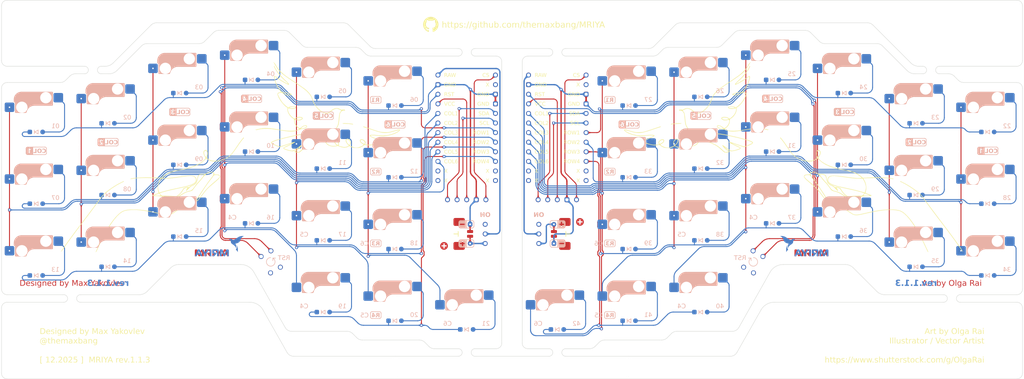
<source format=kicad_pcb>
(kicad_pcb (version 20241229) (generator "pcbnew") (generator_version "9.0")
  (title_block (title "MRIYA PCB") (date "12.2025") (rev "1.1.3") (comment 1 "Designed by Max Yakovlev"))
  (layers (0 "F.Cu" signal) (2 "B.Cu" signal) (13 "F.Paste" user) (15 "B.Paste" user) (5 "F.SilkS" user "F.Silkscreen") (7 "B.SilkS" user "B.Silkscreen") (1 "F.Mask" user) (3 "B.Mask" user) (25 "Edge.Cuts" user))
  (net 0 "")
  (net 1 "GND")
  (net 2 "ROW3_R")
  (net 3 "ROW4_R")
  (net 4 "SDA_R")
  (net 5 "SCL_R")
  (net 6 "ROW1_L")
  (net 7 "RESET_R")
  (net 8 "CS_R")
  (net 9 "ROW2_L")
  (net 10 "Net-(D11-A)")
  (net 11 "Net-(D12-A)")
  (net 12 "ROW3_L")
  (net 13 "ROW4_L")
  (net 14 "VCC")
  (net 15 "SDA_L")
  (net 16 "Net-(D10-A)")
  (net 17 "Net-(D18-A)")
  (net 18 "Net-(D36-A)")
  (net 19 "Net-(D16-A)")
  (net 20 "Net-(D15-A)")
  (net 21 "Net-(D24-A)")
  (net 22 "Net-(D29-A)")
  (net 23 "Net-(D37-A)")
  (net 24 "Net-(D33-A)")
  (net 25 "Net-(D38-A)")
  (net 26 "Net-(D41-A)")
  (net 27 "Net-(D31-A)")
  (net 28 "Net-(D23-A)")
  (net 29 "Net-(D13-A)")
  (net 30 "Net-(D25-A)")
  (net 31 "Net-(D32-A)")
  (net 32 "Net-(D34-A)")
  (net 33 "Net-(D40-A)")
  (net 34 "Net-(D26-A)")
  (net 35 "Net-(D42-A)")
  (net 36 "Net-(D21-A)")
  (net 37 "GNDA")
  (net 38 "Net-(D22-A)")
  (net 39 "Net-(D39-A)")
  (net 40 "Net-(D27-A)")
  (net 41 "Net-(D28-A)")
  (net 42 "Net-(D30-A)")
  (net 43 "Net-(D35-A)")
  (net 44 "Net-(D14-A)")
  (net 45 "Net-(D20-A)")
  (net 46 "Net-(D17-A)")
  (net 47 "Net-(D19-A)")
  (net 48 "Net-(D4-A)")
  (net 49 "CS_L")
  (net 50 "Net-(J3-Pin_1)")
  (net 51 "Net-(D1-A)")
  (net 52 "SCL_L")
  (net 53 "Net-(D7-A)")
  (net 54 "Net-(D2-A)")
  (net 55 "Net-(D6-A)")
  (net 56 "Net-(D5-A)")
  (net 57 "Net-(D3-A)")
  (net 58 "VDD")
  (net 59 "Net-(D8-A)")
  (net 60 "Net-(D9-A)")
  (net 61 "ROW2_R")
  (net 62 "ROW1_R")
  (net 63 "POW_L")
  (net 64 "RESET_L")
  (net 65 "COL1_L")
  (net 66 "COL2_L")
  (net 67 "COL3_R")
  (net 68 "COL6_R")
  (net 69 "COL3_L")
  (net 70 "COL2_R")
  (net 71 "COL4_L")
  (net 72 "COL5_L")
  (net 73 "COL4_R")
  (net 74 "COL6_L")
  (net 75 "COL1_R")
  (net 76 "COL5_R")
  (net 77 "POW_R")
  (net 90 "Net-(J4-Pin_1)")
  (footprint "MRIYA:Mouse_Bite" (layer "F.Cu") (at 207 125.7 90)
    (property "Reference" "MB4" (hide yes))
    (property "Value" "MB" (hide yes))
  )
  (footprint "MRIYA:Mouse_Bite_2mm_v1" (layer "F.Cu") (at 164 121.7 180)
    (property "Reference" "MB-2mm-7" (hide yes))
    (property "Value" "MB" (hide yes))
  )
  (footprint "MRIYA:Hole_3.4mm" (layer "F.Cu") (at 59.5 86.65)
    (property "Reference" "H7" (hide yes))
    (property "Value" "Hole 3.4mm" (hide yes))
  )
  (footprint "MRIYA:nRFMicro_v2" (layer "F.Cu") (at 188 62.2)
    (property "Reference" "U2" (hide yes))
    (property "Value" "nRFMicro")
  )
  (footprint "MRIYA:CherryMX_Hotswap_1U" (layer "F.Cu") (at 245 45.5)
    (property "Reference" "SW25" (hide yes))
    (property "Value" "SW_PUSH" (hide yes))
  )
  (footprint "MRIYA:CherryMX_Hotswap_1U" (layer "F.Cu") (at 145 90.3)
    (property "Reference" "SW18" (hide yes))
    (property "Value" "SW_PUSH" (hide yes))
  )
  (footprint "MRIYA:CherryMX_Hotswap_1U" (layer "F.Cu") (at 145 109.3)
    (property "Reference" "SW20" (hide yes))
    (property "Value" "SW_PUSH" (hide yes))
  )
  (footprint "MRIYA:CherryMX_Hotswap_1U" (layer "F.Cu") (at 126 50)
    (property "Reference" "SW5" (hide yes))
    (property "Value" "SW_PUSH" (hide yes))
  )
  (footprint "MRIYA:CherryMX_Hotswap_1U" (layer "F.Cu") (at 145 71.3)
    (property "Reference" "SW12" (hide yes))
    (property "Value" "SW_PUSH" (hide yes))
  )
  (footprint "MRIYA:Hole_3.4mm" (layer "F.Cu") (at 292.5 86.65)
    (property "Reference" "H8" (hide yes))
    (property "Value" "Hole 3.4mm" (hide yes))
  )
  (footprint "MRIYA:CherryMX_Hotswap_1U" (layer "F.Cu") (at 302 78.3)
    (property "Reference" "SW28" (hide yes))
    (property "Value" "SW_PUSH" (hide yes))
  )
  (footprint "MRIYA:CherryMX_Hotswap_1U" (layer "F.Cu") (at 50 78.3)
    (property "Reference" "SW7" (hide yes))
    (property "Value" "SW_PUSH" (hide yes))
  )
  (footprint "MRIYA:Mouse_Bite" (layer "F.Cu") (at 145 125.7 90)
    (property "Reference" "MB3" (hide yes))
    (property "Value" "MB" (hide yes))
  )
  (footprint "MRIYA:Hole_2mm" (layer "F.Cu") (at 306.2 123.7)
    (property "Reference" "H12" (hide yes))
    (property "Value" "Hole 2mm" (hide yes))
  )
  (footprint "MRIYA:Hole_2mm" (layer "F.Cu") (at 45.8 33.4)
    (property "Reference" "H1" (hide yes))
    (property "Value" "Hole 2mm" (hide yes))
  )
  (footprint "MRIYA:Mounting_Hole_2mm" (layer "F.Cu") (at 194.2 98.7)
    (property "Reference" "MH4" (hide yes))
    (property "Value" "MountingHole 2mm" (hide yes))
  )
  (footprint "MRIYA:GitHub_logo" (layer "F.Cu") (at 154.5 34.8)
    (property "Reference" "LOGO" (hide yes))
    (property "Value" "LOGO" (hide yes))
  )
  (footprint "MRIYA:CherryMX_Hotswap_1U" (layer "F.Cu") (at 264 87)
    (property "Reference" "SW36" (hide yes))
    (property "Value" "SW_PUSH" (hide yes))
  )
  (footprint "MRIYA:CherryMX_Hotswap_1U" (layer "F.Cu") (at 283 76)
    (property "Reference" "SW29" (hide yes))
    (property "Value" "SW_PUSH" (hide yes))
  )
  (footprint "MRIYA:CherryMX_Hotswap_1U" (layer "F.Cu") (at 88 68)
    (property "Reference" "SW9" (hide yes))
    (property "Value" "SW_PUSH" (hide yes))
  )
  (footprint "MRIYA:CherryMX_Hotswap_1U" (layer "F.Cu") (at 126 107)
    (property "Reference" "SW19" (hide yes))
    (property "Value" "SW_PUSH" (hide yes))
  )
  (footprint "MRIYA:CherryMX_Hotswap_1U" (layer "F.Cu") (at 88 49)
    (property "Reference" "SW3" (hide yes))
    (property "Value" "SW_PUSH" (hide yes))
  )
  (footprint "MRIYA:CherryMX_Hotswap_1U" (layer "F.Cu") (at 207 52.3)
    (property "Reference" "SW27" (hide yes))
    (property "Value" "SW_PUSH" (hide yes))
  )
  (footprint "MRIYA:CherryMX_Hotswap_1U" (layer "F.Cu") (at 126 69)
    (property "Reference" "SW11" (hide yes))
    (property "Value" "SW_PUSH" (hide yes))
  )
  (footprint "MRIYA:CherryMX_Hotswap_1U" (layer "F.Cu") (at 226 88)
    (property "Reference" "SW38" (hide yes))
    (property "Value" "SW_PUSH" (hide yes))
  )
  (footprint "MRIYA:Hole_3.4mm" (layer "F.Cu") (at 59.5 67.65)
    (property "Reference" "H5" (hide yes))
    (property "Value" "Hole 3.4mm" (hide yes))
  )
  (footprint "MRIYA:CherryMX_Hotswap_1U" (layer "F.Cu") (at 245 83.5)
    (property "Reference" "SW37" (hide yes))
    (property "Value" "SW_PUSH" (hide yes))
  )
  (footprint "MRIYA:CherryMX_Hotswap_1U" (layer "F.Cu") (at 226 50)
    (property "Reference" "SW26" (hide yes))
    (property "Value" "SW_PUSH" (hide yes))
  )
  (footprint "MRIYA:CherryMX_Hotswap_1U" (layer "F.Cu") (at 207 109.3)
    (property "Reference" "SW41" (hide yes))
    (property "Value" "SW_PUSH" (hide yes))
  )
  (footprint "MRIYA:Bird_Logo_B.Cu_Right" (layer "F.Cu") (at 249 93)
    (property "Reference" "Bird_Logo_B.Cu_Right" (hide yes))
    (property "Value" "LOGO" (hide yes))
  )
  (footprint "MRIYA:CherryMX_Hotswap_1U" (layer "F.Cu") (at 245 64.5)
    (property "Reference" "SW31" (hide yes))
    (property "Value" "SW_PUSH" (hide yes))
  )
  (footprint "MRIYA:Mriya_Logo_F.Cu" (layer "F.Cu") (at 96.5 95.3)
    (property "Reference" "MRIYA_Logo_F.Cu" (hide yes))
    (property "Value" "LOGO" (hide yes))
  )
  (footprint "MRIYA:nice_view" (layer "F.Cu") (at 164 81.25)
    (property "Reference" "J1" (hide yes))
    (property "Value" "nice!view")
  )
  (footprint "MRIYA:nRFMicro_v2" (layer "F.Cu") (at 164 62.2)
    (property "Reference" "U1" (hide yes))
    (property "Value" "nRFMicro")
  )
  (footprint "MRIYA:CherryMX_Hotswap_1U" (layer "F.Cu") (at 50 59.3)
    (property "Reference" "SW1" (hide yes))
    (property "Value" "SW_PUSH" (hide yes))
  )
  (footprint "MRIYA:CherryMX_Hotswap_1U" (layer "F.Cu") (at 107 45.5)
    (property "Reference" "SW4" (hide yes))
    (property "Value" "SW_PUSH" (hide yes))
  )
  (footprint "MRIYA:CherryMX_Hotswap_1U" (layer "F.Cu") (at 226 107)
    (property "Reference" "SW40" (hide yes))
    (property "Value" "SW_PUSH" (hide yes))
  )
  (footprint "MRIYA:Mouse_Bite_2mm_v1" (layer "F.Cu") (at 65 46.9)
    (property "Reference" "MB-2mm-3" (hide yes))
    (property "Value" "MB" (hide yes))
  )
  (footprint "MRIYA:Molex_532610271" (layer "F.Cu") (at 190 90.3 -90)
    (property "Reference" "J4" (hide yes))
    (property "Value" "JST" (hide yes))
  )
  (footprint "MRIYA:nice_view" (layer "F.Cu") (at 188 81.25)
    (property "Reference" "J2" (hide yes))
    (property "Value" "nice!view")
  )
  (footprint "MRIYA:Hole_3.4mm" (layer "F.Cu") (at 216.5 98.65)
    (property "Reference" "H10" (hide yes))
    (property "Value" "Hole 3.4mm" (hide yes))
  )
  (footprint "MRIYA:Mouse_Bite_2mm_v1" (layer "F.Cu") (at 59.5 107.4 180)
    (property "Reference" "MB-2mm-5" (hide yes))
    (property "Value" "MB" (hide yes))
  )
  (footprint "MRIYA:Mouse_Bite_2mm_v1" (layer "F.Cu") (at 287 46.9)
    (property "Reference" "MB-2mm-4" (hide yes))
    (property "Value" "MB" (hide yes))
  )
  (footprint "MRIYA:Hole_3.4mm" (layer "F.Cu") (at 292.5 67.65)
    (property "Reference" "H6" (hide yes))
    (property "Value" "Hole 3.4mm" (hide yes))
  )
  (footprint "MRIYA:Oval_Hole" (layer "F.Cu") (at 164 98.7)
    (property "Reference" "OH1" (hide yes))
    (property "Value" "Oval Hole " (hide yes))
  )
  (footprint "MRIYA:CherryMX_Hotswap_1U" (layer "F.Cu") (at 69 57)
    (property "Reference" "SW2" (hide yes))
    (property "Value" "SW_PUSH" (hide yes))
  )
  (footprint "MRIYA:CherryMX_Hotswap_1U" (layer "F.Cu") (at 50 97.3)
    (property "Reference" "SW13" (hide yes))
    (property "Value" "SW_PUSH" (hide yes))
  )
  (footprint "MRIYA:RSW_4.5x4.5_left" (layer "F.Cu") (at 112.1 97.7 120)
    (property "Reference" "RSW1" (hide yes))
    (property "Value" "RSW" (hide yes))
  )
  (footprint "MRIYA:Hole_2mm" (layer "F.Cu") (at 45.8 123.7)
    (property "Reference" "H11" (hide yes))
    (property "Value" "Hole 2mm" (hide yes))
  )
  (footprint "MRIYA:RSW_4.5x4.5_left" (layer "F.Cu") (at 239.9 97.7 60)
    (property "Reference" "RSW2" (hide yes))
    (property "Value" "RSW" (hide yes))
  )
  (footprint "MRIYA:CherryMX_Hotswap_1U" (layer "F.Cu") (at 283 95)
    (property "Reference" "SW35" (hide yes))
    (property "Value" "SW_PUSH" (hide yes))
  )
  (footprint "MRIYA:CherryMX_Hotswap_1U" (layer "F.Cu") (at 107 64.5)
    (property "Reference" "SW10" (hide yes))
    (property "Value" "SW_PUSH" (hide yes))
  )
  (footprint "MRIYA:CherryMX_Hotswap_1U" (layer "F.Cu") (at 164 111.6)
    (property "Reference" "SW21" (hide yes))
    (property "Value" "SW_PUSH" (hide yes))
  )
  (footprint "MRIYA:Oval_Hole" (layer "F.Cu") (at 188 98.7)
    (property "Reference" "OH2" (hide yes))
    (property "Value" "Oval Hole " (hide yes))
  )
  (footprint "MRIYA:BSI-10h" (layer "F.Cu") (at 174.3 90.3 -90)
    (property "Reference" "PSW1" (hide yes))
    (property "Value" "SW_SPDT" (hide yes))
  )
  (footprint "MRIYA:Bird_Logo_B.Mask_Right" (layer "F.Cu") (at 249 93)
    (property "Reference" "Bird_Logo_B.Mask_Right" (hide yes))
    (property "Value" "LOGO" (hide yes))
  )
  (footprint "MRIYA:CherryMX_Hotswap_1U" (layer "F.Cu") (at 302 59.3)
    (property "Reference" "SW22" (hide yes))
    (property "Value" "SW_PUSH" (hide yes))
  )
  (footprint "MRIYA:Bird_Hand_Left" (layer "F.Cu") (at 101.4 70)
    (property "Reference" "Bird_Hand_Left" (hide yes))
    (property "Value" "ART" (hide yes))
  )
  (footprint "MRIYA:CherryMX_Hotswap_1U" (layer "F.Cu") (at 145 52.3)
    (property "Reference" "SW6" (hide yes))
    (property "Value" "SW_PUSH" (hide yes))
  )
  (footprint "MRIYA:Mounting_Hole_2mm" (layer "F.Cu") (at 181.7 98.7)
    (property "Reference" "MH3" (hide yes))
    (property "Value" "MountingHole 2mm" (hide yes))
  )
  (footprint "MRIYA:CherryMX_Hotswap_1U" (layer "F.Cu") (at 302 97.3)
    (property "Reference" "SW34" (hide yes))
    (property "Value" "SW_PUSH" (hide yes))
  )
  (footprint "MRIYA:Hole_3.4mm" (layer "F.Cu") (at 216.5 60.65)
    (property "Reference" "H4" (hide yes))
    (property "Value" "Hole 3.4mm" (hide yes))
  )
  (footprint "MRIYA:Mounting_Hole_2mm" (layer "F.Cu") (at 157.8 98.7)
    (property "Reference" "MH1" (hide yes))
    (property "Value" "MountingHole 2mm" (hide yes))
  )
  (footprint "MRIYA:CherryMX_Hotswap_1U" (layer "F.Cu") (at 188 111.6)
    (property "Reference" "SW42" (hide yes))
    (property "Value" "SW_PUSH" (hide yes))
  )
  (footprint "MRIYA:Mouse_Bite_2mm_v1" (layer "F.Cu") (at 188 42.2)
    (property "Reference" "MB-2mm-2" (hide yes))
    (property "Value" "MB" (hide yes))
  )
  (footprint "MRIYA:Hole_3.4mm" (layer "F.Cu") (at 135.5 98.65)
    (property "Reference" "H9" (hide yes))
    (property "Value" "Hole 3.4mm" (hide yes))
  )
  (footprint "MRIYA:Mouse_Bite_2mm_v1" (layer "F.Cu") (at 188 121.7 180)
    (property "Reference" "MB-2mm-8" (hide yes))
    (property "Value" "MB" (hide yes))
  )
  (footprint "MRIYA:Mriya_Logo_F.Cu" (layer "F.Cu") (at 255.3 95.3)
    (property "Reference" "MRIYA_Logo_F.Cu" (hide yes))
    (property "Value" "LOGO" (hide yes))
  )
  (footprint "MRIYA:Mouse_Bite" (layer "F.Cu") (at 245 31.4 90)
    (property "Reference" "MB2" (hide yes))
    (property "Value" "MB" (hide yes))
  )
  (footprint "MRIYA:CherryMX_Hotswap_1U" (layer "F.Cu") (at 69 76)
    (property "Reference" "SW8" (hide yes))
    (property "Value" "SW_PUSH" (hide yes))
  )
  (footprint "MRIYA:Mriya_Logo_F.Mask" (layer "F.Cu") (at 255.3 95.3)
    (property "Reference" "MRIYA_Logo_F.Mask" (hide yes))
    (property "Value" "LOGO" (hide yes))
  )
  (footprint "MRIYA:CherryMX_Hotswap_1U" (layer "F.Cu") (at 264 68)
    (property "Reference" "SW30" (hide yes))
    (property "Value" "SW_PUSH" (hide yes))
  )
  (footprint "MRIYA:CherryMX_Hotswap_1U" (layer "F.Cu") (at 88 87)
    (property "Reference" "SW15" (hide yes))
    (property "Value" "SW_PUSH" (hide yes))
  )
  (footprint "MRIYA:CherryMX_Hotswap_1U" (layer "F.Cu") (at 126 88)
    (property "Reference" "SW17" (hide yes))
    (property "Value" "SW_PUSH" (hide yes))
  )
  (footprint "MRIYA:Mouse_Bite" (layer "F.Cu") (at 107 31.4 90)
    (property "Reference" "MB1" (hide yes))
    (property "Value" "MB" (hide yes))
  )
  (footprint "MRIYA:Mouse_Bite_2mm_v1" (layer "F.Cu") (at 164 42.2)
    (property "Reference" "MB-2mm-1" (hide yes))
    (property "Value" "MB" (hide yes))
  )
  (footprint "MRIYA:CherryMX_Hotswap_1U" (layer "F.Cu") (at 283 57)
    (property "Reference" "SW23" (hide yes))
    (property "Value" "SW_PUSH" (hide yes))
  )
  (footprint "MRIYA:CherryMX_Hotswap_1U" (layer "F.Cu") (at 226 69)
    (property "Reference" "SW32" (hide yes))
    (property "Value" "SW_PUSH" (hide yes))
  )
  (footprint "MRIYA:Molex_532610271" (layer "F.Cu") (at 162 90.3 90)
    (property "Reference" "J3" (hide yes))
    (property "Value" "JST" (hide yes))
  )
  (footprint "MRIYA:Mounting_Hole_2mm" (layer "F.Cu") (at 170.3 98.7)
    (property "Reference" "MH2" (hide yes))
    (property "Value" "MountingHole 2mm" (hide yes))
  )
  (footprint "MRIYA:Bird_Logo_B.Mask_Left" (layer "F.Cu") (at 103 93)
    (property "Reference" "Bird_Logo_B.Mask_Left" (hide yes))
    (property "Value" "LOGO" (hide yes))
  )
  (footprint "MRIYA:CherryMX_Hotswap_1U" (layer "F.Cu") (at 69 95)
    (property "Reference" "SW14" (hide yes))
    (property "Value" "SW_PUSH" (hide yes))
  )
  (footprint "MRIYA:Bird_Hand_Right" (layer "F.Cu") (at 250.6 70)
    (property "Reference" "Bird_Hand_Right" (hide yes))
    (property "Value" "ART" (hide yes))
  )
  (footprint "MRIYA:Mouse_Bite_2mm_v1" (layer "F.Cu") (at 292.5 107.4 180)
    (property "Reference" "MB-2mm-6" (hide yes))
    (property "Value" "MB" (hide yes))
  )
  (footprint "MRIYA:Bird_Logo_B.Cu_Left" (layer "F.Cu") (at 103 93)
    (property "Reference" "Bird_Logo_B.Cu_Left" (hide yes))
    (property "Value" "LOGO" (hide yes))
  )
  (footprint "MRIYA:BSI-10h" (layer "F.Cu") (at 177.7 90.3 90)
    (property "Reference" "PSW2" (hide yes))
    (property "Value" "SW_SPDT" (hide yes))
  )
  (footprint "MRIYA:Mriya_Logo_F.Mask" (layer "F.Cu") (at 96.5 95.3)
    (property "Reference" "MRIYA_Logo_F.Mask" (hide yes))
    (property "Value" "LOGO" (hide yes))
  )
  (footprint "MRIYA:CherryMX_Hotswap_1U" (layer "F.Cu") (at 264 49)
    (property "Reference" "SW24" (hide yes))
    (property "Value" "SW_PUSH" (hide yes))
  )
  (footprint "MRIYA:CherryMX_Hotswap_1U" (layer "F.Cu") (at 207 90.3)
    (property "Reference" "SW39" (hide yes))
    (property "Value" "SW_PUSH" (hide yes))
  )
  (footprint "MRIYA:Сutting_template" (layer "F.Cu") (at 176 125.7)
    (property "Reference" "H" (hide yes))
    (property "Value" "Holes 0.9mm" (hide yes))
  )
  (footprint "MRIYA:CherryMX_Hotswap_1U" (layer "F.Cu") (at 107 83.5)
    (property "Reference" "SW16" (hide yes))
    (property "Value" "SW_PUSH" (hide yes))
  )
  (footprint "MRIYA:CherryMX_Hotswap_1U" (layer "F.Cu") (at 207 71.3)
    (property "Reference" "SW33" (hide yes))
    (property "Value" "SW_PUSH" (hide yes))
  )
  (footprint "MRIYA:Hole_2mm" (layer "F.Cu") (at 306.2 33.4)
    (property "Reference" "H2" (hide yes))
    (property "Value" "Hole 2mm" (hide yes))
  )
  (footprint "MRIYA:Hole_3.4mm" (layer "F.Cu") (at 135.5 60.65)
    (property "Reference" "H3" (hide yes))
    (property "Value" "Hole 3.4mm" (hide yes))
  )
  (footprint "MRIYA:1N4148_T4" (layer "B.Cu") (at 283 99)
    (property "Reference" "D35" (hide yes))
    (property "Value" "D" (hide yes))
  )
  (footprint "MRIYA:R3" (layer "B.Cu") (at 201.92 92.8 180)
    (property "Reference" "G***" (hide yes))
    (property "Value" "LOGO" (hide yes))
  )
  (footprint "MRIYA:1N4148_T4" (layer "B.Cu") (at 264 91)
    (property "Reference" "D36" (hide yes))
    (property "Value" "D" (hide yes))
  )
  (footprint "MRIYA:1N4148_T4" (layer "B.Cu") (at 264 53)
    (property "Reference" "D24" (hide yes))
    (property "Value" "D" (hide yes))
  )
  (footprint "MRIYA:1N4148_T4" (layer "B.Cu") (at 207 56.3)
    (property "Reference" "D27" (hide yes))
    (property "Value" "D" (hide yes))
  )
  (footprint "MRIYA:1N4148_T4" (layer "B.Cu") (at 126 54)
    (property "Reference" "D5" (hide yes))
    (property "Value" "D" (hide yes))
  )
  (footprint "MRIYA:1N4148_T4" (layer "B.Cu") (at 145 113.3)
    (property "Reference" "D20" (hide yes))
    (property "Value" "D" (hide yes))
  )
  (footprint "MRIYA:1N4148_T4" (layer "B.Cu") (at 188 115.6)
    (property "Reference" "D42" (hide yes))
    (property "Value" "D" (hide yes))
  )
  (footprint "MRIYA:COL4" (layer "B.Cu") (at 245 54.5 180)
    (property "Reference" "G***" (hide yes))
    (property "Value" "LOGO" (hide yes))
  )
  (footprint "MRIYA:Mriya_Logo_F.Cu" (layer "B.Cu") (at 96.5 95.3 180)
    (property "Reference" "MRIYA_Logo_B.Cu" (hide yes))
    (property "Value" "LOGO" (hide yes))
  )
  (footprint "MRIYA:1N4148_T4" (layer "B.Cu") (at 126 111)
    (property "Reference" "D19" (hide yes))
    (property "Value" "D" (hide yes))
  )
  (footprint "MRIYA:1N4148_T4" (layer "B.Cu") (at 302 101.3)
    (property "Reference" "D34" (hide yes))
    (property "Value" "D" (hide yes))
  )
  (footprint "MRIYA:1N4148_T4" (layer "B.Cu") (at 69 99)
    (property "Reference" "D14" (hide yes))
    (property "Value" "D" (hide yes))
  )
  (footprint "MRIYA:1N4148_T4" (layer "B.Cu") (at 88 91)
    (property "Reference" "D15" (hide yes))
    (property "Value" "D" (hide yes))
  )
  (footprint "MRIYA:COL5" (layer "B.Cu") (at 226 59 180)
    (property "Reference" "G***" (hide yes))
    (property "Value" "LOGO" (hide yes))
  )
  (footprint "MRIYA:1N4148_T4" (layer "B.Cu") (at 207 94.3)
    (property "Reference" "D39" (hide yes))
    (property "Value" "D" (hide yes))
  )
  (footprint "MRIYA:1N4148_T4" (layer "B.Cu") (at 226 111)
    (property "Reference" "D40" (hide yes))
    (property "Value" "D" (hide yes))
  )
  (footprint "MRIYA:R1" (layer "B.Cu") (at 139.92 54.8 180)
    (property "Reference" "G***" (hide yes))
    (property "Value" "LOGO" (hide yes))
  )
  (footprint "MRIYA:R3" (layer "B.Cu") (at 139.92 92.8 180)
    (property "Reference" "G***" (hide yes))
    (property "Value" "LOGO" (hide yes))
  )
  (footprint "MRIYA:R4" (layer "B.Cu") (at 139.92 111.8 180)
    (property "Reference" "G***" (hide yes))
    (property "Value" "LOGO" (hide yes))
  )
  (footprint "MRIYA:1N4148_T4" (layer "B.Cu") (at 107 49.5)
    (property "Reference" "D4" (hide yes))
    (property "Value" "D" (hide yes))
  )
  (footprint "MRIYA:Mriya_Logo_F.Cu" (layer "B.Cu") (at 255.3 95.3 180)
    (property "Reference" "MRIYA_Logo_B.Cu" (hide yes))
    (property "Value" "LOGO" (hide yes))
  )
  (footprint "MRIYA:COL5" (layer "B.Cu") (at 126 59 180)
    (property "Reference" "G***" (hide yes))
    (property "Value" "LOGO" (hide yes))
  )
  (footprint "MRIYA:1N4148_T4" (layer "B.Cu") (at 145 94.3)
    (property "Reference" "D18" (hide yes))
    (property "Value" "D" (hide yes))
  )
  (footprint "MRIYA:1N4148_T4" (layer "B.Cu") (at 88 72)
    (property "Reference" "D9" (hide yes))
    (property "Value" "D" (hide yes))
  )
  (footprint "MRIYA:1N4148_T4" (layer "B.Cu") (at 107 68.5)
    (property "Reference" "D10" (hide yes))
    (property "Value" "D" (hide yes))
  )
  (footprint "MRIYA:R2" (layer "B.Cu") (at 201.92 73.8 180)
    (property "Reference" "G***" (hide yes))
    (property "Value" "LOGO" (hide yes))
  )
  (footprint "MRIYA:1N4148_T4" (layer "B.Cu") (at 226 73)
    (property "Reference" "D32" (hide yes))
    (property "Value" "D" (hide yes))
  )
  (footprint "MRIYA:1N4148_T4" (layer "B.Cu") (at 302 82.3)
    (property "Reference" "D28" (hide yes))
    (property "Value" "D" (hide yes))
  )
  (footprint "MRIYA:1N4148_T4" (layer "B.Cu") (at 264 72)
    (property "Reference" "D30" (hide yes))
    (property "Value" "D" (hide yes))
  )
  (footprint "MRIYA:RST_left" (layer "B.Cu") (at 112.1 97.7 180)
    (property "Reference" "G***" (hide yes))
    (property "Value" "LOGO" (hide yes))
  )
  (footprint "MRIYA:1N4148_T4" (layer "B.Cu") (at 107 87.5)
    (property "Reference" "D16" (hide yes))
    (property "Value" "D" (hide yes))
  )
  (footprint "MRIYA:1N4148_T4" (layer "B.Cu") (at 69 80)
    (property "Reference" "D8" (hide yes))
    (property "Value" "D" (hide yes))
  )
  (footprint "MRIYA:R2" (layer "B.Cu") (at 139.92 73.8 180)
    (property "Reference" "G***" (hide yes))
    (property "Value" "LOGO" (hide yes))
  )
  (footprint "MRIYA:1N4148_T4" (layer "B.Cu") (at 126 73)
    (property "Reference" "D11" (hide yes))
    (property "Value" "D" (hide yes))
  )
  (footprint "MRIYA:1N4148_T4" (layer "B.Cu") (at 226 92)
    (property "Reference" "D38" (hide yes))
    (property "Value" "D" (hide yes))
  )
  (footprint "MRIYA:1N4148_T4" (layer "B.Cu") (at 283 80)
    (property "Reference" "D29" (hide yes))
    (property "Value" "D" (hide yes))
  )
  (footprint "MRIYA:Mriya_Logo_F.Mask" (layer "B.Cu") (at 255.3 95.3 180)
    (property "Reference" "MRIYA_Logo_B.Mask" (hide yes))
    (property "Value" "LOGO" (hide yes))
  )
  (footprint "MRIYA:COL3" (layer "B.Cu") (at 88 58 180)
    (property "Reference" "G***" (hide yes))
    (property "Value" "LOGO" (hide yes))
  )
  (footprint "MRIYA:1N4148_T4" (layer "B.Cu") (at 245 68.5)
    (property "Reference" "D31" (hide yes))
    (property "Value" "D" (hide yes))
  )
  (footprint "MRIYA:COL2" (layer "B.Cu") (at 69 66 180)
    (property "Reference" "G***" (hide yes))
    (property "Value" "LOGO" (hide yes))
  )
  (footprint "MRIYA:R4" (layer "B.Cu") (at 201.92 111.8 180)
    (property "Reference" "G***" (hide yes))
    (property "Value" "LOGO" (hide yes))
  )
  (footprint "MRIYA:COL2" (layer "B.Cu") (at 283 66 180)
    (property "Reference" "G***" (hide yes))
    (property "Value" "LOGO" (hide yes))
  )
  (footprint "MRIYA:RST_right" (layer "B.Cu") (at 239.9 97.7 180)
    (property "Reference" "G***" (hide yes))
    (property "Value" "LOGO" (hide yes))
  )
  (footprint "MRIYA:1N4148_T4" (layer "B.Cu") (at 207 113.3)
    (property "Reference" "D41" (hide yes))
    (property "Value" "D" (hide yes))
  )
  (footprint "MRIYA:Mriya_Logo_F.Mask" (layer "B.Cu") (at 96.5 95.3 180)
    (property "Reference" "MRIYA_Logo_B.Mask" (hide yes))
    (property "Value" "LOGO" (hide yes))
  )
  (footprint "MRIYA:1N4148_T4" (layer "B.Cu") (at 50 82.3)
    (property "Reference" "D7" (hide yes))
    (property "Value" "D" (hide yes))
  )
  (footprint "MRIYA:1N4148_T4" (layer "B.Cu") (at 283 61)
    (property "Reference" "D23" (hide yes))
    (property "Value" "D" (hide yes))
  )
  (footprint "MRIYA:1N4148_T4" (layer "B.Cu") (at 50 63.3)
    (property "Reference" "D1" (hide yes))
    (property "Value" "D" (hide yes))
  )
  (footprint "MRIYA:1N4148_T4" (layer "B.Cu") (at 302 63.3)
    (property "Reference" "D22" (hide yes))
    (property "Value" "D" (hide yes))
  )
  (footprint "MRIYA:1N4148_T4" (layer "B.Cu") (at 126 92)
    (property "Reference" "D17" (hide yes))
    (property "Value" "D" (hide yes))
  )
  (footprint "MRIYA:1N4148_T4" (layer "B.Cu") (at 245 87.5)
    (property "Reference" "D37" (hide yes))
    (property "Value" "D" (hide yes))
  )
  (footprint "MRIYA:COL3" (layer "B.Cu") (at 264 58 180)
    (property "Reference" "G***" (hide yes))
    (property "Value" "LOGO" (hide yes))
  )
  (footprint "MRIYA:COL1" (layer "B.Cu") (at 302 68.3 180)
    (property "Reference" "G***" (hide yes))
    (property "Value" "LOGO" (hide yes))
  )
  (footprint "MRIYA:1N4148_T4" (layer "B.Cu") (at 226 54)
    (property "Reference" "D26" (hide yes))
    (property "Value" "D" (hide yes))
  )
  (footprint "MRIYA:COL4" (layer "B.Cu") (at 107 54.5 180)
    (property "Reference" "G***" (hide yes))
    (property "Value" "LOGO" (hide yes))
  )
  (footprint "MRIYA:R1" (layer "B.Cu") (at 201.92 54.8 180)
    (property "Reference" "G***" (hide yes))
    (property "Value" "LOGO" (hide yes))
  )
  (footprint "MRIYA:COL1" (layer "B.Cu") (at 50 68.3 180)
    (property "Reference" "G***" (hide yes))
    (property "Value" "LOGO" (hide yes))
  )
  (footprint "MRIYA:1N4148_T4" (layer "B.Cu") (at 245 49.5)
    (property "Reference" "D25" (hide yes))
    (property "Value" "D" (hide yes))
  )
  (footprint "MRIYA:1N4148_T4" (layer "B.Cu") (at 69 61)
    (property "Reference" "D2" (hide yes))
    (property "Value" "D" (hide yes))
  )
  (footprint "MRIYA:1N4148_T4" (layer "B.Cu") (at 88 53)
    (property "Reference" "D3" (hide yes))
    (property "Value" "D" (hide yes))
  )
  (footprint "MRIYA:1N4148_T4" (layer "B.Cu") (at 164 115.6)
    (property "Reference" "D21" (hide yes))
    (property "Value" "D" (hide yes))
  )
  (footprint "MRIYA:COL6" (layer "B.Cu") (at 207 61.3 180)
    (property "Reference" "G***" (hide yes))
    (property "Value" "LOGO" (hide yes))
  )
  (footprint "MRIYA:1N4148_T4" (layer "B.Cu") (at 145 75.3)
    (property "Reference" "D12" (hide yes))
    (property "Value" "D" (hide yes))
  )
  (footprint "MRIYA:1N4148_T4" (layer "B.Cu") (at 50 101.3)
    (property "Reference" "D13" (hide yes))
    (property "Value" "D" (hide yes))
  )
  (footprint "MRIYA:1N4148_T4" (layer "B.Cu") (at 207 75.3)
    (property "Reference" "D33" (hide yes))
    (property "Value" "D" (hide yes))
  )
  (footprint "MRIYA:COL6" (layer "B.Cu") (at 145 61.3 180)
    (property "Reference" "G***" (hide yes))
    (property "Value" "LOGO" (hide yes))
  )
  (footprint "MRIYA:1N4148_T4" (layer "B.Cu") (at 145 56.3)
    (property "Reference" "D6" (hide yes))
    (property "Value" "D" (hide yes))
  )
  (gr_arc (start 71.37868 47.02132) (mid 70.405407 47.671625) (end 69.257359 47.9) (stroke (width 0.1)) (layer "Edge.Cuts"))
  (gr_line (start 294.214213 49.614213) (end 293.085786 48.485786) (stroke (width 0.1)) (layer "Edge.Cuts"))
  (gr_line (start 161.8 120.7) (end 155.428427 120.7) (stroke (width 0.1)) (layer "Edge.Cuts"))
  (gr_arc (start 42.3 45.9) (mid 41.23934 45.46066) (end 40.8 44.4) (stroke (width 0.1)) (layer "Edge.Cuts"))
  (gr_arc (start 309.7 108.4) (mid 310.76066 108.83934) (end 311.2 109.9) (stroke (width 0.1)) (layer "Edge.Cuts"))
  (gr_arc (start 161.8 41.2) (mid 162.8 42.2) (end 161.8 43.2) (stroke (width 0.1)) (layer "Edge.Cuts"))
  (gr_arc (start 58.914214 48.485786) (mid 59.563062 48.05225) (end 60.328427 47.9) (stroke (width 0.1)) (layer "Edge.Cuts"))
  (gr_line (start 117.085787 36.985787) (end 120.414214 40.314214) (stroke (width 0.1)) (layer "Edge.Cuts"))
  (gr_line (start 236.328427 36.4) (end 253.671573 36.4) (stroke (width 0.1)) (layer "Edge.Cuts"))
  (gr_line (start 214.785787 42.614213) (end 215.914214 41.485786) (stroke (width 0.1)) (layer "Edge.Cuts"))
  (gr_arc (start 161.8 120.7) (mid 162.8 121.7) (end 161.8 122.7) (stroke (width 0.1)) (layer "Edge.Cuts"))
  (gr_arc (start 290.3 106.4) (mid 291.3 107.4) (end 290.3 108.4) (stroke (width 0.1)) (layer "Edge.Cuts"))
  (gr_line (start 290.3 106.4) (end 274.742641 106.4) (stroke (width 0.1)) (layer "Edge.Cuts"))
  (gr_line (start 217.328427 40.9) (end 230.171573 40.9) (stroke (width 0.1)) (layer "Edge.Cuts"))
  (gr_line (start 134.914213 117.814213) (end 133.785786 116.685786) (stroke (width 0.1)) (layer "Edge.Cuts"))
  (gr_line (start 57.3 106.4) (end 42.3 106.4) (stroke (width 0.1)) (layer "Edge.Cuts"))
  (gr_arc (start 57.785787 49.614213) (mid 57.136939 50.04775) (end 56.371573 50.2) (stroke (width 0.1)) (layer "Edge.Cuts"))
  (gr_arc (start 121.828427 40.9) (mid 121.06306 40.747759) (end 120.414214 40.314214) (stroke (width 0.1)) (layer "Edge.Cuts"))
  (gr_arc (start 79.37868 105.52132) (mid 78.405407 106.171625) (end 77.257359 106.4) (stroke (width 0.1)) (layer "Edge.Cuts"))
  (gr_line (start 309.7 108.4) (end 294.7 108.4) (stroke (width 0.1)) (layer "Edge.Cuts"))
  (gr_arc (start 151.471573 118.4) (mid 152.23694 118.552241) (end 152.885786 118.985786) (stroke (width 0.1)) (layer "Edge.Cuts"))
  (gr_arc (start 253.671573 36.4) (mid 254.43694 36.552241) (end 255.085786 36.985786) (stroke (width 0.1)) (layer "Edge.Cuts"))
  (gr_line (start 121.828427 40.9) (end 134.671573 40.9) (stroke (width 0.1)) (layer "Edge.Cuts"))
  (gr_line (start 68.257359 45.9) (end 67.2 45.9) (stroke (width 0.1)) (layer "Edge.Cuts"))
  (gr_arc (start 115.671573 36.4) (mid 116.43694 36.552241) (end 117.085787 36.985787) (stroke (width 0.1)) (layer "Edge.Cuts"))
  (gr_line (start 289.2 47.9) (end 291.671573 47.9) (stroke (width 0.1)) (layer "Edge.Cuts"))
  (gr_arc (start 42.3 106.4) (mid 41.23934 105.96066) (end 40.8 104.9) (stroke (width 0.1)) (layer "Edge.Cuts"))
  (gr_arc (start 199.114214 118.985786) (mid 199.763062 118.55225) (end 200.528427 118.4) (stroke (width 0.1)) (layer "Edge.Cuts"))
  (gr_line (start 61.7 108.4) (end 106.56861 108.4) (stroke (width 0.1)) (layer "Edge.Cuts"))
  (gr_arc (start 215.914214 41.485786) (mid 216.563062 41.05225) (end 217.328427 40.9) (stroke (width 0.1)) (layer "Edge.Cuts"))
  (gr_arc (start 166.2 43.2) (mid 165.2 42.2) (end 166.2 41.2) (stroke (width 0.1)) (layer "Edge.Cuts"))
  (gr_arc (start 136.328427 118.4) (mid 135.56306 118.247759) (end 134.914213 117.814213) (stroke (width 0.1)) (layer "Edge.Cuts"))
  (gr_line (start 311.2 29.9) (end 311.2 44.4) (stroke (width 0.1)) (layer "Edge.Cuts"))
  (gr_line (start 264.257359 98.4) (end 247.834358 98.4) (stroke (width 0.1)) (layer "Edge.Cuts"))
  (gr_arc (start 132.371573 116.1) (mid 133.13694 116.252241) (end 133.785786 116.685786) (stroke (width 0.1)) (layer "Edge.Cuts"))
  (gr_arc (start 236.07413 115.08379) (mid 235.340895 115.827373) (end 234.332821 116.1) (stroke (width 0.1)) (layer "Edge.Cuts"))
  (gr_arc (start 94.585786 39.314214) (mid 93.936938 39.74775) (end 93.171573 39.9) (stroke (width 0.1)) (layer "Edge.Cuts"))
  (gr_line (start 311.2 51.7) (end 311.2 104.9) (stroke (width 0.1)) (layer "Edge.Cuts"))
  (gr_line (start 71.37868 47.02132) (end 77.914214 40.485786) (stroke (width 0.1)) (layer "Edge.Cuts"))
  (gr_line (start 219.214213 34.985787) (end 213.585786 40.614214) (stroke (width 0.1)) (layer "Edge.Cuts"))
  (gr_arc (start 40.8 29.9) (mid 41.23934 28.83934) (end 42.3 28.4) (stroke (width 0.1)) (layer "Edge.Cuts"))
  (gr_line (start 200.528427 118.4) (end 215.671573 118.4) (stroke (width 0.1)) (layer "Edge.Cuts"))
  (gr_arc (start 57.3 106.4) (mid 58.3 107.4) (end 57.3 108.4) (stroke (width 0.1)) (layer "Edge.Cuts"))
  (gr_line (start 219.628427 116.1) (end 234.332821 116.1) (stroke (width 0.1)) (layer "Edge.Cuts"))
  (gr_line (start 161.8 43.2) (end 138.628427 43.2) (stroke (width 0.1)) (layer "Edge.Cuts"))
  (gr_line (start 289.2 45.9) (end 309.7 45.9) (stroke (width 0.1)) (layer "Edge.Cuts"))
  (gr_arc (start 117.667179 116.1) (mid 116.659114 115.827357) (end 115.92587 115.08379) (stroke (width 0.1)) (layer "Edge.Cuts"))
  (gr_line (start 197.985787 120.114213) (end 199.114214 118.985786) (stroke (width 0.1)) (layer "Edge.Cuts"))
  (gr_line (start 178.7 119.2) (end 178.7 44.7) (stroke (width 0.1)) (layer "Edge.Cuts"))
  (gr_line (start 61.7 106.4) (end 77.257359 106.4) (stroke (width 0.1)) (layer "Edge.Cuts"))
  (gr_line (start 116.425477 121.685718) (end 110.049047 110.428564) (stroke (width 0.1)) (layer "Edge.Cuts"))
  (gr_arc (start 155.428427 120.7) (mid 154.66306 120.547759) (end 154.014213 120.114213) (stroke (width 0.1)) (layer "Edge.Cuts"))
  (gr_line (start 87.742641 98.4) (end 104.165642 98.4) (stroke (width 0.1)) (layer "Edge.Cuts"))
  (gr_arc (start 294.7 108.4) (mid 293.7 107.4) (end 294.7 106.4) (stroke (width 0.1)) (layer "Edge.Cuts"))
  (gr_line (start 42.3 128.7) (end 309.7 128.7) (stroke (width 0.1)) (layer "Edge.Cuts"))
  (gr_line (start 295.628427 50.2) (end 309.7 50.2) (stroke (width 0.1)) (layer "Edge.Cuts"))
  (gr_arc (start 234.914214 36.985786) (mid 235.563062 36.55225) (end 236.328427 36.4) (stroke (width 0.1)) (layer "Edge.Cuts"))
  (gr_line (start 40.8 51.7) (end 40.8 104.9) (stroke (width 0.1)) (layer "Edge.Cuts"))
  (gr_arc (start 284.8 45.9) (mid 285.8 46.9) (end 284.8 47.9) (stroke (width 0.1)) (layer "Edge.Cuts"))
  (gr_line (start 284.8 45.9) (end 283.742641 45.9) (stroke (width 0.1)) (layer "Edge.Cuts"))
  (gr_arc (start 77.914214 40.485786) (mid 78.563062 40.05225) (end 79.328427 39.9) (stroke (width 0.1)) (layer "Edge.Cuts"))
  (gr_line (start 79.328427 39.9) (end 93.171573 39.9) (stroke (width 0.1)) (layer "Edge.Cuts"))
  (gr_arc (start 217.085787 117.814213) (mid 216.436939 118.24775) (end 215.671573 118.4) (stroke (width 0.1)) (layer "Edge.Cuts"))
  (gr_line (start 115.92587 115.08379) (end 107.64826 100.432419) (stroke (width 0.1)) (layer "Edge.Cuts"))
  (gr_line (start 217.085787 117.814213) (end 218.214214 116.685786) (stroke (width 0.1)) (layer "Edge.Cuts"))
  (gr_line (start 154.014213 120.114213) (end 152.885786 118.985786) (stroke (width 0.1)) (layer "Edge.Cuts"))
  (gr_line (start 96.914213 36.985787) (end 94.585786 39.314214) (stroke (width 0.1)) (layer "Edge.Cuts"))
  (gr_line (start 236.07413 115.08379) (end 244.35174 100.432419) (stroke (width 0.1)) (layer "Edge.Cuts"))
  (gr_line (start 190.2 122.7) (end 233.834305 122.7) (stroke (width 0.1)) (layer "Edge.Cuts"))
  (gr_arc (start 231.585787 40.314213) (mid 230.936939 40.74775) (end 230.171573 40.9) (stroke (width 0.1)) (layer "Edge.Cuts"))
  (gr_arc (start 131.371573 34.4) (mid 132.136946 34.552232) (end 132.785787 34.985787) (stroke (width 0.1)) (layer "Edge.Cuts"))
  (gr_line (start 282.742641 47.9) (end 284.8 47.9) (stroke (width 0.1)) (layer "Edge.Cuts"))
  (gr_arc (start 166.2 122.7) (mid 165.2 121.7) (end 166.2 120.7) (stroke (width 0.1)) (layer "Edge.Cuts"))
  (gr_arc (start 282.742641 47.9) (mid 281.59459 47.671638) (end 280.62132 47.02132) (stroke (width 0.1)) (layer "Edge.Cuts"))
  (gr_line (start 62.8 47.9) (end 60.328427 47.9) (stroke (width 0.1)) (layer "Edge.Cuts"))
  (gr_line (start 98.328427 36.4) (end 115.671573 36.4) (stroke (width 0.1)) (layer "Edge.Cuts"))
  (gr_line (start 42.3 50.2) (end 56.371573 50.2) (stroke (width 0.1)) (layer "Edge.Cuts"))
  (gr_line (start 136.328427 118.4) (end 151.471573 118.4) (stroke (width 0.1)) (layer "Edge.Cuts"))
  (gr_arc (start 311.2 127.2) (mid 310.76066 128.26066) (end 309.7 128.7) (stroke (width 0.1)) (layer "Edge.Cuts"))
  (gr_line (start 161.8 122.7) (end 118.165695 122.7) (stroke (width 0.1)) (layer "Edge.Cuts"))
  (gr_arc (start 241.950953 110.428564) (mid 243.417158 108.944154) (end 245.43139 108.4) (stroke (width 0.1)) (layer "Edge.Cuts"))
  (gr_arc (start 190.2 122.7) (mid 189.2 121.7) (end 190.2 120.7) (stroke (width 0.1)) (layer "Edge.Cuts"))
  (gr_line (start 280.62132 47.02132) (end 274.085786 40.485786) (stroke (width 0.1)) (layer "Edge.Cuts"))
  (gr_arc (start 118.165695 122.7) (mid 117.158579 122.427923) (end 116.425477 121.685718) (stroke (width 0.1)) (layer "Edge.Cuts"))
  (gr_line (start 212.171573 41.2) (end 190.2 41.2) (stroke (width 0.1)) (layer "Edge.Cuts"))
  (gr_arc (start 138.628427 43.2) (mid 137.86306 43.047759) (end 137.214213 42.614213) (stroke (width 0.1)) (layer "Edge.Cuts"))
  (gr_line (start 309.7 28.4) (end 42.3 28.4) (stroke (width 0.1)) (layer "Edge.Cuts"))
  (gr_line (start 171.8 43.2) (end 166.2 43.2) (stroke (width 0.1)) (layer "Edge.Cuts"))
  (gr_arc (start 67.2 47.9) (mid 66.2 46.9) (end 67.2 45.9) (stroke (width 0.1)) (layer "Edge.Cuts"))
  (gr_line (start 69.257359 47.9) (end 67.2 47.9) (stroke (width 0.1)) (layer "Edge.Cuts"))
  (gr_arc (start 218.214214 116.685786) (mid 218.863062 116.25225) (end 219.628427 116.1) (stroke (width 0.1)) (layer "Edge.Cuts"))
  (gr_arc (start 96.914213 36.985787) (mid 97.563061 36.55225) (end 98.328427 36.4) (stroke (width 0.1)) (layer "Edge.Cuts"))
  (gr_line (start 62.8 45.9) (end 42.3 45.9) (stroke (width 0.1)) (layer "Edge.Cuts"))
  (gr_arc (start 134.671573 40.9) (mid 135.43694 41.052241) (end 136.085786 41.485786) (stroke (width 0.1)) (layer "Edge.Cuts"))
  (gr_arc (start 173.3 119.2) (mid 172.86066 120.26066) (end 171.8 120.7) (stroke (width 0.1)) (layer "Edge.Cuts"))
  (gr_arc (start 311.2 104.9) (mid 310.76066 105.96066) (end 309.7 106.4) (stroke (width 0.1)) (layer "Edge.Cuts"))
  (gr_line (start 294.7 106.4) (end 309.7 106.4) (stroke (width 0.1)) (layer "Edge.Cuts"))
  (gr_arc (start 171.8 43.2) (mid 172.86066 43.63934) (end 173.3 44.7) (stroke (width 0.1)) (layer "Edge.Cuts"))
  (gr_arc (start 85.621321 99.278679) (mid 86.594593 98.628374) (end 87.742641 98.4) (stroke (width 0.1)) (layer "Edge.Cuts"))
  (gr_arc (start 61.7 108.4) (mid 60.7 107.4) (end 61.7 106.4) (stroke (width 0.1)) (layer "Edge.Cuts"))
  (gr_line (start 235.574523 121.685718) (end 241.950953 110.428564) (stroke (width 0.1)) (layer "Edge.Cuts"))
  (gr_arc (start 258.828427 39.9) (mid 258.06306 39.747759) (end 257.414213 39.314213) (stroke (width 0.1)) (layer "Edge.Cuts"))
  (gr_line (start 270.171573 34.4) (end 220.628427 34.4) (stroke (width 0.1)) (layer "Edge.Cuts"))
  (gr_line (start 231.585787 40.314213) (end 234.914214 36.985786) (stroke (width 0.1)) (layer "Edge.Cuts"))
  (gr_arc (start 244.35174 100.432419) (mid 245.81821 98.945254) (end 247.834358 98.4) (stroke (width 0.1)) (layer "Edge.Cuts"))
  (gr_arc (start 274.742641 106.4) (mid 273.59459 106.171638) (end 272.62132 105.52132) (stroke (width 0.1)) (layer "Edge.Cuts"))
  (gr_line (start 132.371573 116.1) (end 117.667179 116.1) (stroke (width 0.1)) (layer "Edge.Cuts"))
  (gr_line (start 272.62132 105.52132) (end 266.378679 99.278679) (stroke (width 0.1)) (layer "Edge.Cuts"))
  (gr_line (start 137.214213 42.614213) (end 136.085786 41.485786) (stroke (width 0.1)) (layer "Edge.Cuts"))
  (gr_line (start 190.2 43.2) (end 213.371573 43.2) (stroke (width 0.1)) (layer "Edge.Cuts"))
  (gr_arc (start 62.8 45.9) (mid 63.8 46.9) (end 62.8 47.9) (stroke (width 0.1)) (layer "Edge.Cuts"))
  (gr_line (start 281.62132 45.02132) (end 271.585786 34.985786) (stroke (width 0.1)) (layer "Edge.Cuts"))
  (gr_arc (start 309.7 50.2) (mid 310.76066 50.63934) (end 311.2 51.7) (stroke (width 0.1)) (layer "Edge.Cuts"))
  (gr_arc (start 185.8 41.2) (mid 186.8 42.2) (end 185.8 43.2) (stroke (width 0.1)) (layer "Edge.Cuts"))
  (gr_arc (start 40.8 109.9) (mid 41.23934 108.83934) (end 42.3 108.4) (stroke (width 0.1)) (layer "Edge.Cuts"))
  (gr_line (start 166.2 120.7) (end 171.8 120.7) (stroke (width 0.1)) (layer "Edge.Cuts"))
  (gr_arc (start 70.37868 45.02132) (mid 69.40541 45.671639) (end 68.257359 45.9) (stroke (width 0.1)) (layer "Edge.Cuts"))
  (gr_line (start 70.37868 45.02132) (end 80.414214 34.985786) (stroke (width 0.1)) (layer "Edge.Cuts"))
  (gr_arc (start 264.257359 98.4) (mid 265.405409 98.628361) (end 266.378679 99.278679) (stroke (width 0.1)) (layer "Edge.Cuts"))
  (gr_line (start 79.37868 105.52132) (end 85.621321 99.278679) (stroke (width 0.1)) (layer "Edge.Cuts"))
  (gr_arc (start 270.171573 34.4) (mid 270.93694 34.552241) (end 271.585786 34.985786) (stroke (width 0.1)) (layer "Edge.Cuts"))
  (gr_arc (start 272.671573 39.9) (mid 273.43694 40.052241) (end 274.085786 40.485786) (stroke (width 0.1)) (layer "Edge.Cuts"))
  (gr_arc (start 289.2 47.9) (mid 288.2 46.9) (end 289.2 45.9) (stroke (width 0.1)) (layer "Edge.Cuts"))
  (gr_arc (start 180.2 120.7) (mid 179.13934 120.26066) (end 178.7 119.2) (stroke (width 0.1)) (layer "Edge.Cuts"))
  (gr_line (start 190.2 120.7) (end 196.571573 120.7) (stroke (width 0.1)) (layer "Edge.Cuts"))
  (gr_line (start 311.2 127.2) (end 311.2 109.9) (stroke (width 0.1)) (layer "Edge.Cuts"))
  (gr_arc (start 213.585786 40.614214) (mid 212.936938 41.04775) (end 212.171573 41.2) (stroke (width 0.1)) (layer "Edge.Cuts"))
  (gr_arc (start 139.828427 41.2) (mid 139.063055 41.047768) (end 138.414214 40.614214) (stroke (width 0.1)) (layer "Edge.Cuts"))
  (gr_line (start 40.8 127.2) (end 40.8 109.9) (stroke (width 0.1)) (layer "Edge.Cuts"))
  (gr_arc (start 295.628427 50.2) (mid 294.86306 50.047759) (end 294.214213 49.614213) (stroke (width 0.1)) (layer "Edge.Cuts"))
  (gr_arc (start 185.8 120.7) (mid 186.8 121.7) (end 185.8 122.7) (stroke (width 0.1)) (layer "Edge.Cuts"))
  (gr_line (start 185.8 43.2) (end 180.2 43.2) (stroke (width 0.1)) (layer "Edge.Cuts"))
  (gr_line (start 258.828427 39.9) (end 272.671573 39.9) (stroke (width 0.1)) (layer "Edge.Cuts"))
  (gr_arc (start 42.3 128.7) (mid 41.23934 128.26066) (end 40.8 127.2) (stroke (width 0.1)) (layer "Edge.Cuts"))
  (gr_arc (start 104.165642 98.4) (mid 106.181786 98.94527) (end 107.64826 100.432419) (stroke (width 0.1)) (layer "Edge.Cuts"))
  (gr_line (start 166.2 122.7) (end 185.8 122.7) (stroke (width 0.1)) (layer "Edge.Cuts"))
  (gr_line (start 185.8 41.2) (end 166.2 41.2) (stroke (width 0.1)) (layer "Edge.Cuts"))
  (gr_line (start 132.785787 34.985787) (end 138.414214 40.614214) (stroke (width 0.1)) (layer "Edge.Cuts"))
  (gr_arc (start 197.985787 120.114213) (mid 197.336939 120.54775) (end 196.571573 120.7) (stroke (width 0.1)) (layer "Edge.Cuts"))
  (gr_arc (start 235.574523 121.685718) (mid 234.841421 122.427925) (end 233.834305 122.7) (stroke (width 0.1)) (layer "Edge.Cuts"))
  (gr_line (start 257.414213 39.314213) (end 255.085786 36.985786) (stroke (width 0.1)) (layer "Edge.Cuts"))
  (gr_arc (start 80.414214 34.985786) (mid 81.06306 34.552241) (end 81.828427 34.4) (stroke (width 0.1)) (layer "Edge.Cuts"))
  (gr_arc (start 291.671573 47.9) (mid 292.43694 48.052241) (end 293.085786 48.485786) (stroke (width 0.1)) (layer "Edge.Cuts"))
  (gr_line (start 57.3 108.4) (end 42.3 108.4) (stroke (width 0.1)) (layer "Edge.Cuts"))
  (gr_arc (start 190.2 43.2) (mid 189.2 42.2) (end 190.2 41.2) (stroke (width 0.1)) (layer "Edge.Cuts"))
  (gr_arc (start 283.742641 45.9) (mid 282.594582 45.671652) (end 281.62132 45.02132) (stroke (width 0.1)) (layer "Edge.Cuts"))
  (gr_line (start 290.3 108.4) (end 245.43139 108.4) (stroke (width 0.1)) (layer "Edge.Cuts"))
  (gr_line (start 81.828427 34.4) (end 131.371573 34.4) (stroke (width 0.1)) (layer "Edge.Cuts"))
  (gr_arc (start 40.8 51.7) (mid 41.23934 50.63934) (end 42.3 50.2) (stroke (width 0.1)) (layer "Edge.Cuts"))
  (gr_arc (start 178.7 44.7) (mid 179.13934 43.63934) (end 180.2 43.2) (stroke (width 0.1)) (layer "Edge.Cuts"))
  (gr_arc (start 309.7 28.4) (mid 310.76066 28.83934) (end 311.2 29.9) (stroke (width 0.1)) (layer "Edge.Cuts"))
  (gr_arc (start 311.2 44.4) (mid 310.76066 45.46066) (end 309.7 45.9) (stroke (width 0.1)) (layer "Edge.Cuts"))
  (gr_line (start 40.8 29.9) (end 40.8 44.4) (stroke (width 0.1)) (layer "Edge.Cuts"))
  (gr_arc (start 219.214213 34.985787) (mid 219.86306 34.552241) (end 220.628427 34.4) (stroke (width 0.1)) (layer "Edge.Cuts"))
  (gr_arc (start 214.785787 42.614213) (mid 214.136939 43.04775) (end 213.371573 43.2) (stroke (width 0.1)) (layer "Edge.Cuts"))
  (gr_line (start 173.3 119.2) (end 173.3 44.7) (stroke (width 0.1)) (layer "Edge.Cuts"))
  (gr_line (start 57.785787 49.614213) (end 58.914214 48.485786) (stroke (width 0.1)) (layer "Edge.Cuts"))
  (gr_line (start 161.8 41.2) (end 139.828427 41.2) (stroke (width 0.1)) (layer "Edge.Cuts"))
  (gr_arc (start 106.56861 108.4) (mid 108.582841 108.944154) (end 110.049047 110.428564) (stroke (width 0.1)) (layer "Edge.Cuts"))
  (gr_line (start 185.8 120.7) (end 180.2 120.7) (stroke (width 0.1)) (layer "Edge.Cuts"))
  (gr_text "Designed by Max Yakovlev" (at 59.5 104.3 0) (layer "F.Cu") (effects (font (size 1.5 1.5)) (justify bottom)))
  (gr_text "Art by Olga Rai" (at 292.5 104.3 0) (layer "F.Cu") (effects (font (size 1.5 1.5)) (justify bottom)))
  (gr_text "rev.1.1.3" (at 69 103.4 0) (layer "B.Cu") (effects (font (size 1.6 1.6) (thickness 0.32) (bold yes)) (justify mirror)))
  (gr_text "rev.1.1.3" (at 283 103.4 0) (layer "B.Cu") (effects (font (size 1.6 1.6) (thickness 0.32) (bold yes)) (justify mirror)))
  (gr_text "Art by Olga Rai\nIllustrator / Vector Artist\n\nhttps://www.shutterstock.com/g/OlgaRai" (at 301.1 115.3 0) (layer "F.SilkS") (effects (font (size 1.5 1.5)) (justify right top)))
  (gr_text "Designed by Max Yakovlev\n@themaxbang\n\n[ 12.2025 ]  MRIYA rev.1.1.3" (at 50.9 115.3 0) (layer "F.SilkS") (effects (font (size 1.5 1.5)) (justify left top)))
  (gr_text "https://github.com/themaxbang/MRIYA" (at 179 35 0) (layer "F.SilkS") (effects (font (size 1.6 1.6) (thickness 0.1875))))
  (gr_text "04" (at 112.08 48 0) (layer "B.SilkS") (effects (font (size 1.2 1.2) (thickness 0.1625)) (justify mirror)))
  (gr_text "34" (at 307.08 99.8 0) (layer "B.SilkS") (effects (font (size 1.2 1.2) (thickness 0.175)) (justify mirror)))
  (gr_text "26" (at 231.08 52.5 0) (layer "B.SilkS") (effects (font (size 1.2 1.2) (thickness 0.175)) (justify mirror)))
  (gr_text "35" (at 288.08 97.5 0) (layer "B.SilkS") (effects (font (size 1.2 1.2) (thickness 0.175)) (justify mirror)))
  (gr_text "11" (at 131.08 71.5 0) (layer "B.SilkS") (effects (font (size 1.2 1.2) (thickness 0.1625)) (justify mirror)))
  (gr_text "C6" (at 158.92 114.1 0) (layer "B.SilkS") (effects (font (size 1.2 1.2) (thickness 0.1625)) (justify mirror)))
  (gr_text "08" (at 74.08 78.5 0) (layer "B.SilkS") (effects (font (size 1.2 1.2) (thickness 0.1625)) (justify mirror)))
  (gr_text "37" (at 250.09 86 0) (layer "B.SilkS") (effects (font (size 1.2 1.2) (thickness 0.175)) (justify mirror)))
  (gr_text "07" (at 55.08 80.8 0) (layer "B.SilkS") (effects (font (size 1.2 1.2) (thickness 0.1625)) (justify mirror)))
  (gr_text "09" (at 93.08 70.5 0) (layer "B.SilkS") (effects (font (size 1.2 1.2) (thickness 0.1625)) (justify mirror)))
  (gr_text "C5" (at 136.92 111.9 0) (layer "B.SilkS") (effects (font (size 1.2 1.2) (thickness 0.1625)) (justify mirror)))
  (gr_text "05" (at 131.08 52.5 0) (layer "B.SilkS") (effects (font (size 1.2 1.2) (thickness 0.1625)) (justify mirror)))
  (gr_text "42" (at 193.08 114.1 0) (layer "B.SilkS") (effects (font (size 1.2 1.2) (thickness 0.175)) (justify mirror)))
  (gr_text "18" (at 150.08 92.8 0) (layer "B.SilkS") (effects (font (size 1.2 1.2) (thickness 0.1625)) (justify mirror)))
  (gr_text "C4" (at 220.92 109.5 0) (layer "B.SilkS") (effects (font (size 1.2 1.2) (thickness 0.175)) (justify mirror)))
  (gr_text "C6" (at 136.92 92.9 0) (layer "B.SilkS") (effects (font (size 1.2 1.2) (thickness 0.1625)) (justify mirror)))
  (gr_text "C5" (at 120.92 90.5 0) (layer "B.SilkS") (effects (font (size 1.2 1.2) (thickness 0.1625)) (justify mirror)))
  (gr_text "30" (at 269.08 70.5 0) (layer "B.SilkS") (effects (font (size 1.2 1.2) (thickness 0.175)) (justify mirror)))
  (gr_text "38" (at 231.08 90.5 0) (layer "B.SilkS") (effects (font (size 1.2 1.2) (thickness 0.175)) (justify mirror)))
  (gr_text "40" (at 231.08 109.5 0) (layer "B.SilkS") (effects (font (size 1.2 1.2) (thickness 0.175)) (justify mirror)))
  (gr_text "41" (at 212.08 111.8 0) (layer "B.SilkS") (effects (font (size 1.2 1.2) (thickness 0.175)) (justify mirror)))
  (gr_text "12" (at 150.08 73.8 0) (layer "B.SilkS") (effects (font (size 1.2 1.2) (thickness 0.1625)) (justify mirror)))
  (gr_text "31" (at 250.09 67 0) (layer "B.SilkS") (effects (font (size 1.2 1.2) (thickness 0.175)) (justify mirror)))
  (gr_text "10" (at 112.08 67 0) (layer "B.SilkS") (effects (font (size 1.2 1.2) (thickness 0.1625)) (justify mirror)))
  (gr_text "03" (at 93.08 51.5 0) (layer "B.SilkS") (effects (font (size 1.2 1.2) (thickness 0.1625)) (justify mirror)))
  (gr_text "29" (at 288.08 78.5 0) (layer "B.SilkS") (effects (font (size 1.2 1.2) (thickness 0.175)) (justify mirror)))
  (gr_text "23" (at 288.08 59.5 0) (layer "B.SilkS") (effects (font (size 1.2 1.2) (thickness 0.175)) (justify mirror)))
  (gr_text "14" (at 74.08 97.5 0) (layer "B.SilkS") (effects (font (size 1.2 1.2) (thickness 0.1625)) (justify mirror)))
  (gr_text "02" (at 74.08 59.5 0) (layer "B.SilkS") (effects (font (size 1.2 1.2) (thickness 0.1625)) (justify mirror)))
  (gr_text "C6" (at 182.92 114.1 0) (layer "B.SilkS") (effects (font (size 1.2 1.2) (thickness 0.175)) (justify mirror)))
  (gr_text "19" (at 131.08 109.5 0) (layer "B.SilkS") (effects (font (size 1.2 1.2) (thickness 0.1625)) (justify mirror)))
  (gr_text "24" (at 269.08 51.5 0) (layer "B.SilkS") (effects (font (size 1.2 1.2) (thickness 0.175)) (justify mirror)))
  (gr_text "C4" (at 120.92 109.5 0) (layer "B.SilkS") (effects (font (size 1.2 1.2) (thickness 0.1625)) (justify mirror)))
  (gr_text "17" (at 131.08 90.5 0) (layer "B.SilkS") (effects (font (size 1.2 1.2) (thickness 0.1625)) (justify mirror)))
  (gr_text "C4" (at 239.92 86 0) (layer "B.SilkS") (effects (font (size 1.2 1.2) (thickness 0.175)) (justify mirror)))
  (gr_text "21" (at 169.08 114.1 0) (layer "B.SilkS") (effects (font (size 1.2 1.2) (thickness 0.1625)) (justify mirror)))
  (gr_text "01" (at 55.08 61.8 0) (layer "B.SilkS") (effects (font (size 1.2 1.2) (thickness 0.1625)) (justify mirror)))
  (gr_text "28" (at 307.08 80.8 0) (layer "B.SilkS") (effects (font (size 1.2 1.2) (thickness 0.175)) (justify mirror)))
  (gr_text "36" (at 269.08 89.5 0) (layer "B.SilkS") (effects (font (size 1.2 1.2) (thickness 0.175)) (justify mirror)))
  (gr_text "16" (at 112.08 86 0) (layer "B.SilkS") (effects (font (size 1.2 1.2) (thickness 0.1625)) (justify mirror)))
  (gr_text "25" (at 250.09 48 0) (layer "B.SilkS") (effects (font (size 1.2 1.2) (thickness 0.175)) (justify mirror)))
  (gr_text "13" (at 55.08 99.8 0) (layer "B.SilkS") (effects (font (size 1.2 1.2) (thickness 0.1625)) (justify mirror)))
  (gr_text "15" (at 93.08 89.5 0) (layer "B.SilkS") (effects (font (size 1.2 1.2) (thickness 0.1625)) (justify mirror)))
  (gr_text "22" (at 307.08 61.8 0) (layer "B.SilkS") (effects (font (size 1.2 1.2) (thickness 0.175)) (justify mirror)))
  (gr_text "20" (at 150.08 111.8 0) (layer "B.SilkS") (effects (font (size 1.2 1.2) (thickness 0.1625)) (justify mirror)))
  (gr_text "C6" (at 198.92 92.9 0) (layer "B.SilkS") (effects (font (size 1.2 1.2) (thickness 0.175)) (justify mirror)))
  (gr_text "32" (at 231.08 71.5 0) (layer "B.SilkS") (effects (font (size 1.2 1.2) (thickness 0.175)) (justify mirror)))
  (gr_text "39" (at 212.08 92.8 0) (layer "B.SilkS") (effects (font (size 1.2 1.2) (thickness 0.175)) (justify mirror)))
  (gr_text "33" (at 212.08 73.8 0) (layer "B.SilkS") (effects (font (size 1.2 1.2) (thickness 0.175)) (justify mirror)))
  (gr_text "27" (at 212.08 54.8 0) (layer "B.SilkS") (effects (font (size 1.2 1.2) (thickness 0.175)) (justify mirror)))
  (gr_text "ON\n" (at 168.9 85.3 0) (layer "B.SilkS") (effects (font (size 1.2 1.2) (thickness 0.24) (bold yes)) (justify mirror)))
  (gr_text "C4" (at 101.92 86 0) (layer "B.SilkS") (effects (font (size 1.2 1.2) (thickness 0.1625)) (justify mirror)))
  (gr_text "C5" (at 198.92 111.9 0) (layer "B.SilkS") (effects (font (size 1.2 1.2) (thickness 0.175)) (justify mirror)))
  (gr_text "06" (at 150.08 54.8 0) (layer "B.SilkS") (effects (font (size 1.2 1.2) (thickness 0.175)) (justify mirror)))
  (gr_text "C5" (at 220.92 90.5 0) (layer "B.SilkS") (effects (font (size 1.2 1.2) (thickness 0.175)) (justify mirror)))
  (gr_text "ON\n" (at 183.1 85.3 0) (layer "B.SilkS") (effects (font (size 1.2 1.2) (thickness 0.24) (bold yes)) (justify mirror)))
  (segment (start 99.465 88.484315) (end 99.465 81.925685) (width 0.25) (layer "F.Cu") (net 1))
  (segment (start 99.1885 72.407815) (end 99.1885 71.692185) (width 0.25) (layer "F.Cu") (net 1))
  (segment (start 99.347842 72.732842) (end 99.305657 72.690657) (width 0.25) (layer "F.Cu") (net 1))
  (segment (start 99.465 71.084315) (end 99.465 62.925685) (width 0.25) (layer "F.Cu") (net 1))
  (segment (start 107.78712 91.55) (end 100.189 91.55) (width 0.25) (layer "F.Cu") (net 1))
  (segment (start 99.189 81.318315) (end 99.189 80.601685) (width 0.25) (layer "F.Cu") (net 1))
  (segment (start 99.306158 80.318842) (end 99.347843 80.277157) (width 0.25) (layer "F.Cu") (net 1))
  (segment (start 112.149038 94.784936) (end 109.710998 92.346896) (width 0.25) (layer "F.Cu") (net 1))
  (segment (start 99.347842 62.642842) (end 99.306157 62.601157) (width 0.25) (layer "F.Cu") (net 1))
  (segment (start 99.465 79.994315) (end 99.465 73.015685) (width 0.25) (layer "F.Cu") (net 1))
  (segment (start 99.347842 81.642842) (end 99.306157 81.601157) (width 0.25) (layer "F.Cu") (net 1))
  (segment (start 165.398448 74.768198) (end 166.141551 75.511301) (width 0.35) (layer "F.Cu") (net 1))
  (segment (start 166.54 76.47324) (end 166.54 81.25) (width 0.35) (layer "F.Cu") (net 1))
  (segment (start 165 73.806259) (end 165 52.04) (width 0.35) (layer "F.Cu") (net 1))
  (segment (start 164.9 87.76) (end 164.9 89.675) (width 0.35) (layer "F.Cu") (net 1))
  (segment (start 99.306158 88.808842) (end 99.347843 88.767157) (width 0.25) (layer "F.Cu") (net 1))
  (segment (start 99.189 62.318315) (end 99.189 61.601685) (width 0.25) (layer "F.Cu") (net 1))
  (segment (start 99.306158 61.318842) (end 99.347843 61.277157) (width 0.25) (layer "F.Cu") (net 1))
  (segment (start 171.62 53.31) (end 171.62 55.85) (width 0.35) (layer "F.Cu") (net 1))
  (segment (start 99.305658 71.409342) (end 99.347843 71.367157) (width 0.25) (layer "F.Cu") (net 1))
  (segment (start 99.465 60.994315) (end 99.465 52.433053) (width 0.25) (layer "F.Cu") (net 1))
  (segment (start 99.189 90.55) (end 99.189 89.091685) (width 0.25) (layer "F.Cu") (net 1))
  (via (at 99.120352 51.601) (size 0.8) (drill 0.4) (layers "F.Cu" "B.Cu") (net 1))
  (via (at 165 52.04) (size 0.8) (drill 0.4) (layers "F.Cu" "B.Cu") (net 1))
  (arc (start 166.141551 75.511301) (mid 166.436446 75.952642) (end 166.54 76.47324) (width 0.35) (layer "F.Cu") (net 1))
  (arc (start 99.465 52.433053) (mid 99.375429 51.98275) (end 99.120352 51.601) (width 0.25) (layer "F.Cu") (net 1))
  (arc (start 99.465 71.084315) (mid 99.434552 71.237388) (end 99.347843 71.367157) (width 0.25) (layer "F.Cu") (net 1))
  (arc (start 99.465 62.925685) (mid 99.434552 62.772611) (end 99.347842 62.642842) (width 0.25) (layer "F.Cu") (net 1))
  (arc (start 99.465 60.994315) (mid 99.434552 61.147388) (end 99.347843 61.277157) (width 0.25) (layer "F.Cu") (net 1))
  (arc (start 99.189 81.318315) (mid 99.219448 81.471388) (end 99.306157 81.601157) (width 0.25) (layer "F.Cu") (net 1))
  (arc (start 99.306158 61.318842) (mid 99.219449 61.448611) (end 99.189 61.601685) (width 0.25) (layer "F.Cu") (net 1))
  (arc (start 99.465 73.015685) (mid 99.434552 72.862611) (end 99.347842 72.732842) (width 0.25) (layer "F.Cu") (net 1))
  (arc (start 100.189 91.55) (mid 99.481893 91.257107) (end 99.189 90.55) (width 0.25) (layer "F.Cu") (net 1))
  (arc (start 99.465 79.994315) (mid 99.434552 80.147388) (end 99.347843 80.277157) (width 0.25) (layer "F.Cu") (net 1))
  (arc (start 99.306158 88.808842) (mid 99.219449 88.938611) (end 99.189 89.091685) (width 0.25) (layer "F.Cu") (net 1))
  (arc (start 99.306157 62.601157) (mid 99.219448 62.471388) (end 99.189 62.318315) (width 0.25) (layer "F.Cu") (net 1))
  (arc (start 99.465 81.925685) (mid 99.434552 81.772611) (end 99.347842 81.642842) (width 0.25) (layer "F.Cu") (net 1))
  (arc (start 99.306158 80.318842) (mid 99.219449 80.448611) (end 99.189 80.601685) (width 0.25) (layer "F.Cu") (net 1))
  (arc (start 99.1885 71.692185) (mid 99.218948 71.539111) (end 99.305658 71.409342) (width 0.25) (layer "F.Cu") (net 1))
  (arc (start 99.465 88.484315) (mid 99.434552 88.637388) (end 99.347843 88.767157) (width 0.25) (layer "F.Cu") (net 1))
  (arc (start 99.1885 72.407815) (mid 99.218948 72.560888) (end 99.305657 72.690657) (width 0.25) (layer "F.Cu") (net 1))
  (arc (start 109.710998 92.346896) (mid 108.828315 91.757106) (end 107.78712 91.55) (width 0.25) (layer "F.Cu") (net 1))
  (arc (start 165 73.806259) (mid 165.103553 74.326856) (end 165.398448 74.768198) (width 0.35) (layer "F.Cu") (net 1))
  (segment (start 136.423281 57.95) (end 152.85625 57.95) (width 0.25) (layer "B.Cu") (net 1))
  (segment (start 166.83349 53.31) (end 171.62 53.31) (width 0.35) (layer "B.Cu") (net 1))
  (segment (start 164.997415 52.04) (end 164.051551 51.094136) (width 0.35) (layer "B.Cu") (net 1))
  (segment (start 165 52.04) (end 165.002585 52.04) (width 0.35) (layer "B.Cu") (net 1))
  (segment (start 154.254698 52.895301) (end 156.38 50.77) (width 0.25) (layer "B.Cu") (net 1))
  (segment (start 165.298448 82.491551) (end 166.54 81.25) (width 0.35) (layer "B.Cu") (net 1))
  (segment (start 133.880641 56.235787) (end 135.009068 57.364214) (width 0.25) (layer "B.Cu") (net 1))
  (segment (start 153.85625 56.95) (end 153.85625 53.85724) (width 0.25) (layer "B.Cu") (net 1))
  (segment (start 100.209103 51.15) (end 113.466427 51.15) (width 0.25) (layer "B.Cu") (net 1))
  (segment (start 164.9 83.45349) (end 164.9 87.76) (width 0.35) (layer "B.Cu") (net 1))
  (segment (start 119.623281 55.65) (end 132.466427 55.65) (width 0.25) (layer "B.Cu") (net 1))
  (segment (start 165.002585 52.04) (end 165.948448 52.985863) (width 0.35) (layer "B.Cu") (net 1))
  (segment (start 163.166509 50.77) (end 156.38 50.77) (width 0.35) (layer "B.Cu") (net 1))
  (segment (start 114.880641 51.735787) (end 118.209067 55.064213) (width 0.25) (layer "B.Cu") (net 1))
  (segment (start 165 52.04) (end 164.997415 52.04) (width 0.35) (layer "B.Cu") (net 1))
  (arc (start 118.209067 55.064213) (mid 118.857914 55.497759) (end 119.623281 55.65) (width 0.25) (layer "B.Cu") (net 1))
  (arc (start 135.009068 57.364214) (mid 135.657914 57.797759) (end 136.423281 57.95) (width 0.25) (layer "B.Cu") (net 1))
  (arc (start 153.85625 53.85724) (mid 153.959803 53.336642) (end 154.254698 52.895301) (width 0.25) (layer "B.Cu") (net 1))
  (arc (start 99.120352 51.601) (mid 99.619898 51.2672) (end 100.209103 51.15) (width 0.25) (layer "B.Cu") (net 1))
  (arc (start 164.051551 51.094136) (mid 163.637361 50.854086) (end 163.166509 50.77) (width 0.35) (layer "B.Cu") (net 1))
  (arc (start 114.880641 51.735787) (mid 114.231794 51.302241) (end 113.466427 51.15) (width 0.25) (layer "B.Cu") (net 1))
  (arc (start 132.466427 55.65) (mid 133.231794 55.802241) (end 133.880641 56.235787) (width 0.25) (layer "B.Cu") (net 1))
  (arc (start 165.948448 52.985863) (mid 166.362638 53.225914) (end 166.83349 53.31) (width 0.35) (layer "B.Cu") (net 1))
  (arc (start 165.298448 82.491551) (mid 165.003553 82.932892) (end 164.9 83.45349) (width 0.35) (layer "B.Cu") (net 1))
  (arc (start 152.85625 57.95) (mid 153.563356 57.657106) (end 153.85625 56.95) (width 0.25) (layer "B.Cu") (net 1))
  (segment (start 199.45 95.46825) (end 199.45 88.725685) (width 0.25) (layer "F.Cu") (net 2))
  (segment (start 199.347842 78.817158) (end 199.306157 78.858843) (width 0.25) (layer "F.Cu") (net 2))
  (segment (start 199.45 86.794315) (end 199.45 80.465685) (width 0.25) (layer "F.Cu") (net 2))
  (segment (start 199.15 88.094315) (end 199.15 87.425685) (width 0.25) (layer "F.Cu") (net 2))
  (segment (start 199.306158 80.156158) (end 199.332843 80.182843) (width 0.25) (layer "F.Cu") (net 2))
  (segment (start 198.143234 68.55) (end 195.62 68.55) (width 0.25) (layer "F.Cu") (net 2))
  (segment (start 199.267158 87.142842) (end 199.332843 87.077157) (width 0.25) (layer "F.Cu") (net 2))
  (segment (start 199.465 78.534315) (end 199.465 69.871766) (width 0.25) (layer "F.Cu") (net 2))
  (segment (start 199.332842 88.442842) (end 199.267157 88.377157) (width 0.25) (layer "F.Cu") (net 2))
  (segment (start 199.189 79.141685) (end 199.189 79.873315) (width 0.25) (layer "F.Cu") (net 2))
  (via (at 199.45 95.5) (size 0.8) (drill 0.4) (layers "F.Cu" "B.Cu") (net 2))
  (arc (start 199.267158 87.142842) (mid 199.180449 87.272611) (end 199.15 87.425685) (width 0.25) (layer "F.Cu") (net 2))
  (arc (start 199.45 86.794315) (mid 199.419552 86.947388) (end 199.332843 87.077157) (width 0.25) (layer "F.Cu") (net 2))
  (arc (start 199.15 88.094315) (mid 199.180448 88.247388) (end 199.267157 88.377157) (width 0.25) (layer "F.Cu") (net 2))
  (arc (start 199.465 78.534315) (mid 199.434552 78.687389) (end 199.347842 78.817158) (width 0.25) (layer "F.Cu") (net 2))
  (arc (start 199.189 79.141685) (mid 199.219448 78.988612) (end 199.306157 78.858843) (width 0.25) (layer "F.Cu") (net 2))
  (arc (start 199.45 80.465685) (mid 199.419552 80.312612) (end 199.332843 80.182843) (width 0.25) (layer "F.Cu") (net 2))
  (arc (start 199.45 88.725685) (mid 199.419552 88.572611) (end 199.332842 88.442842) (width 0.25) (layer "F.Cu") (net 2))
  (arc (start 198.143234 68.55) (mid 199.077864 68.937136) (end 199.465 69.871766) (width 0.25) (layer "F.Cu") (net 2))
  (arc (start 199.189 79.873315) (mid 199.219448 80.026389) (end 199.306158 80.156158) (width 0.25) (layer "F.Cu") (net 2))
  (segment (start 213.579664 95.5) (end 205.3 95.5) (width 0.25) (layer "B.Cu") (net 2))
  (segment (start 215.118767 94.862482) (end 216.143732 93.837517) (width 0.25) (layer "B.Cu") (net 2))
  (segment (start 243.3 88.7) (end 251.579664 88.7) (width 0.25) (layer "B.Cu") (net 2))
  (segment (start 205.3 95.5) (end 199.45 95.5) (width 0.25) (layer "B.Cu") (net 2))
  (segment (start 262.3 91) (end 262.3 92.2) (width 0.25) (layer "B.Cu") (net 2))
  (segment (start 295.979698 100.598448) (end 296.282801 100.901551) (width 0.25) (layer "B.Cu") (net 2))
  (segment (start 272.118767 92.837517) (end 278.843732 99.562482) (width 0.25) (layer "B.Cu") (net 2))
  (segment (start 243.3 87.5) (end 243.3 88.7) (width 0.25) (layer "B.Cu") (net 2))
  (segment (start 256.882835 92.2) (end 262.3 92.2) (width 0.25) (layer "B.Cu") (net 2))
  (segment (start 280.382835 100.2) (end 281.3 100.2) (width 0.25) (layer "B.Cu") (net 2))
  (segment (start 262.3 92.2) (end 270.579664 92.2) (width 0.25) (layer "B.Cu") (net 2))
  (segment (start 297.24474 101.3) (end 300.3125 101.3) (width 0.25) (layer "B.Cu") (net 2))
  (segment (start 217.682835 93.2) (end 224.3 93.2) (width 0.25) (layer "B.Cu") (net 2))
  (segment (start 224.3 92) (end 224.3 93.2) (width 0.25) (layer "B.Cu") (net 2))
  (segment (start 281.3 99) (end 281.3 100.2) (width 0.25) (layer "B.Cu") (net 2))
  (segment (start 237.41598 89.215269) (end 234.068767 92.562482) (width 0.25) (layer "B.Cu") (net 2))
  (segment (start 255.343732 91.562482) (end 253.118767 89.337517) (width 0.25) (layer "B.Cu") (net 2))
  (segment (start 224.3 93.2) (end 232.529664 93.2) (width 0.25) (layer "B.Cu") (net 2))
  (segment (start 238.65995 88.7) (end 243.3 88.7) (width 0.25) (layer "B.Cu") (net 2))
  (segment (start 205.3 94.3) (end 205.3 95.5) (width 0.25) (layer "B.Cu") (net 2))
  (segment (start 281.3 100.2) (end 295.017759 100.2) (width 0.25) (layer "B.Cu") (net 2))
  (arc (start 278.843732 99.562482) (mid 279.549878 100.034314) (end 280.382835 100.2) (width 0.25) (layer "B.Cu") (net 2))
  (arc (start 253.118767 89.337517) (mid 252.41262 88.865685) (end 251.579664 88.7) (width 0.25) (layer "B.Cu") (net 2))
  (arc (start 255.343732 91.562482) (mid 256.049878 92.034314) (end 256.882835 92.2) (width 0.25) (layer "B.Cu") (net 2))
  (arc (start 234.068767 92.562482) (mid 233.36262 93.034314) (end 232.529664 93.2) (width 0.25) (layer "B.Cu") (net 2))
  (arc (start 272.118767 92.837517) (mid 271.41262 92.365685) (end 270.579664 92.2) (width 0.25) (layer "B.Cu") (net 2))
  (arc (start 295.979698 100.598448) (mid 295.538356 100.303553) (end 295.017759 100.2) (width 0.25) (layer "B.Cu") (net 2))
  (arc (start 238.65995 88.7) (mid 237.986718 88.833914) (end 237.41598 89.215269) (width 0.25) (layer "B.Cu") (net 2))
  (arc (start 215.118767 94.862482) (mid 214.41262 95.334314) (end 213.579664 95.5) (width 0.25) (layer "B.Cu") (net 2))
  (arc (start 217.682835 93.2) (mid 216.849878 93.365685) (end 216.143732 93.837517) (width 0.25) (layer "B.Cu") (net 2))
  (arc (start 296.282801 100.901551) (mid 296.724142 101.196446) (end 297.24474 101.3) (width 0.25) (layer "B.Cu") (net 2))
  (segment (start 195.62 71.09) (end 198.014 71.09) (width 0.25) (layer "F.Cu") (net 3))
  (segment (start 198.699 88.294315) (end 198.699 87.225685) (width 0.25) (layer "F.Cu") (net 3))
  (segment (start 198.724 95.140685) (end 198.724 95.652065) (width 0.25) (layer "F.Cu") (net 3))
  (segment (start 198.896842 78.617158) (end 198.855157 78.658843) (width 0.25) (layer "F.Cu") (net 3))
  (segment (start 198.816158 86.942842) (end 198.881843 86.877157) (width 0.25) (layer "F.Cu") (net 3))
  (segment (start 198.841158 95.934908) (end 199.089093 96.182843) (width 0.25) (layer "F.Cu") (net 3))
  (segment (start 198.738 78.941685) (end 198.738 80.073315) (width 0.25) (layer "F.Cu") (net 3))
  (segment (start 198.881842 88.642842) (end 198.816157 88.577157) (width 0.25) (layer "F.Cu") (net 3))
  (segment (start 199.20625 96.465685) (end 199.20625 113.913969) (width 0.25) (layer "F.Cu") (net 3))
  (segment (start 198.999 88.925685) (end 198.999 94.534315) (width 0.25) (layer "F.Cu") (net 3))
  (segment (start 198.999 80.665685) (end 198.999 86.594315) (width 0.25) (layer "F.Cu") (net 3))
  (segment (start 199.014 72.09) (end 199.014 78.334315) (width 0.25) (layer "F.Cu") (net 3))
  (segment (start 198.855158 80.356158) (end 198.881843 80.382843) (width 0.25) (layer "F.Cu") (net 3))
  (segment (start 198.881842 94.817158) (end 198.841157 94.857843) (width 0.25) (layer "F.Cu") (net 3))
  (via (at 198.963495 114.5) (size 0.8) (drill 0.4) (layers "F.Cu" "B.Cu") (net 3))
  (arc (start 199.20625 96.465685) (mid 199.175802 96.312612) (end 199.089093 96.182843) (width 0.25) (layer "F.Cu") (net 3))
  (arc (start 198.699 87.225685) (mid 198.729448 87.072611) (end 198.816158 86.942842) (width 0.25) (layer "F.Cu") (net 3))
  (arc (start 198.699 88.294315) (mid 198.729448 88.447388) (end 198.816157 88.577157) (width 0.25) (layer "F.Cu") (net 3))
  (arc (start 198.963495 114.5) (mid 199.143166 114.231114) (end 199.20625 113.913969) (width 0.25) (layer "F.Cu") (net 3))
  (arc (start 198.738 78.941685) (mid 198.768448 78.788612) (end 198.855157 78.658843) (width 0.25) (layer "F.Cu") (net 3))
  (arc (start 198.999 80.665685) (mid 198.968552 80.512612) (end 198.881843 80.382843) (width 0.25) (layer "F.Cu") (net 3))
  (arc (start 198.999 94.534315) (mid 198.968552 94.687389) (end 198.881842 94.817158) (width 0.25) (layer "F.Cu") (net 3))
  (arc (start 198.841158 95.934908) (mid 198.754449 95.805139) (end 198.724 95.652065) (width 0.25) (layer "F.Cu") (net 3))
  (arc (start 198.999 86.594315) (mid 198.968552 86.747388) (end 198.881843 86.877157) (width 0.25) (layer "F.Cu") (net 3))
  (arc (start 199.014 78.334315) (mid 198.983552 78.487389) (end 198.896842 78.617158) (width 0.25) (layer "F.Cu") (net 3))
  (arc (start 198.738 80.073315) (mid 198.768448 80.226389) (end 198.855158 80.356158) (width 0.25) (layer "F.Cu") (net 3))
  (arc (start 198.841157 94.857843) (mid 198.754448 94.987612) (end 198.724 95.140685) (width 0.25) (layer "F.Cu") (net 3))
  (arc (start 199.014 72.09) (mid 198.721107 71.382893) (end 198.014 71.09) (width 0.25) (layer "F.Cu") (net 3))
  (arc (start 198.999 88.925685) (mid 198.968552 88.772611) (end 198.881842 88.642842) (width 0.25) (layer "F.Cu") (net 3))
  (segment (start 186.3125 115.6) (end 184.912498 115.6) (width 0.25) (layer "B.Cu") (net 3))
  (segment (start 194.579664 116.8) (end 184.912498 116.8) (width 0.25) (layer "B.Cu") (net 3))
  (segment (start 218.732835 111) (end 224.3125 111) (width 0.25) (layer "B.Cu") (net 3))
  (segment (start 205.3 113.3) (end 205.3 114.5) (width 0.25) (layer "B.Cu") (net 3))
  (segment (start 213.429664 114.5) (end 205.3 114.5) (width 0.25) (layer "B.Cu") (net 3))
  (segment (start 196.118767 116.162482) (end 197.363263 114.917986) (width 0.25) (layer "B.Cu") (net 3))
  (segment (start 198.372372 114.5) (end 198.963495 114.5) (width 0.25) (layer "B.Cu") (net 3))
  (segment (start 214.968767 113.862482) (end 217.193732 111.637517) (width 0.25) (layer "B.Cu") (net 3))
  (segment (start 205.3 114.5) (end 198.963495 114.5) (width 0.25) (layer "B.Cu") (net 3))
  (arc (start 218.732835 111) (mid 217.899878 111.165685) (end 217.193732 111.637517) (width 0.25) (layer "B.Cu") (net 3))
  (arc (start 184.3125 116.200001) (mid 184.488235 116.624264) (end 184.912498 116.8) (width 0.25) (layer "B.Cu") (net 3))
  (arc (start 198.372372 114.5) (mid 197.826246 114.608631) (end 197.363263 114.917986) (width 0.25) (layer "B.Cu") (net 3))
  (arc (start 214.968767 113.862482) (mid 214.26262 114.334314) (end 213.429664 114.5) (width 0.25) (layer "B.Cu") (net 3))
  (arc (start 196.118767 116.162482) (mid 195.41262 116.634314) (end 194.579664 116.8) (width 0.25) (layer "B.Cu") (net 3))
  (arc (start 184.912498 115.6) (mid 184.488235 115.775736) (end 184.3125 116.200001) (width 0.25) (layer "B.Cu") (net 3))
  (segment (start 182.92 81.25) (end 182.92 77.67474) (width 0.25) (layer "F.Cu") (net 4))
  (segment (start 183.318448 76.712801) (end 185.601551 74.429698) (width 0.25) (layer "F.Cu") (net 4))
  (segment (start 186 73.467759) (end 186 58.39) (width 0.25) (layer "F.Cu") (net 4))
  (via (at 186 58.39) (size 0.8) (drill 0.4) (layers "F.Cu" "B.Cu") (net 4))
  (arc (start 185.601551 74.429698) (mid 185.89643 73.988354) (end 186 73.467759) (width 0.25) (layer "F.Cu") (net 4))
  (arc (start 182.92 77.67474) (mid 183.023553 77.154142) (end 183.318448 76.712801) (width 0.25) (layer "F.Cu") (net 4))
  (segment (start 195.62 58.39) (end 186 58.39) (width 0.25) (layer "B.Cu") (net 4))
  (segment (start 187 73.767759) (end 187 60.93) (width 0.25) (layer "F.Cu") (net 5))
  (segment (start 185.46 81.25) (end 185.46 76.43474) (width 0.25) (layer "F.Cu") (net 5))
  (segment (start 185.858448 75.472801) (end 186.601551 74.729698) (width 0.25) (layer "F.Cu") (net 5))
  (via (at 187 60.93) (size 0.8) (drill 0.4) (layers "F.Cu" "B.Cu") (net 5))
  (arc (start 185.46 76.43474) (mid 185.563553 75.914142) (end 185.858448 75.472801) (width 0.25) (layer "F.Cu") (net 5))
  (arc (start 186.601551 74.729698) (mid 186.89643 74.288354) (end 187 73.767759) (width 0.25) (layer "F.Cu") (net 5))
  (segment (start 187 60.93) (end 195.62 60.93) (width 0.25) (layer "B.Cu") (net 5))
  (segment (start 152.999999 62.2) (end 158 62.2) (width 0.25) (layer "F.Cu") (net 6))
  (segment (start 152 61.2) (end 152 57.13125) (width 0.25) (layer "F.Cu") (net 6))
  (via (at 152 57.15) (size 0.8) (drill 0.4) (layers "F.Cu" "B.Cu") (net 6))
  (via (at 158 62.2) (size 0.8) (drill 0.4) (layers "F.Cu" "B.Cu") (net 6))
  (arc (start 152 61.2) (mid 152.292892 61.907106) (end 152.999999 62.2) (width 0.25) (layer "F.Cu") (net 6))
  (segment (start 105.3 50.7) (end 113.652823 50.7) (width 0.25) (layer "B.Cu") (net 6))
  (segment (start 58.118767 63.862482) (end 59.143732 62.837517) (width 0.25) (layer "B.Cu") (net 6))
  (segment (start 85.382835 54.2) (end 86.3 54.2) (width 0.25) (layer "B.Cu") (net 6))
  (segment (start 115.067037 51.285787) (end 118.395463 54.614213) (width 0.25) (layer "B.Cu") (net 6))
  (segment (start 67.3 62.2) (end 75.579664 62.2) (width 0.25) (layer "B.Cu") (net 6))
  (segment (start 96.118767 53.562482) (end 98.572085 51.109164) (width 0.25) (layer "B.Cu") (net 6))
  (segment (start 60.682835 62.2) (end 67.3 62.2) (width 0.25) (layer "B.Cu") (net 6))
  (segment (start 86.3 54.2) (end 94.579664 54.2) (width 0.25) (layer "B.Cu") (net 6))
  (segment (start 136.609677 57.5) (end 143.3 57.5) (width 0.25) (layer "B.Cu") (net 6))
  (segment (start 124.3 54) (end 124.3 55.2) (width 0.25) (layer "B.Cu") (net 6))
  (segment (start 143.3 57.5) (end 151.100951 57.5) (width 0.25) (layer "B.Cu") (net 6))
  (segment (start 124.3 55.2) (end 132.652823 55.2) (width 0.25) (layer "B.Cu") (net 6))
  (segment (start 77.118767 61.562482) (end 83.843732 54.837517) (width 0.25) (layer "B.Cu") (net 6))
  (segment (start 48.3 63.3) (end 48.299675 63.300325) (width 0.25) (layer "B.Cu") (net 6))
  (segment (start 143.3 56.3) (end 143.3 57.5) (width 0.25) (layer "B.Cu") (net 6))
  (segment (start 170.748448 62.598448) (end 171.62 63.47) (width 0.25) (layer "B.Cu") (net 6))
  (segment (start 86.3 53) (end 86.3 54.2) (width 0.25) (layer "B.Cu") (net 6))
  (segment (start 134.067037 55.785787) (end 135.195464 56.914214) (width 0.25) (layer "B.Cu") (net 6))
  (segment (start 119.809677 55.2) (end 124.3 55.2) (width 0.25) (layer "B.Cu") (net 6))
  (segment (start 48.299675 63.300325) (end 46.868572 63.300325) (width 0.25) (layer "B.Cu") (net 6))
  (segment (start 46.9 64.5) (end 56.579664 64.5) (width 0.25) (layer "B.Cu") (net 6))
  (segment (start 105.3 49.5) (end 105.3 50.7) (width 0.25) (layer "B.Cu") (net 6))
  (segment (start 99.559895 50.7) (end 105.3 50.7) (width 0.25) (layer "B.Cu") (net 6))
  (segment (start 169.786509 62.2) (end 158 62.2) (width 0.25) (layer "B.Cu") (net 6))
  (segment (start 67.3 61) (end 67.3 62.2) (width 0.25) (layer "B.Cu") (net 6))
  (arc (start 46.868572 63.300325) (mid 46.464414 63.486645) (end 46.3 63.9) (width 0.25) (layer "B.Cu") (net 6))
  (arc (start 170.748448 62.598448) (mid 170.307106 62.303553) (end 169.786509 62.2) (width 0.25) (layer "B.Cu") (net 6))
  (arc (start 132.652823 55.2) (mid 133.41819 55.352241) (end 134.067037 55.785787) (width 0.25) (layer "B.Cu") (net 6))
  (arc (start 118.395463 54.614213) (mid 119.04431 55.047759) (end 119.809677 55.2) (width 0.25) (layer "B.Cu") (net 6))
  (arc (start 94.579664 54.2) (mid 95.41262 54.034314) (end 96.118767 53.562482) (width 0.25) (layer "B.Cu") (net 6))
  (arc (start 151.100951 57.5) (mid 151.590883 57.402546) (end 152.00625 57.125) (width 0.25) (layer "B.Cu") (net 6))
  (arc (start 113.652823 50.7) (mid 114.41819 50.852241) (end 115.067037 51.285787) (width 0.25) (layer "B.Cu") (net 6))
  (arc (start 75.579664 62.2) (mid 76.41262 62.034314) (end 77.118767 61.562482) (width 0.25) (layer "B.Cu") (net 6))
  (arc (start 59.143732 62.837517) (mid 59.849878 62.365685) (end 60.682835 62.2) (width 0.25) (layer "B.Cu") (net 6))
  (arc (start 83.843732 54.837517) (mid 84.549878 54.365685) (end 85.382835 54.2) (width 0.25) (layer "B.Cu") (net 6))
  (arc (start 56.579664 64.5) (mid 57.41262 64.334314) (end 58.118767 63.862482) (width 0.25) (layer "B.Cu") (net 6))
  (arc (start 46.3 63.9) (mid 46.475736 64.324264) (end 46.9 64.5) (width 0.25) (layer "B.Cu") (net 6))
  (arc (start 98.572085 51.109164) (mid 99.025296 50.806338) (end 99.559895 50.7) (width 0.25) (layer "B.Cu") (net 6))
  (arc (start 135.195464 56.914214) (mid 135.84431 57.347759) (end 136.609677 57.5) (width 0.25) (layer "B.Cu") (net 6))
  (segment (start 255.738 75.459922) (end 255.738 74.242685) (width 0.25) (layer "F.Cu") (net 7))
  (segment (start 255.896842 66.329652) (end 255.842157 66.274967) (width 0.25) (layer "F.Cu") (net 7))
  (segment (start 247.673542 91.549603) (end 247.674145 91.549) (width 0.25) (layer "F.Cu") (net 7))
  (segment (start 255.842158 64.577842) (end 255.891843 64.528157) (width 0.25) (layer "F.Cu") (net 7))
  (segment (start 248.046913 91.549) (end 254.739 91.549) (width 0.25) (layer "F.Cu") (net 7))
  (segment (start 256.009 64.245315) (end 256.009 56.646008) (width 0.25) (layer "F.Cu") (net 7))
  (segment (start 244.225737 91.55) (end 247.66076 91.55) (width 0.25) (layer "F.Cu") (net 7))
  (segment (start 255.739 90.549) (end 255.739 83.951685) (width 0.25) (layer "F.Cu") (net 7))
  (segment (start 255.855158 73.959842) (end 255.896843 73.918157) (width 0.25) (layer "F.Cu") (net 7))
  (segment (start 247.692944 91.549) (end 248.035584 91.538354) (width 0.25) (layer "F.Cu") (net 7))
  (segment (start 255.725 65.992125) (end 255.725 64.860685) (width 0.25) (layer "F.Cu") (net 7))
  (segment (start 239.850962 94.784936) (end 242.27991 92.355988) (width 0.25) (layer "F.Cu") (net 7))
  (segment (start 247.66076 91.55) (end 247.673542 91.549603) (width 0.25) (layer "F.Cu") (net 7))
  (segment (start 247.674145 91.549) (end 247.692944 91.549) (width 0.25) (layer "F.Cu") (net 7))
  (segment (start 248.035584 91.538354) (end 248.046913 91.549) (width 0.25) (layer "F.Cu") (net 7))
  (segment (start 256.011393 83.347922) (end 256.011393 76.064685) (width 0.25) (layer "F.Cu") (net 7))
  (segment (start 256.014 73.635315) (end 256.014 66.612495) (width 0.25) (layer "F.Cu") (net 7))
  (segment (start 255.894235 75.781842) (end 255.855157 75.742764) (width 0.25) (layer "F.Cu") (net 7))
  (segment (start 255.856158 83.668842) (end 255.894236 83.630764) (width 0.25) (layer "F.Cu") (net 7))
  (via (at 255.7 55.9) (size 0.8) (drill 0.4) (layers "F.Cu" "B.Cu") (net 7))
  (arc (start 255.894236 83.630764) (mid 255.980945 83.500995) (end 256.011393 83.347922) (width 0.25) (layer "F.Cu") (net 7))
  (arc (start 255.738 74.242685) (mid 255.768448 74.089611) (end 255.855158 73.959842) (width 0.25) (layer "F.Cu") (net 7))
  (arc (start 255.891843 64.528157) (mid 255.978552 64.398388) (end 256.009 64.245315) (width 0.25) (layer "F.Cu") (net 7))
  (arc (start 255.855157 75.742764) (mid 255.768448 75.612995) (end 255.738 75.459922) (width 0.25) (layer "F.Cu") (net 7))
  (arc (start 256.009 56.646008) (mid 255.928691 56.242266) (end 255.7 55.9) (width 0.25) (layer "F.Cu") (net 7))
  (arc (start 255.739 83.951685) (mid 255.769448 83.798611) (end 255.856158 83.668842) (width 0.25) (layer "F.Cu") (net 7))
  (arc (start 256.011393 76.064685) (mid 255.980944 75.911611) (end 255.894235 75.781842) (width 0.25) (layer "F.Cu") (net 7))
  (arc (start 254.739 91.549) (mid 255.446107 91.256107) (end 255.739 90.549) (width 0.25) (layer "F.Cu") (net 7))
  (arc (start 255.896843 73.918157) (mid 255.983552 73.788388) (end 256.014 73.635315) (width 0.25) (layer "F.Cu") (net 7))
  (arc (start 255.725 64.860685) (mid 255.755449 64.707611) (end 255.842158 64.577842) (width 0.25) (layer "F.Cu") (net 7))
  (arc (start 242.27991 92.355988) (mid 243.172663 91.75947) (end 244.225737 91.55) (width 0.25) (layer "F.Cu") (net 7))
  (arc (start 255.842157 66.274967) (mid 255.755448 66.145198) (end 255.725 65.992125) (width 0.25) (layer "F.Cu") (net 7))
  (arc (start 256.014 66.612495) (mid 255.983552 66.459421) (end 255.896842 66.329652) (width 0.25) (layer "F.Cu") (net 7))
  (segment (start 239.255627 51.6) (end 251.206872 51.6) (width 0.25) (layer "B.Cu") (net 7))
  (segment (start 183.791551 56.721551) (end 180.38 53.31) (width 0.25) (layer "B.Cu") (net 7))
  (segment (start 252.745975 52.237517) (end 255.082993 54.574535) (width 0.25) (layer "B.Cu") (net 7))
  (segment (start 196.652052 57.518448) (end 197.135155 58.001551) (width 0.25) (layer "B.Cu") (net 7))
  (segment (start 184.75349 57.12) (end 195.690113 57.12) (width 0.25) (layer "B.Cu") (net 7))
  (segment (start 255.583873 55.783873) (end 255.7 55.9) (width 0.25) (layer "B.Cu") (net 7))
  (segment (start 234.491559 55.462482) (end 237.716524 52.237517) (width 0.25) (layer "B.Cu") (net 7))
  (segment (start 218.055627 56.1) (end 232.952456 56.1) (width 0.25) (layer "B.Cu") (net 7))
  (segment (start 215.491559 57.762482) (end 216.516524 56.737517) (width 0.25) (layer "B.Cu") (net 7))
  (segment (start 198.097094 58.4) (end 213.952456 58.4) (width 0.25) (layer "B.Cu") (net 7))
  (arc (start 255.082993 54.574535) (mid 255.248227 54.821825) (end 255.30625 55.113524) (width 0.25) (layer "B.Cu") (net 7))
  (arc (start 232.952456 56.1) (mid 233.785412 55.934314) (end 234.491559 55.462482) (width 0.25) (layer "B.Cu") (net 7))
  (arc (start 216.516524 56.737517) (mid 217.22267 56.265685) (end 218.055627 56.1) (width 0.25) (layer "B.Cu") (net 7))
  (arc (start 255.30625 55.113524) (mid 255.378388 55.476328) (end 255.583873 55.783873) (width 0.25) (layer "B.Cu") (net 7))
  (arc (start 237.716524 52.237517) (mid 238.42267 51.765685) (end 239.255627 51.6) (width 0.25) (layer "B.Cu") (net 7))
  (arc (start 196.652052 57.518448) (mid 196.21071 57.223553) (end 195.690113 57.12) (width 0.25) (layer "B.Cu") (net 7))
  (arc (start 213.952456 58.4) (mid 214.785412 58.234314) (end 215.491559 57.762482) (width 0.25) (layer "B.Cu") (net 7))
  (arc (start 197.135155 58.001551) (mid 197.576496 58.296446) (end 198.097094 58.4) (width 0.25) (layer "B.Cu") (net 7))
  (arc (start 183.791551 56.721551) (mid 184.232892 57.016446) (end 184.75349 57.12) (width 0.25) (layer "B.Cu") (net 7))
  (arc (start 251.206872 51.6) (mid 252.039828 51.765685) (end 252.745975 52.237517) (width 0.25) (layer "B.Cu") (net 7))
  (segment (start 193.08 77.66224) (end 193.08 81.25) (width 0.25) (layer "F.Cu") (net 8))
  (segment (start 190 73.455259) (end 190 50.499999) (width 0.25) (layer "F.Cu") (net 8))
  (segment (start 190.398448 74.417198) (end 192.681551 76.700301) (width 0.25) (layer "F.Cu") (net 8))
  (segment (start 193.786509 49.5) (end 190.999999 49.5) (width 0.25) (layer "F.Cu") (net 8))
  (segment (start 194.748448 49.101551) (end 195.62 48.23) (width 0.25) (layer "F.Cu") (net 8))
  (arc (start 194.748448 49.101551) (mid 194.307106 49.396446) (end 193.786509 49.5) (width 0.25) (layer "F.Cu") (net 8))
  (arc (start 190 73.455259) (mid 190.103553 73.975856) (end 190.398448 74.417198) (width 0.25) (layer "F.Cu") (net 8))
  (arc (start 192.681551 76.700301) (mid 192.976446 77.141642) (end 193.08 77.66224) (width 0.25) (layer "F.Cu") (net 8))
  (arc (start 190.999999 49.5) (mid 190.292892 49.792892) (end 190 50.499999) (width 0.25) (layer "F.Cu") (net 8))
  (segment (start 152 65.699999) (end 152 76.2255) (width 0.25) (layer "F.Cu") (net 9))
  (segment (start 152.999999 64.7) (end 158 64.7) (width 0.25) (layer "F.Cu") (net 9))
  (via (at 152 76.2) (size 0.8) (drill 0.4) (layers "F.Cu" "B.Cu") (net 9))
  (via (at 158 64.7) (size 0.8) (drill 0.4) (layers "F.Cu" "B.Cu") (net 9))
  (arc (start 152.999999 64.7) (mid 152.292892 64.992892) (end 152 65.699999) (width 0.25) (layer "F.Cu") (net 9))
  (segment (start 169.746509 64.7) (end 158 64.7) (width 0.25) (layer "B.Cu") (net 9))
  (segment (start 124.3 74.2) (end 132.579664 74.2) (width 0.25) (layer "B.Cu") (net 9))
  (segment (start 85.389637 73.2) (end 86.3 73.2) (width 0.25) (layer "B.Cu") (net 9))
  (segment (start 151.992893 76.207107) (end 152 76.2) (width 0.25) (layer "B.Cu") (net 9))
  (segment (start 143.3 76.5) (end 151.285874 76.5) (width 0.25) (layer "B.Cu") (net 9))
  (segment (start 86.3 73.2) (end 94.57507 73.2) (width 0.25) (layer "B.Cu") (net 9))
  (segment (start 105.3 69.7) (end 113.579664 69.7) (width 0.25) (layer "B.Cu") (net 9))
  (segment (start 46.9 83.5) (end 56.579664 83.5) (width 0.25) (layer "B.Cu") (net 9))
  (segment (start 124.3 73) (end 124.3 74.2) (width 0.25) (layer "B.Cu") (net 9))
  (segment (start 86.3 72) (end 86.3 73.2) (width 0.25) (layer "B.Cu") (net 9))
  (segment (start 134.118767 74.837517) (end 135.143732 75.862482) (width 0.25) (layer "B.Cu") (net 9))
  (segment (start 170.708448 65.098448) (end 171.62 66.01) (width 0.25) (layer "B.Cu") (net 9))
  (segment (start 67.3 81.2) (end 75.586466 81.2) (width 0.25) (layer "B.Cu") (net 9))
  (segment (start 119.882835 74.2) (end 124.3 74.2) (width 0.25) (layer "B.Cu") (net 9))
  (segment (start 77.125569 80.562482) (end 83.850534 73.837517) (width 0.25) (layer "B.Cu") (net 9))
  (segment (start 105.3 68.5) (end 105.3 69.7) (width 0.25) (layer "B.Cu") (net 9))
  (segment (start 115.118767 70.337517) (end 118.343732 73.562482) (width 0.25) (layer "B.Cu") (net 9))
  (segment (start 60.682835 81.2) (end 67.3 81.2) (width 0.25) (layer "B.Cu") (net 9))
  (segment (start 67.3 80) (end 67.3 81.2) (width 0.25) (layer "B.Cu") (net 9))
  (segment (start 58.118767 82.862482) (end 59.143732 81.837517) (width 0.25) (layer "B.Cu") (net 9))
  (segment (start 99.878241 69.7) (end 105.3 69.7) (width 0.25) (layer "B.Cu") (net 9))
  (segment (start 48.3 82.3) (end 46.9 82.3) (width 0.25) (layer "B.Cu") (net 9))
  (segment (start 136.682835 76.5) (end 143.3 76.5) (width 0.25) (layer "B.Cu") (net 9))
  (segment (start 96.114173 72.562482) (end 98.339138 70.337517) (width 0.25) (layer "B.Cu") (net 9))
  (segment (start 143.3 75.3) (end 143.3 76.5) (width 0.25) (layer "B.Cu") (net 9))
  (arc (start 83.850534 73.837517) (mid 84.55668 73.365685) (end 85.389637 73.2) (width 0.25) (layer "B.Cu") (net 9))
  (arc (start 151.992893 76.207107) (mid 151.668473 76.423896) (end 151.285874 76.5) (width 0.25) (layer "B.Cu") (net 9))
  (arc (start 94.57507 73.2) (mid 95.408026 73.034314) (end 96.114173 72.562482) (width 0.25) (layer "B.Cu") (net 9))
  (arc (start 59.143732 81.837517) (mid 59.849878 81.365685) (end 60.682835 81.2) (width 0.25) (layer "B.Cu") (net 9))
  (arc (start 56.579664 83.5) (mid 57.41262 83.334314) (end 58.118767 82.862482) (width 0.25) (layer "B.Cu") (net 9))
  (arc (start 98.339138 70.337517) (mid 99.045284 69.865685) (end 99.878241 69.7) (width 0.25) (layer "B.Cu") (net 9))
  (arc (start 46.9 83.5) (mid 46.475736 83.324264) (end 46.3 82.9) (width 0.25) (layer "B.Cu") (net 9))
  (arc (start 113.579664 69.7) (mid 114.41262 69.865685) (end 115.118767 70.337517) (width 0.25) (layer "B.Cu") (net 9))
  (arc (start 46.9 82.3) (mid 46.475736 82.475736) (end 46.3 82.9) (width 0.25) (layer "B.Cu") (net 9))
  (arc (start 75.586466 81.2) (mid 76.419422 81.034314) (end 77.125569 80.562482) (width 0.25) (layer "B.Cu") (net 9))
  (arc (start 135.143732 75.862482) (mid 135.849878 76.334314) (end 136.682835 76.5) (width 0.25) (layer "B.Cu") (net 9))
  (arc (start 132.579664 74.2) (mid 133.41262 74.365685) (end 134.118767 74.837517) (width 0.25) (layer "B.Cu") (net 9))
  (arc (start 170.708448 65.098448) (mid 170.267106 64.803553) (end 169.746509 64.7) (width 0.25) (layer "B.Cu") (net 9))
  (arc (start 118.343732 73.562482) (mid 119.049878 74.034314) (end 119.882835 74.2) (width 0.25) (layer "B.Cu") (net 9))
  (segment (start 133.5 71.500001) (end 133.5 65.916092) (width 0.25) (layer "B.Cu") (net 10))
  (segment (start 132.000001 73) (end 127.6875 73) (width 0.25) (layer "B.Cu") (net 10))
  (segment (start 133.260932 65.338932) (end 131.842 63.92) (width 0.25) (layer "B.Cu") (net 10))
  (arc (start 133.5 71.500001) (mid 133.06066 72.56066) (end 132.000001 73) (width 0.25) (layer "B.Cu") (net 10))
  (arc (start 133.5 65.916092) (mid 133.437868 65.603735) (end 133.260932 65.338932) (width 0.25) (layer "B.Cu") (net 10))
  (segment (start 152.260932 67.638932) (end 150.842 66.22) (width 0.25) (layer "B.Cu") (net 11))
  (segment (start 151.000001 75.3) (end 146.6875 75.3) (width 0.25) (layer "B.Cu") (net 11))
  (segment (start 152.5 73.800001) (end 152.5 68.216092) (width 0.25) (layer "B.Cu") (net 11))
  (arc (start 152.5 68.216092) (mid 152.437868 67.903735) (end 152.260932 67.638932) (width 0.25) (layer "B.Cu") (net 11))
  (arc (start 152.5 73.800001) (mid 152.06066 74.86066) (end 151.000001 75.3) (width 0.25) (layer "B.Cu") (net 11))
  (segment (start 152.451 75.234315) (end 152.451 68.3) (width 0.25) (layer "F.Cu") (net 12))
  (segment (start 152.726 75.840685) (end 152.726 76.508315) (width 0.25) (layer "F.Cu") (net 12))
  (segment (start 153.451 67.3) (end 158 67.3) (width 0.25) (layer "F.Cu") (net 12))
  (segment (start 152 95.5) (end 152 77.565685) (width 0.25) (layer "F.Cu") (net 12))
  (segment (start 152.568158 75.517158) (end 152.608843 75.557843) (width 0.25) (layer "F.Cu") (net 12))
  (segment (start 152.608842 76.791158) (end 152.117157 77.282843) (width 0.25) (layer "F.Cu") (net 12))
  (via (at 152 95.5) (size 0.8) (drill 0.4) (layers "F.Cu" "B.Cu") (net 12))
  (via (at 158 67.3) (size 0.8) (drill 0.4) (layers "F.Cu" "B.Cu") (net 12))
  (arc (start 152.608843 75.557843) (mid 152.695552 75.687612) (end 152.726 75.840685) (width 0.25) (layer "F.Cu") (net 12))
  (arc (start 153.451 67.3) (mid 152.743893 67.592893) (end 152.451 68.3) (width 0.25) (layer "F.Cu") (net 12))
  (arc (start 152 77.565685) (mid 152.030448 77.412612) (end 152.117157 77.282843) (width 0.25) (layer "F.Cu") (net 12))
  (arc (start 152.608842 76.791158) (mid 152.695551 76.661389) (end 152.726 76.508315) (width 0.25) (layer "F.Cu") (net 12))
  (arc (start 152.451 75.234315) (mid 152.481448 75.387389) (end 152.568158 75.517158) (width 0.25) (layer "F.Cu") (net 12))
  (segment (start 124.3 92) (end 124.3 93.2) (width 0.25) (layer "B.Cu") (net 12))
  (segment (start 105.3 88.7) (end 99.963638 88.7) (width 0.25) (layer "B.Cu") (net 12))
  (segment (start 48.3 101.3) (end 46.9 101.3) (width 0.25) (layer "B.Cu") (net 12))
  (segment (start 98.286595 89.394654) (end 96.153456 91.527793) (width 0.25) (layer "B.Cu") (net 12))
  (segment (start 170.768448 67.698448) (end 171.62 68.55) (width 0.25) (layer "B.Cu") (net 12))
  (segment (start 169.806509 67.3) (end 158 67.3) (width 0.25) (layer "B.Cu") (net 12))
  (segment (start 133.083051 93.2) (end 124.3 93.2) (width 0.25) (layer "B.Cu") (net 12))
  (segment (start 143.3 95.5) (end 137.282671 95.5) (width 0.25) (layer "B.Cu") (net 12))
  (segment (start 152 95.5) (end 143.3 95.5) (width 0.25) (layer "B.Cu") (net 12))
  (segment (start 116.955128 92.562482) (end 113.730163 89.337517) (width 0.25) (layer "B.Cu") (net 12))
  (segment (start 58.144823 101.836426) (end 59.122493 100.858756) (width 0.25) (layer "B.Cu") (net 12))
  (segment (start 143.3 94.3) (end 143.3 95.5) (width 0.25) (layer "B.Cu") (net 12))
  (segment (start 67.3 99) (end 67.3 100.2) (width 0.25) (layer "B.Cu") (net 12))
  (segment (start 60.71287 100.2) (end 67.3 100.2) (width 0.25) (layer "B.Cu") (net 12))
  (segment (start 118.494231 93.2) (end 124.3 93.2) (width 0.25) (layer "B.Cu") (net 12))
  (segment (start 56.542813 102.5) (end 46.899999 102.5) (width 0.25) (layer "B.Cu") (net 12))
  (segment (start 112.19106 88.7) (end 105.3 88.7) (width 0.25) (layer "B.Cu") (net 12))
  (segment (start 105.3 87.5) (end 105.3 88.7) (width 0.25) (layer "B.Cu") (net 12))
  (segment (start 77.19877 99.482479) (end 83.789714 92.891535) (width 0.25) (layer "B.Cu") (net 12))
  (segment (start 85.459226 92.2) (end 86.3 92.2) (width 0.25) (layer "B.Cu") (net 12))
  (segment (start 135.720626 94.85298) (end 134.76386 93.896214) (width 0.25) (layer "B.Cu") (net 12))
  (segment (start 67.3 100.2) (end 75.466521 100.2) (width 0.25) (layer "B.Cu") (net 12))
  (segment (start 94.530605 92.2) (end 86.3 92.2) (width 0.25) (layer "B.Cu") (net 12))
  (segment (start 86.3 91) (end 86.3 92.2) (width 0.25) (layer "B.Cu") (net 12))
  (arc (start 96.153456 91.527793) (mid 95.408886 92.025299) (end 94.530605 92.2) (width 0.25) (layer "B.Cu") (net 12))
  (arc (start 137.282671 95.5) (mid 136.437298 95.331845) (end 135.720626 94.85298) (width 0.25) (layer "B.Cu") (net 12))
  (arc (start 46.3 101.9) (mid 46.475736 101.475736) (end 46.9 101.3) (width 0.25) (layer "B.Cu") (net 12))
  (arc (start 75.466521 100.2) (mid 76.404007 100.013522) (end 77.19877 99.482479) (width 0.25) (layer "B.Cu") (net 12))
  (arc (start 46.899999 102.5) (mid 46.475736 102.324264) (end 46.3 101.9) (width 0.25) (layer "B.Cu") (net 12))
  (arc (start 116.955128 92.562482) (mid 117.661274 93.034314) (end 118.494231 93.2) (width 0.25) (layer "B.Cu") (net 12))
  (arc (start 83.789714 92.891535) (mid 84.555693 92.379724) (end 85.459226 92.2) (width 0.25) (layer "B.Cu") (net 12))
  (arc (start 98.286595 89.394654) (mid 99.056029 88.880535) (end 99.963638 88.7) (width 0.25) (layer "B.Cu") (net 12))
  (arc (start 134.76386 93.896214) (mid 133.992698 93.38094) (end 133.083051 93.2) (width 0.25) (layer "B.Cu") (net 12))
  (arc (start 59.122493 100.858756) (mid 59.852164 100.371205) (end 60.71287 100.2) (width 0.25) (layer "B.Cu") (net 12))
  (arc (start 56.542813 102.5) (mid 57.409814 102.327543) (end 58.144823 101.836426) (width 0.25) (layer "B.Cu") (net 12))
  (arc (start 113.730163 89.337517) (mid 113.024016 88.865685) (end 112.19106 88.7) (width 0.25) (layer "B.Cu") (net 12))
  (arc (start 170.768448 67.698448) (mid 170.327106 67.403553) (end 169.806509 67.3) (width 0.25) (layer "B.Cu") (net 12))
  (segment (start 152 114.5) (end 152.00625 114.49375) (width 0.25) (layer "F.Cu") (net 13))
  (segment (start 152.726 95.140685) (end 152.726 95.814565) (width 0.25) (layer "F.Cu") (net 13))
  (segment (start 152.902 75.034315) (end 152.902 70.8) (width 0.25) (layer "F.Cu") (net 13))
  (segment (start 152.451 94.534315) (end 152.451 77.765685) (width 0.25) (layer "F.Cu") (net 13))
  (segment (start 153.177 75.640685) (end 153.177 76.708315) (width 0.25) (layer "F.Cu") (net 13))
  (segment (start 153.019158 75.317158) (end 153.059843 75.357843) (width 0.25) (layer "F.Cu") (net 13))
  (segment (start 153.902 69.8) (end 158 69.8) (width 0.25) (layer "F.Cu") (net 13))
  (segment (start 152.00625 114.49375) (end 152.00625 96.865685) (width 0.25) (layer "F.Cu") (net 13))
  (segment (start 152.608842 96.097408) (end 152.123407 96.582843) (width 0.25) (layer "F.Cu") (net 13))
  (segment (start 152.568158 94.817158) (end 152.608843 94.857843) (width 0.25) (layer "F.Cu") (net 13))
  (segment (start 153.059842 76.991158) (end 152.568157 77.482843) (width 0.25) (layer "F.Cu") (net 13))
  (via (at 158 69.8) (size 0.8) (drill 0.4) (layers "F.Cu" "B.Cu") (net 13))
  (via (at 152 114.5) (size 0.8) (drill 0.4) (layers "F.Cu" "B.Cu") (net 13))
  (arc (start 153.902 69.8) (mid 153.194893 70.092893) (end 152.902 70.8) (width 0.25) (layer "F.Cu") (net 13))
  (arc (start 152.451 94.534315) (mid 152.481448 94.687389) (end 152.568158 94.817158) (width 0.25) (layer "F.Cu") (net 13))
  (arc (start 153.177 75.640685) (mid 153.146552 75.487612) (end 153.059843 75.357843) (width 0.25) (layer "F.Cu") (net 13))
  (arc (start 152.00625 96.865685) (mid 152.036698 96.712612) (end 152.123407 96.582843) (width 0.25) (layer "F.Cu") (net 13))
  (arc (start 153.177 76.708315) (mid 153.146552 76.861389) (end 153.059842 76.991158) (width 0.25) (layer "F.Cu") (net 13))
  (arc (start 152.902 75.034315) (mid 152.932448 75.187389) (end 153.019158 75.317158) (width 0.25) (layer "F.Cu") (net 13))
  (arc (start 152.726 95.140685) (mid 152.695552 94.987612) (end 152.608843 94.857843) (width 0.25) (layer "F.Cu") (net 13))
  (arc (start 152.726 95.814565) (mid 152.695552 95.967639) (end 152.608842 96.097408) (width 0.25) (layer "F.Cu") (net 13))
  (arc (start 152.451 77.765685) (mid 152.481448 77.612612) (end 152.568157 77.482843) (width 0.25) (layer "F.Cu") (net 13))
  (segment (start 122.912498 111) (end 124.3125 111) (width 0.25) (layer "B.Cu") (net 13))
  (segment (start 152 114.5) (end 143.3 114.5) (width 0.25) (layer "B.Cu") (net 13))
  (segment (start 134.118767 112.837517) (end 135.143732 113.862482) (width 0.25) (layer "B.Cu") (net 13))
  (segment (start 170.728448 70.198448) (end 171.62 71.09) (width 0.25) (layer "B.Cu") (net 13))
  (segment (start 169.766509 69.8) (end 158 69.8) (width 0.25) (layer "B.Cu") (net 13))
  (segment (start 153.829698 114.898448) (end 154.132801 115.201551) (width 0.25) (layer "B.Cu") (net 13))
  (segment (start 143.3 113.3) (end 143.3 114.5) (width 0.25) (layer "B.Cu") (net 13))
  (segment (start 152.867759 114.5) (end 152 114.5) (width 0.25) (layer "B.Cu") (net 13))
  (segment (start 143.3 114.5) (end 136.682835 114.5) (width 0.25) (layer "B.Cu") (net 13))
  (segment (start 155.09474 115.6) (end 162.3125 115.6) (width 0.25) (layer "B.Cu") (net 13))
  (segment (start 132.579664 112.2) (end 122.912498 112.2) (width 0.25) (layer "B.Cu") (net 13))
  (arc (start 122.912498 112.2) (mid 122.488235 112.024264) (end 122.3125 111.600001) (width 0.25) (layer "B.Cu") (net 13))
  (arc (start 153.829698 114.898448) (mid 153.388356 114.603553) (end 152.867759 114.5) (width 0.25) (layer "B.Cu") (net 13))
  (arc (start 154.132801 115.201551) (mid 154.574142 115.496446) (end 155.09474 115.6) (width 0.25) (layer "B.Cu") (net 13))
  (arc (start 122.3125 111.600001) (mid 122.488235 111.175736) (end 122.912498 111) (width 0.25) (layer "B.Cu") (net 13))
  (arc (start 170.728448 70.198448) (mid 170.287106 69.903553) (end 169.766509 69.8) (width 0.25) (layer "B.Cu") (net 13))
  (arc (start 135.143732 113.862482) (mid 135.849878 114.334314) (end 136.682835 114.5) (width 0.25) (layer "B.Cu") (net 13))
  (arc (start 134.118767 112.837517) (mid 133.41262 112.365685) (end 132.579664 112.2) (width 0.25) (layer "B.Cu") (net 13))
  (segment (start 164 55.579999) (end 164 81.25) (width 0.25) (layer "F.Cu") (net 14))
  (segment (start 158.21349 54.58) (end 163 54.58) (width 0.25) (layer "F.Cu") (net 14))
  (segment (start 157.251551 54.978448) (end 156.38 55.85) (width 0.25) (layer "F.Cu") (net 14))
  (arc (start 158.21349 54.58) (mid 157.692892 54.683553) (end 157.251551 54.978448) (width 0.25) (layer "F.Cu") (net 14))
  (arc (start 164 55.579999) (mid 163.707106 54.872892) (end 163 54.58) (width 0.25) (layer "F.Cu") (net 14))
  (segment (start 159.318448 76.727801) (end 161.601551 74.444698) (width 0.25) (layer "F.Cu") (net 15))
  (segment (start 158.92 77.68974) (end 158.92 81.25) (width 0.25) (layer "F.Cu") (net 15))
  (segment (start 162 73.482759) (end 162 57.12) (width 0.25) (layer "F.Cu") (net 15))
  (via (at 162 57.12) (size 0.8) (drill 0.4) (layers "F.Cu" "B.Cu") (net 15))
  (arc (start 159.318448 76.727801) (mid 159.023553 77.169142) (end 158.92 77.68974) (width 0.25) (layer "F.Cu") (net 15))
  (arc (start 162 73.482759) (mid 161.896446 74.003356) (end 161.601551 74.444698) (width 0.25) (layer "F.Cu") (net 15))
  (segment (start 170.749698 57.518448) (end 171.62 58.38875) (width 0.25) (layer "B.Cu") (net 15))
  (segment (start 171.62 58.38875) (end 171.62 58.39) (width 0.25) (layer "B.Cu") (net 15))
  (segment (start 169.787759 57.12) (end 162 57.12) (width 0.25) (layer "B.Cu") (net 15))
  (arc (start 170.749698 57.518448) (mid 170.308356 57.223553) (end 169.787759 57.12) (width 0.25) (layer "B.Cu") (net 15))
  (segment (start 113.000001 68.5) (end 108.6875 68.5) (width 0.25) (layer "B.Cu") (net 16))
  (segment (start 114.5 67.000001) (end 114.5 61.416092) (width 0.25) (layer "B.Cu") (net 16))
  (segment (start 114.260932 60.838932) (end 112.842 59.42) (width 0.25) (layer "B.Cu") (net 16))
  (arc (start 114.5 67.000001) (mid 114.06066 68.06066) (end 113.000001 68.5) (width 0.25) (layer "B.Cu") (net 16))
  (arc (start 114.5 61.416092) (mid 114.437868 61.103735) (end 114.260932 60.838932) (width 0.25) (layer "B.Cu") (net 16))
  (segment (start 152.260932 86.638932) (end 150.842 85.22) (width 0.25) (layer "B.Cu") (net 17))
  (segment (start 152.5 92.800001) (end 152.5 87.216092) (width 0.25) (layer "B.Cu") (net 17))
  (segment (start 151.000001 94.3) (end 146.6875 94.3) (width 0.25) (layer "B.Cu") (net 17))
  (arc (start 152.5 92.800001) (mid 152.06066 93.86066) (end 151.000001 94.3) (width 0.25) (layer "B.Cu") (net 17))
  (arc (start 152.5 87.216092) (mid 152.437868 86.903735) (end 152.260932 86.638932) (width 0.25) (layer "B.Cu") (net 17))
  (segment (start 271.5 89.500001) (end 271.5 83.916092) (width 0.25) (layer "B.Cu") (net 18))
  (segment (start 270.000001 91) (end 265.6875 91) (width 0.25) (layer "B.Cu") (net 18))
  (segment (start 269.842 81.92) (end 271.260932 83.338932) (width 0.25) (layer "B.Cu") (net 18))
  (arc (start 271.260932 83.338932) (mid 271.437868 83.603735) (end 271.5 83.916092) (width 0.25) (layer "B.Cu") (net 18))
  (arc (start 271.5 89.500001) (mid 271.06066 90.56066) (end 270.000001 91) (width 0.25) (layer "B.Cu") (net 18))
  (segment (start 114.260932 79.838932) (end 112.842 78.42) (width 0.25) (layer "B.Cu") (net 19))
  (segment (start 114.5 86.000001) (end 114.5 80.416092) (width 0.25) (layer "B.Cu") (net 19))
  (segment (start 113.000001 87.5) (end 108.6875 87.5) (width 0.25) (layer "B.Cu") (net 19))
  (arc (start 114.5 80.416092) (mid 114.437868 80.103735) (end 114.260932 79.838932) (width 0.25) (layer "B.Cu") (net 19))
  (arc (start 114.5 86.000001) (mid 114.06066 87.06066) (end 113.000001 87.5) (width 0.25) (layer "B.Cu") (net 19))
  (segment (start 94.000001 91) (end 89.6875 91) (width 0.25) (layer "B.Cu") (net 20))
  (segment (start 95.260932 83.338932) (end 93.842 81.92) (width 0.25) (layer "B.Cu") (net 20))
  (segment (start 95.5 89.500001) (end 95.5 83.916092) (width 0.25) (layer "B.Cu") (net 20))
  (arc (start 95.5 83.916092) (mid 95.437868 83.603735) (end 95.260932 83.338932) (width 0.25) (layer "B.Cu") (net 20))
  (arc (start 95.5 89.500001) (mid 95.06066 90.56066) (end 94.000001 91) (width 0.25) (layer "B.Cu") (net 20))
  (segment (start 270.000001 53) (end 265.6875 53) (width 0.25) (layer "B.Cu") (net 21))
  (segment (start 271.5 51.500001) (end 271.5 45.916092) (width 0.25) (layer "B.Cu") (net 21))
  (segment (start 269.842 43.92) (end 271.260932 45.338932) (width 0.25) (layer "B.Cu") (net 21))
  (arc (start 271.5 51.500001) (mid 271.06066 52.56066) (end 270.000001 53) (width 0.25) (layer "B.Cu") (net 21))
  (arc (start 271.260932 45.338932) (mid 271.437868 45.603735) (end 271.5 45.916092) (width 0.25) (layer "B.Cu") (net 21))
  (segment (start 290.5 78.500001) (end 290.5 72.916092) (width 0.25) (layer "B.Cu") (net 22))
  (segment (start 289.000001 80) (end 284.6875 80) (width 0.25) (layer "B.Cu") (net 22))
  (segment (start 288.842 70.92) (end 290.260932 72.338932) (width 0.25) (layer "B.Cu") (net 22))
  (arc (start 290.5 78.500001) (mid 290.06066 79.56066) (end 289.000001 80) (width 0.25) (layer "B.Cu") (net 22))
  (arc (start 290.260932 72.338932) (mid 290.437868 72.603735) (end 290.5 72.916092) (width 0.25) (layer "B.Cu") (net 22))
  (segment (start 252.5 86.000001) (end 252.5 80.416092) (width 0.25) (layer "B.Cu") (net 23))
  (segment (start 250.842 78.42) (end 252.260932 79.838932) (width 0.25) (layer "B.Cu") (net 23))
  (segment (start 251.000001 87.5) (end 246.6875 87.5) (width 0.25) (layer "B.Cu") (net 23))
  (arc (start 252.5 86.000001) (mid 252.06066 87.06066) (end 251.000001 87.5) (width 0.25) (layer "B.Cu") (net 23))
  (arc (start 252.260932 79.838932) (mid 252.437868 80.103735) (end 252.5 80.416092) (width 0.25) (layer "B.Cu") (net 23))
  (segment (start 214.5 73.800001) (end 214.5 68.216092) (width 0.25) (layer "B.Cu") (net 24))
  (segment (start 213.000001 75.3) (end 208.6875 75.3) (width 0.25) (layer "B.Cu") (net 24))
  (segment (start 212.842 66.22) (end 214.260932 67.638932) (width 0.25) (layer "B.Cu") (net 24))
  (arc (start 214.5 73.800001) (mid 214.06066 74.86066) (end 213.000001 75.3) (width 0.25) (layer "B.Cu") (net 24))
  (arc (start 214.260932 67.638932) (mid 214.437868 67.903735) (end 214.5 68.216092) (width 0.25) (layer "B.Cu") (net 24))
  (segment (start 233.5 90.500001) (end 233.5 84.916092) (width 0.25) (layer "B.Cu") (net 25))
  (segment (start 232.000001 92) (end 227.6875 92) (width 0.25) (layer "B.Cu") (net 25))
  (segment (start 231.842 82.92) (end 233.260932 84.338932) (width 0.25) (layer "B.Cu") (net 25))
  (arc (start 233.5 90.500001) (mid 233.06066 91.56066) (end 232.000001 92) (width 0.25) (layer "B.Cu") (net 25))
  (arc (start 233.260932 84.338932) (mid 233.437868 84.603735) (end 233.5 84.916092) (width 0.25) (layer "B.Cu") (net 25))
  (segment (start 214.5 111.800001) (end 214.5 106.216092) (width 0.25) (layer "B.Cu") (net 26))
  (segment (start 213.000001 113.3) (end 208.6875 113.3) (width 0.25) (layer "B.Cu") (net 26))
  (segment (start 212.842 104.22) (end 214.260932 105.638932) (width 0.25) (layer "B.Cu") (net 26))
  (arc (start 214.260932 105.638932) (mid 214.437868 105.903735) (end 214.5 106.216092) (width 0.25) (layer "B.Cu") (net 26))
  (arc (start 214.5 111.800001) (mid 214.06066 112.86066) (end 213.000001 113.3) (width 0.25) (layer "B.Cu") (net 26))
  (segment (start 251.000001 68.5) (end 246.6875 68.5) (width 0.25) (layer "B.Cu") (net 27))
  (segment (start 250.842 59.42) (end 252.260932 60.838932) (width 0.25) (layer "B.Cu") (net 27))
  (segment (start 252.5 67.000001) (end 252.5 61.416092) (width 0.25) (layer "B.Cu") (net 27))
  (arc (start 252.5 67.000001) (mid 252.06066 68.06066) (end 251.000001 68.5) (width 0.25) (layer "B.Cu") (net 27))
  (arc (start 252.260932 60.838932) (mid 252.437868 61.103735) (end 252.5 61.416092) (width 0.25) (layer "B.Cu") (net 27))
  (segment (start 288.842 51.92) (end 290.260932 53.338932) (width 0.25) (layer "B.Cu") (net 28))
  (segment (start 290.5 59.500001) (end 290.5 53.916092) (width 0.25) (layer "B.Cu") (net 28))
  (segment (start 289.000001 61) (end 284.6875 61) (width 0.25) (layer "B.Cu") (net 28))
  (arc (start 290.5 59.500001) (mid 290.06066 60.56066) (end 289.000001 61) (width 0.25) (layer "B.Cu") (net 28))
  (arc (start 290.260932 53.338932) (mid 290.437868 53.603735) (end 290.5 53.916092) (width 0.25) (layer "B.Cu") (net 28))
  (segment (start 57.5 99.800001) (end 57.5 94.216092) (width 0.25) (layer "B.Cu") (net 29))
  (segment (start 57.260932 93.638932) (end 55.842 92.22) (width 0.25) (layer "B.Cu") (net 29))
  (segment (start 56.000001 101.3) (end 51.6875 101.3) (width 0.25) (layer "B.Cu") (net 29))
  (arc (start 57.5 99.800001) (mid 57.06066 100.86066) (end 56.000001 101.3) (width 0.25) (layer "B.Cu") (net 29))
  (arc (start 57.5 94.216092) (mid 57.437868 93.903735) (end 57.260932 93.638932) (width 0.25) (layer "B.Cu") (net 29))
  (segment (start 250.842 40.42) (end 252.260932 41.838932) (width 0.25) (layer "B.Cu") (net 30))
  (segment (start 252.5 48.000001) (end 252.5 42.416092) (width 0.25) (layer "B.Cu") (net 30))
  (segment (start 251.000001 49.5) (end 246.6875 49.5) (width 0.25) (layer "B.Cu") (net 30))
  (arc (start 252.5 48.000001) (mid 252.06066 49.06066) (end 251.000001 49.5) (width 0.25) (layer "B.Cu") (net 30))
  (arc (start 252.260932 41.838932) (mid 252.437868 42.103735) (end 252.5 42.416092) (width 0.25) (layer "B.Cu") (net 30))
  (segment (start 231.842 63.92) (end 233.260932 65.338932) (width 0.25) (layer "B.Cu") (net 31))
  (segment (start 232.000001 73) (end 227.6875 73) (width 0.25) (layer "B.Cu") (net 31))
  (segment (start 233.5 71.500001) (end 233.5 65.916092) (width 0.25) (layer "B.Cu") (net 31))
  (arc (start 233.260932 65.338932) (mid 233.437868 65.603735) (end 233.5 65.916092) (width 0.25) (layer "B.Cu") (net 31))
  (arc (start 233.5 71.500001) (mid 233.06066 72.56066) (end 232.000001 73) (width 0.25) (layer "B.Cu") (net 31))
  (segment (start 307.842 92.22) (end 309.260932 93.638932) (width 0.25) (layer "B.Cu") (net 32))
  (segment (start 308.000001 101.3) (end 303.6875 101.3) (width 0.25) (layer "B.Cu") (net 32))
  (segment (start 309.5 99.800001) (end 309.5 94.216092) (width 0.25) (layer "B.Cu") (net 32))
  (arc (start 309.5 99.800001) (mid 309.06066 100.86066) (end 308.000001 101.3) (width 0.25) (layer "B.Cu") (net 32))
  (arc (start 309.260932 93.638932) (mid 309.437868 93.903735) (end 309.5 94.216092) (width 0.25) (layer "B.Cu") (net 32))
  (segment (start 231.842 101.92) (end 233.260932 103.338932) (width 0.25) (layer "B.Cu") (net 33))
  (segment (start 233.5 109.500001) (end 233.5 103.916092) (width 0.25) (layer "B.Cu") (net 33))
  (segment (start 232.000001 111) (end 227.6875 111) (width 0.25) (layer "B.Cu") (net 33))
  (arc (start 233.5 109.500001) (mid 233.06066 110.56066) (end 232.000001 111) (width 0.25) (layer "B.Cu") (net 33))
  (arc (start 233.260932 103.338932) (mid 233.437868 103.603735) (end 233.5 103.916092) (width 0.25) (layer "B.Cu") (net 33))
  (segment (start 233.5 52.500001) (end 233.5 46.916092) (width 0.25) (layer "B.Cu") (net 34))
  (segment (start 232.000001 54) (end 227.6875 54) (width 0.25) (layer "B.Cu") (net 34))
  (segment (start 231.842 44.92) (end 233.260932 46.338932) (width 0.25) (layer "B.Cu") (net 34))
  (arc (start 233.5 52.500001) (mid 233.06066 53.56066) (end 232.000001 54) (width 0.25) (layer "B.Cu") (net 34))
  (arc (start 233.260932 46.338932) (mid 233.437868 46.603735) (end 233.5 46.916092) (width 0.25) (layer "B.Cu") (net 34))
  (segment (start 194.000001 115.6) (end 189.6875 115.6) (width 0.25) (layer "B.Cu") (net 35))
  (segment (start 195.5 114.100001) (end 195.5 108.516092) (width 0.25) (layer "B.Cu") (net 35))
  (segment (start 193.842 106.52) (end 195.260932 107.938932) (width 0.25) (layer "B.Cu") (net 35))
  (arc (start 195.260932 107.938932) (mid 195.437868 108.203735) (end 195.5 108.516092) (width 0.25) (layer "B.Cu") (net 35))
  (arc (start 195.5 114.100001) (mid 195.06066 115.16066) (end 194.000001 115.6) (width 0.25) (layer "B.Cu") (net 35))
  (segment (start 171.5 114.100001) (end 171.5 108.516092) (width 0.25) (layer "B.Cu") (net 36))
  (segment (start 170.000001 115.6) (end 165.6875 115.6) (width 0.25) (layer "B.Cu") (net 36))
  (segment (start 171.260932 107.938932) (end 169.842 106.52) (width 0.25) (layer "B.Cu") (net 36))
  (arc (start 171.5 114.100001) (mid 171.06066 115.16066) (end 170.000001 115.6) (width 0.25) (layer "B.Cu") (net 36))
  (arc (start 171.5 108.516092) (mid 171.437868 108.203735) (end 171.260932 107.938932) (width 0.25) (layer "B.Cu") (net 36))
  (segment (start 189.398448 74.717198) (end 190.141551 75.460301) (width 0.35) (layer "F.Cu") (net 37))
  (segment (start 256.465 73.884315) (end 256.465 66.425685) (width 0.25) (layer "F.Cu") (net 37))
  (segment (start 189 73.755259) (end 189 52.04) (width 0.35) (layer "F.Cu") (net 37))
  (segment (start 256.307158 83.917842) (end 256.345236 83.879764) (width 0.25) (layer "F.Cu") (net 37))
  (segment (start 190.54 76.42224) (end 190.54 81.25) (width 0.35) (layer "F.Cu") (net 37))
  (segment (start 187.1 92.84) (end 187.1 90.925) (width 0.35) (layer "F.Cu") (net 37))
  (segment (start 256.306158 64.813842) (end 256.342843 64.777157) (width 0.25) (layer "F.Cu") (net 37))
  (segment (start 256.189 65.818315) (end 256.189 65.096685) (width 0.25) (layer "F.Cu") (net 37))
  (segment (start 256.189 75.210922) (end 256.189 74.491685) (width 0.25) (layer "F.Cu") (net 37))
  (segment (start 256.19 90.571982) (end 256.19 84.200685) (width 0.25) (layer "F.Cu") (net 37))
  (segment (start 256.347842 66.142842) (end 256.306157 66.101157) (width 0.25) (layer "F.Cu") (net 37))
  (segment (start 256.306158 74.208842) (end 256.347843 74.167157) (width 0.25) (layer "F.Cu") (net 37))
  (segment (start 256.46 64.494315) (end 256.46 55.778508) (width 0.25) (layer "F.Cu") (net 37))
  (segment (start 195.62 53.61) (end 195.62 56.15) (width 0.35) (layer "F.Cu") (net 37))
  (segment (start 242.449038 96.284936) (end 245.937077 92.796896) (width 0.25) (layer "F.Cu") (net 37))
  (segment (start 256.462393 83.596922) (end 256.462393 75.815685) (width 0.25) (layer "F.Cu") (net 37))
  (segment (start 247.860955 92) (end 254.761982 92) (width 0.25) (layer "F.Cu") (net 37))
  (segment (start 256.345235 75.532842) (end 256.306157 75.493764) (width 0.25) (layer "F.Cu") (net 37))
  (via (at 256.10625 54.9245) (size 0.8) (drill 0.4) (layers "F.Cu" "B.Cu") (net 37))
  (via (at 189 52.04) (size 0.8) (drill 0.4) (layers "F.Cu" "B.Cu") (net 37))
  (arc (start 256.306157 75.493764) (mid 256.219448 75.363995) (end 256.189 75.210922) (width 0.25) (layer "F.Cu") (net 37))
  (arc (start 256.465 73.884315) (mid 256.434552 74.037388) (end 256.347843 74.167157) (width 0.25) (layer "F.Cu") (net 37))
  (arc (start 256.462393 75.815685) (mid 256.431945 75.662611) (end 256.345235 75.532842) (width 0.25) (layer "F.Cu") (net 37))
  (arc (start 256.189 65.818315) (mid 256.219448 65.971388) (end 256.306157 66.101157) (width 0.25) (layer "F.Cu") (net 37))
  (arc (start 245.937077 92.796896) (mid 246.81976 92.207106) (end 247.860955 92) (width 0.25) (layer "F.Cu") (net 37))
  (arc (start 256.189 74.491685) (mid 256.219448 74.338611) (end 256.306158 74.208842) (width 0.25) (layer "F.Cu") (net 37))
  (arc (start 256.46 64.494315) (mid 256.429552 64.647388) (end 256.342843 64.777157) (width 0.25) (layer "F.Cu") (net 37))
  (arc (start 256.46 55.778508) (mid 256.368067 55.31633) (end 256.10625 54.9245) (width 0.25) (layer "F.Cu") (net 37))
  (arc (start 256.462393 83.596922) (mid 256.431945 83.749995) (end 256.345236 83.879764) (width 0.25) (layer "F.Cu") (net 37))
  (arc (start 256.19 84.200685) (mid 256.220448 84.047611) (end 256.307158 83.917842) (width 0.25) (layer "F.Cu") (net 37))
  (arc (start 256.465 66.425685) (mid 256.434552 66.272611) (end 256.347842 66.142842) (width 0.25) (layer "F.Cu") (net 37))
  (arc (start 189 73.755259) (mid 189.103553 74.275856) (end 189.398448 74.717198) (width 0.35) (layer "F.Cu") (net 37))
  (arc (start 256.189 65.096685) (mid 256.219448 64.943611) (end 256.306158 64.813842) (width 0.25) (layer "F.Cu") (net 37))
  (arc (start 256.19 90.571982) (mid 255.771743 91.581743) (end 254.761982 92) (width 0.25) (layer "F.Cu") (net 37))
  (arc (start 190.141551 75.460301) (mid 190.436446 75.901642) (end 190.54 76.42224) (width 0.35) (layer "F.Cu") (net 37))
  (segment (start 189 52.04) (end 189.002585 52.04) (width 0.35) (layer "B.Cu") (net 37))
  (segment (start 191.781551 82.491551) (end 190.54 81.25) (width 0.35) (layer "B.Cu") (net 37))
  (segment (start 215.305163 57.312482) (end 216.330128 56.287517) (width 0.25) (layer "B.Cu") (net 37))
  (segment (start 239.069231 51.15) (end 251.393268 51.15) (width 0.25) (layer "B.Cu") (net 37))
  (segment (start 198.28349 57.95) (end 213.76606 57.95) (width 0.25) (layer "B.Cu") (net 37))
  (segment (start 192.18 83.45349) (end 192.18 89.3) (width 0.35) (layer "B.Cu") (net 37))
  (segment (start 256.10625 54.9245) (end 256.069354 54.9245) (width 0.25) (layer "B.Cu") (net 37))
  (segment (start 189 52.04) (end 188.997415 52.04) (width 0.35) (layer "B.Cu") (net 37))
  (segment (start 217.869231 55.65) (end 232.76606 55.65) (width 0.25) (layer "B.Cu") (net 37))
  (segment (start 187.1 90.899998) (end 187.1 92.84) (width 0.35) (layer "B.Cu") (net 37))
  (segment (start 189.002585 52.04) (end 189.948448 52.985863) (width 0.35) (layer "B.Cu") (net 37))
  (segment (start 190.83349 53.31) (end 195.62 53.31) (width 0.35) (layer "B.Cu") (net 37))
  (segment (start 234.305163 55.012482) (end 237.530128 51.787517) (width 0.25) (layer "B.Cu") (net 37))
  (segment (start 188.997415 52.04) (end 188.051551 51.094136) (width 0.35) (layer "B.Cu") (net 37))
  (segment (start 197.321551 57.551551) (end 195.62 55.85) (width 0.25) (layer "B.Cu") (net 37))
  (segment (start 187.166509 50.77) (end 180.38 50.77) (width 0.35) (layer "B.Cu") (net 37))
  (segment (start 252.932371 51.787517) (end 256.069354 54.9245) (width 0.25) (layer "B.Cu") (net 37))
  (segment (start 191.18 90.3) (end 187.699998 90.3) (width 0.35) (layer "B.Cu") (net 37))
  (arc (start 252.932371 51.787517) (mid 252.226224 51.315685) (end 251.393268 51.15) (width 0.25) (layer "B.Cu") (net 37))
  (arc (start 197.321551 57.551551) (mid 197.762892 57.846446) (end 198.28349 57.95) (width 0.25) (layer "B.Cu") (net 37))
  (arc (start 239.069231 51.15) (mid 238.236274 51.315685) (end 237.530128 51.787517) (width 0.25) (layer "B.Cu") (net 37))
  (arc (start 188.051551 51.094136) (mid 187.637361 50.854086) (end 187.166509 50.77) (width 0.35) (layer "B.Cu") (net 37))
  (arc (start 189.948448 52.985863) (mid 190.362638 53.225914) (end 190.83349 53.31) (width 0.35) (layer "B.Cu") (net 37))
  (arc (start 192.18 89.3) (mid 191.887107 90.007107) (end 191.18 90.3) (width 0.35) (layer "B.Cu") (net 37))
  (arc (start 234.305163 55.012482) (mid 233.599016 55.484314) (end 232.76606 55.65) (width 0.25) (layer "B.Cu") (net 37))
  (arc (start 187.699998 90.3) (mid 187.275735 90.475735) (end 187.1 90.899998) (width 0.35) (layer "B.Cu") (net 37))
  (arc (start 191.781551 82.491551) (mid 192.076446 82.932892) (end 192.18 83.45349) (width 0.35) (layer "B.Cu") (net 37))
  (arc (start 217.869231 55.65) (mid 217.036274 55.815685) (end 216.330128 56.287517) (width 0.25) (layer "B.Cu") (net 37))
  (arc (start 215.305163 57.312482) (mid 214.599016 57.784314) (end 213.76606 57.95) (width 0.25) (layer "B.Cu") (net 37))
  (segment (start 307.842 54.22) (end 309.260932 55.638932) (width 0.25) (layer "B.Cu") (net 38))
  (segment (start 309.5 61.800001) (end 309.5 56.216092) (width 0.25) (layer "B.Cu") (net 38))
  (segment (start 308.000001 63.3) (end 303.6875 63.3) (width 0.25) (layer "B.Cu") (net 38))
  (arc (start 309.260932 55.638932) (mid 309.437868 55.903735) (end 309.5 56.216092) (width 0.25) (layer "B.Cu") (net 38))
  (arc (start 309.5 61.800001) (mid 309.06066 62.86066) (end 308.000001 63.3) (width 0.25) (layer "B.Cu") (net 38))
  (segment (start 212.842 85.22) (end 214.260932 86.638932) (width 0.25) (layer "B.Cu") (net 39))
  (segment (start 214.5 92.800001) (end 214.5 87.216092) (width 0.25) (layer "B.Cu") (net 39))
  (segment (start 213.000001 94.3) (end 208.6875 94.3) (width 0.25) (layer "B.Cu") (net 39))
  (arc (start 214.260932 86.638932) (mid 214.437868 86.903735) (end 214.5 87.216092) (width 0.25) (layer "B.Cu") (net 39))
  (arc (start 214.5 92.800001) (mid 214.06066 93.86066) (end 213.000001 94.3) (width 0.25) (layer "B.Cu") (net 39))
  (segment (start 212.842 47.22) (end 214.260932 48.638932) (width 0.25) (layer "B.Cu") (net 40))
  (segment (start 214.5 54.800001) (end 214.5 49.216092) (width 0.25) (layer "B.Cu") (net 40))
  (segment (start 213.000001 56.3) (end 208.6875 56.3) (width 0.25) (layer "B.Cu") (net 40))
  (arc (start 214.260932 48.638932) (mid 214.437868 48.903735) (end 214.5 49.216092) (width 0.25) (layer "B.Cu") (net 40))
  (arc (start 214.5 54.800001) (mid 214.06066 55.86066) (end 213.000001 56.3) (width 0.25) (layer "B.Cu") (net 40))
  (segment (start 309.5 80.800001) (end 309.5 75.216092) (width 0.25) (layer "B.Cu") (net 41))
  (segment (start 308.000001 82.3) (end 303.6875 82.3) (width 0.25) (layer "B.Cu") (net 41))
  (segment (start 307.842 73.22) (end 309.260932 74.638932) (width 0.25) (layer "B.Cu") (net 41))
  (arc (start 309.260932 74.638932) (mid 309.437868 74.903735) (end 309.5 75.216092) (width 0.25) (layer "B.Cu") (net 41))
  (arc (start 309.5 80.800001) (mid 309.06066 81.86066) (end 308.000001 82.3) (width 0.25) (layer "B.Cu") (net 41))
  (segment (start 271.5 70.500001) (end 271.5 64.916092) (width 0.25) (layer "B.Cu") (net 42))
  (segment (start 269.842 62.92) (end 271.260932 64.338932) (width 0.25) (layer "B.Cu") (net 42))
  (segment (start 270.000001 72) (end 265.6875 72) (width 0.25) (layer "B.Cu") (net 42))
  (arc (start 271.5 70.500001) (mid 271.06066 71.56066) (end 270.000001 72) (width 0.25) (layer "B.Cu") (net 42))
  (arc (start 271.260932 64.338932) (mid 271.437868 64.603735) (end 271.5 64.916092) (width 0.25) (layer "B.Cu") (net 42))
  (segment (start 288.842 89.92) (end 290.260932 91.338932) (width 0.25) (layer "B.Cu") (net 43))
  (segment (start 290.5 97.500001) (end 290.5 91.916092) (width 0.25) (layer "B.Cu") (net 43))
  (segment (start 289.000001 99) (end 284.6875 99) (width 0.25) (layer "B.Cu") (net 43))
  (arc (start 290.5 97.500001) (mid 290.06066 98.56066) (end 289.000001 99) (width 0.25) (layer "B.Cu") (net 43))
  (arc (start 290.260932 91.338932) (mid 290.437868 91.603735) (end 290.5 91.916092) (width 0.25) (layer "B.Cu") (net 43))
  (segment (start 76.5 97.500001) (end 76.5 91.916092) (width 0.25) (layer "B.Cu") (net 44))
  (segment (start 76.260932 91.338932) (end 74.842 89.92) (width 0.25) (layer "B.Cu") (net 44))
  (segment (start 75.000001 99) (end 70.6875 99) (width 0.25) (layer "B.Cu") (net 44))
  (arc (start 76.5 91.916092) (mid 76.437868 91.603735) (end 76.260932 91.338932) (width 0.25) (layer "B.Cu") (net 44))
  (arc (start 76.5 97.500001) (mid 76.06066 98.56066) (end 75.000001 99) (width 0.25) (layer "B.Cu") (net 44))
  (segment (start 152.5 111.800001) (end 152.5 106.216092) (width 0.25) (layer "B.Cu") (net 45))
  (segment (start 151.000001 113.3) (end 146.6875 113.3) (width 0.25) (layer "B.Cu") (net 45))
  (segment (start 152.260932 105.638932) (end 150.842 104.22) (width 0.25) (layer "B.Cu") (net 45))
  (arc (start 152.5 111.800001) (mid 152.06066 112.86066) (end 151.000001 113.3) (width 0.25) (layer "B.Cu") (net 45))
  (arc (start 152.5 106.216092) (mid 152.437868 105.903735) (end 152.260932 105.638932) (width 0.25) (layer "B.Cu") (net 45))
  (segment (start 133.260932 84.338932) (end 131.842 82.92) (width 0.25) (layer "B.Cu") (net 46))
  (segment (start 132.000001 92) (end 127.6875 92) (width 0.25) (layer "B.Cu") (net 46))
  (segment (start 133.5 90.500001) (end 133.5 84.916092) (width 0.25) (layer "B.Cu") (net 46))
  (arc (start 133.5 90.500001) (mid 133.06066 91.56066) (end 132.000001 92) (width 0.25) (layer "B.Cu") (net 46))
  (arc (start 133.5 84.916092) (mid 133.437868 84.603735) (end 133.260932 84.338932) (width 0.25) (layer "B.Cu") (net 46))
  (segment (start 132.000001 111) (end 127.6875 111) (width 0.25) (layer "B.Cu") (net 47))
  (segment (start 133.5 109.500001) (end 133.5 103.916092) (width 0.25) (layer "B.Cu") (net 47))
  (segment (start 133.260932 103.338932) (end 131.842 101.92) (width 0.25) (layer "B.Cu") (net 47))
  (arc (start 133.5 109.500001) (mid 133.06066 110.56066) (end 132.000001 111) (width 0.25) (layer "B.Cu") (net 47))
  (arc (start 133.5 103.916092) (mid 133.437868 103.603735) (end 133.260932 103.338932) (width 0.25) (layer "B.Cu") (net 47))
  (segment (start 114.260932 41.838932) (end 112.842 40.42) (width 0.25) (layer "B.Cu") (net 48))
  (segment (start 114.5 48.000001) (end 114.5 42.416092) (width 0.25) (layer "B.Cu") (net 48))
  (segment (start 113.000001 49.5) (end 108.6875 49.5) (width 0.25) (layer "B.Cu") (net 48))
  (arc (start 114.5 48.000001) (mid 114.06066 49.06066) (end 113.000001 49.5) (width 0.25) (layer "B.Cu") (net 48))
  (arc (start 114.5 42.416092) (mid 114.437868 42.103735) (end 114.260932 41.838932) (width 0.25) (layer "B.Cu") (net 48))
  (segment (start 169.786509 49.5) (end 166.999999 49.5) (width 0.25) (layer "F.Cu") (net 49))
  (segment (start 170.748448 49.101551) (end 171.62 48.23) (width 0.25) (layer "F.Cu") (net 49))
  (segment (start 166.398448 74.417198) (end 168.681551 76.700301) (width 0.25) (layer "F.Cu") (net 49))
  (segment (start 166 73.455259) (end 166 50.499999) (width 0.25) (layer "F.Cu") (net 49))
  (segment (start 169.08 77.66224) (end 169.08 81.25) (width 0.25) (layer "F.Cu") (net 49))
  (arc (start 170.748448 49.101551) (mid 170.307106 49.396446) (end 169.786509 49.5) (width 0.25) (layer "F.Cu") (net 49))
  (arc (start 166 73.455259) (mid 166.103553 73.975856) (end 166.398448 74.417198) (width 0.25) (layer "F.Cu") (net 49))
  (arc (start 168.681551 76.700301) (mid 168.976446 77.141642) (end 169.08 77.66224) (width 0.25) (layer "F.Cu") (net 49))
  (arc (start 166.999999 49.5) (mid 166.292892 49.792892) (end 166 50.499999) (width 0.25) (layer "F.Cu") (net 49))
  (segment (start 164.9 92.84) (end 164.9 90.925) (width 0.35) (layer "F.Cu") (net 50))
  (segment (start 168.9 92.84) (end 164.9 92.84) (width 0.35) (layer "B.Cu") (net 50))
  (segment (start 57.5 61.800001) (end 57.5 56.216092) (width 0.25) (layer "B.Cu") (net 51))
  (segment (start 55.842 54.22) (end 57.260932 55.638932) (width 0.25) (layer "B.Cu") (net 51))
  (segment (start 56.000001 63.3) (end 51.6875 63.3) (width 0.25) (layer "B.Cu") (net 51))
  (arc (start 57.260932 55.638932) (mid 57.437868 55.903735) (end 57.5 56.216092) (width 0.25) (layer "B.Cu") (net 51))
  (arc (start 57.5 61.800001) (mid 57.06066 62.86066) (end 56.000001 63.3) (width 0.25) (layer "B.Cu") (net 51))
  (segment (start 163 73.767759) (end 163 59.66) (width 0.25) (layer "F.Cu") (net 52))
  (segment (start 162.601551 74.729698) (end 161.858448 75.472801) (width 0.25) (layer "F.Cu") (net 52))
  (segment (start 161.46 76.43474) (end 161.46 81.25) (width 0.25) (layer "F.Cu") (net 52))
  (via (at 163 59.66) (size 0.8) (drill 0.4) (layers "F.Cu" "B.Cu") (net 52))
  (arc (start 161.858448 75.472801) (mid 161.563553 75.914142) (end 161.46 76.43474) (width 0.25) (layer "F.Cu") (net 52))
  (arc (start 163 73.767759) (mid 162.896446 74.288356) (end 162.601551 74.729698) (width 0.25) (layer "F.Cu") (net 52))
  (segment (start 169.786509 59.66) (end 163 59.66) (width 0.25) (layer "B.Cu") (net 52))
  (segment (start 170.748448 60.058448) (end 171.62 60.93) (width 0.25) (layer "B.Cu") (net 52))
  (arc (start 170.748448 60.058448) (mid 170.307106 59.763553) (end 169.786509 59.66) (width 0.25) (layer "B.Cu") (net 52))
  (segment (start 57.5 80.800001) (end 57.5 75.216092) (width 0.25) (layer "B.Cu") (net 53))
  (segment (start 56.000001 82.3) (end 51.6875 82.3) (width 0.25) (layer "B.Cu") (net 53))
  (segment (start 57.260932 74.638932) (end 55.842 73.22) (width 0.25) (layer "B.Cu") (net 53))
  (arc (start 57.5 75.216092) (mid 57.437868 74.903735) (end 57.260932 74.638932) (width 0.25) (layer "B.Cu") (net 53))
  (arc (start 57.5 80.800001) (mid 57.06066 81.86066) (end 56.000001 82.3) (width 0.25) (layer "B.Cu") (net 53))
  (segment (start 74.842 51.92) (end 76.260932 53.338932) (width 0.25) (layer "B.Cu") (net 54))
  (segment (start 76.5 59.500001) (end 76.5 53.916092) (width 0.25) (layer "B.Cu") (net 54))
  (segment (start 75.000001 61) (end 70.6875 61) (width 0.25) (layer "B.Cu") (net 54))
  (arc (start 76.260932 53.338932) (mid 76.437868 53.603735) (end 76.5 53.916092) (width 0.25) (layer "B.Cu") (net 54))
  (arc (start 76.5 59.500001) (mid 76.06066 60.56066) (end 75.000001 61) (width 0.25) (layer "B.Cu") (net 54))
  (segment (start 152.5 54.800001) (end 152.5 49.216092) (width 0.25) (layer "B.Cu") (net 55))
  (segment (start 151.000001 56.3) (end 146.6875 56.3) (width 0.25) (layer "B.Cu") (net 55))
  (segment (start 152.260932 48.638932) (end 150.842 47.22) (width 0.25) (layer "B.Cu") (net 55))
  (arc (start 152.5 54.800001) (mid 152.06066 55.86066) (end 151.000001 56.3) (width 0.25) (layer "B.Cu") (net 55))
  (arc (start 152.5 49.216092) (mid 152.437868 48.903735) (end 152.260932 48.638932) (width 0.25) (layer "B.Cu") (net 55))
  (segment (start 132.000001 54) (end 127.6875 54) (width 0.254) (layer "B.Cu") (net 56))
  (segment (start 133.405771 46.530177) (end 133.46719 46.678446) (width 0.254) (layer "B.Cu") (net 56))
  (segment (start 133.5 52.500001) (end 133.5 46.916092) (width 0.254) (layer "B.Cu") (net 56))
  (segment (start 131.842 44.92) (end 133.260932 46.338932) (width 0.254) (layer "B.Cu") (net 56))
  (segment (start 133.316606 46.396739) (end 133.405771 46.530177) (width 0.254) (layer "B.Cu") (net 56))
  (segment (start 133.46719 46.678446) (end 133.498502 46.835849) (width 0.254) (layer "B.Cu") (net 56))
  (segment (start 133.260932 46.338932) (end 133.316606 46.396739) (width 0.254) (layer "B.Cu") (net 56))
  (segment (start 133.498502 46.835849) (end 133.5 46.916092) (width 0.254) (layer "B.Cu") (net 56))
  (arc (start 133.5 52.500001) (mid 133.06066 53.56066) (end 132.000001 54) (width 0.254) (layer "B.Cu") (net 56))
  (segment (start 94.000001 53) (end 89.6875 53) (width 0.25) (layer "B.Cu") (net 57))
  (segment (start 95.5 51.500001) (end 95.5 45.916092) (width 0.25) (layer "B.Cu") (net 57))
  (segment (start 95.260932 45.338932) (end 93.842 43.92) (width 0.25) (layer "B.Cu") (net 57))
  (arc (start 95.5 51.500001) (mid 95.06066 52.56066) (end 94.000001 53) (width 0.25) (layer "B.Cu") (net 57))
  (arc (start 95.5 45.916092) (mid 95.437868 45.603735) (end 95.260932 45.338932) (width 0.25) (layer "B.Cu") (net 57))
  (segment (start 188 55.579999) (end 188 81.25) (width 0.25) (layer "F.Cu") (net 58))
  (segment (start 182.21349 54.58) (end 187 54.58) (width 0.25) (layer "F.Cu") (net 58))
  (segment (start 181.251551 54.978448) (end 180.38 55.85) (width 0.25) (layer "F.Cu") (net 58))
  (arc (start 182.21349 54.58) (mid 181.692892 54.683553) (end 181.251551 54.978448) (width 0.25) (layer "F.Cu") (net 58))
  (arc (start 188 55.579999) (mid 187.707106 54.872892) (end 187 54.58) (width 0.25) (layer "F.Cu") (net 58))
  (segment (start 76.5 78.500001) (end 76.5 72.916092) (width 0.25) (layer "B.Cu") (net 59))
  (segment (start 74.842 70.92) (end 76.260932 72.338932) (width 0.25) (layer "B.Cu") (net 59))
  (segment (start 75.000001 80) (end 70.6875 80) (width 0.25) (layer "B.Cu") (net 59))
  (arc (start 76.260932 72.338932) (mid 76.437868 72.603735) (end 76.5 72.916092) (width 0.25) (layer "B.Cu") (net 59))
  (arc (start 76.5 78.500001) (mid 76.06066 79.56066) (end 75.000001 80) (width 0.25) (layer "B.Cu") (net 59))
  (segment (start 95.5 70.500001) (end 95.5 64.916092) (width 0.25) (layer "B.Cu") (net 60))
  (segment (start 95.260932 64.338932) (end 93.842 62.92) (width 0.25) (layer "B.Cu") (net 60))
  (segment (start 94.000001 72) (end 89.6875 72) (width 0.25) (layer "B.Cu") (net 60))
  (arc (start 95.5 64.916092) (mid 95.437868 64.603735) (end 95.260932 64.338932) (width 0.25) (layer "B.Cu") (net 60))
  (arc (start 95.5 70.500001) (mid 95.06066 71.56066) (end 94.000001 72) (width 0.25) (layer "B.Cu") (net 60))
  (segment (start 238.882835 69.7) (end 243.3 69.7) (width 0.25) (layer "B.Cu") (net 61))
  (segment (start 205.3 75.3) (end 205.3 76.5) (width 0.25) (layer "B.Cu") (net 61))
  (segment (start 217.682835 74.2) (end 224.3 74.2) (width 0.25) (layer "B.Cu") (net 61))
  (segment (start 253.118767 70.337517) (end 255.343732 72.562482) (width 0.25) (layer "B.Cu") (net 61))
  (segment (start 262.3 72) (end 262.3 73.2) (width 0.25) (layer "B.Cu") (net 61))
  (segment (start 215.118767 75.862482) (end 216.143732 74.837517) (width 0.25) (layer "B.Cu") (net 61))
  (segment (start 243.3 69.7) (end 251.579664 69.7) (width 0.25) (layer "B.Cu") (net 61))
  (segment (start 297.24474 82.3) (end 300.3125 82.3) (width 0.25) (layer "B.Cu") (net 61))
  (segment (start 281.3 80) (end 281.3 81.2) (width 0.25) (layer "B.Cu") (net 61))
  (segment (start 197.50625 75.5) (end 197.50625 68.45974) (width 0.25) (layer "B.Cu") (net 61))
  (segment (start 224.3 73) (end 224.3 74.2) (width 0.25) (layer "B.Cu") (net 61))
  (segment (start 197.107801 67.497801) (end 195.62 66.01) (width 0.25) (layer "B.Cu") (net 61))
  (segment (start 296.282801 81.901551) (end 295.979698 81.598448) (width 0.25) (layer "B.Cu") (net 61))
  (segment (start 262.3 73.2) (end 270.579664 73.2) (width 0.25) (layer "B.Cu") (net 61))
  (segment (start 205.3 76.5) (end 213.579664 76.5) (width 0.25) (layer "B.Cu") (net 61))
  (segment (start 280.382835 81.2) (end 281.3 81.2) (width 0.25) (layer "B.Cu") (net 61))
  (segment (start 237.343732 70.337517) (end 234.118767 73.562482) (width 0.25) (layer "B.Cu") (net 61))
  (segment (start 256.882835 73.2) (end 262.3 73.2) (width 0.25) (layer "B.Cu") (net 61))
  (segment (start 272.118767 73.837517) (end 278.843732 80.562482) (width 0.25) (layer "B.Cu") (net 61))
  (segment (start 198.506249 76.5) (end 205.3 76.5) (width 0.25) (layer "B.Cu") (net 61))
  (segment (start 243.3 68.5) (end 243.3 69.7) (width 0.25) (layer "B.Cu") (net 61))
  (segment (start 224.3 74.2) (end 232.579664 74.2) (width 0.25) (layer "B.Cu") (net 61))
  (segment (start 281.3 81.2) (end 295.017759 81.2) (width 0.25) (layer "B.Cu") (net 61))
  (arc (start 255.343732 72.562482) (mid 256.049878 73.034314) (end 256.882835 73.2) (width 0.25) (layer "B.Cu") (net 61))
  (arc (start 217.682835 74.2) (mid 216.849878 74.365685) (end 216.143732 74.837517) (width 0.25) (layer "B.Cu") (net 61))
  (arc (start 234.118767 73.562482) (mid 233.41262 74.034314) (end 232.579664 74.2) (width 0.25) (layer "B.Cu") (net 61))
  (arc (start 197.107801 67.497801) (mid 197.402696 67.939142) (end 197.50625 68.45974) (width 0.25) (layer "B.Cu") (net 61))
  (arc (start 253.118767 70.337517) (mid 252.41262 69.865685) (end 251.579664 69.7) (width 0.25) (layer "B.Cu") (net 61))
  (arc (start 197.50625 75.5) (mid 197.799142 76.207106) (end 198.506249 76.5) (width 0.25) (layer "B.Cu") (net 61))
  (arc (start 215.118767 75.862482) (mid 214.41262 76.334314) (end 213.579664 76.5) (width 0.25) (layer "B.Cu") (net 61))
  (arc (start 238.882835 69.7) (mid 238.049878 69.865685) (end 237.343732 70.337517) (width 0.25) (layer "B.Cu") (net 61))
  (arc (start 272.118767 73.837517) (mid 271.41262 73.365685) (end 270.579664 73.2) (width 0.25) (layer "B.Cu") (net 61))
  (arc (start 278.843732 80.562482) (mid 279.549878 81.034314) (end 280.382835 81.2) (width 0.25) (layer "B.Cu") (net 61))
  (arc (start 295.979698 81.598448) (mid 295.538356 81.303553) (end 295.017759 81.2) (width 0.25) (layer "B.Cu") (net 61))
  (arc (start 296.282801 81.901551) (mid 296.724142 82.196446) (end 297.24474 82.3) (width 0.25) (layer "B.Cu") (net 61))
  (segment (start 195.62 63.47) (end 198.464 63.47) (width 0.25) (layer "F.Cu") (net 62))
  (segment (start 199.464 62.47) (end 199.464 57.958047) (width 0.25) (layer "F.Cu") (net 62))
  (via (at 199.15 57.2) (size 0.8) (drill 0.4) (layers "F.Cu" "B.Cu") (net 62))
  (arc (start 199.15 57.2) (mid 199.382396 57.5478) (end 199.464 57.958047) (width 0.25) (layer "F.Cu") (net 62))
  (arc (start 198.464 63.47) (mid 199.171107 63.177107) (end 199.464 62.47) (width 0.25) (layer "F.Cu") (net 62))
  (segment (start 205.3 57.5) (end 213.630619 57.5) (width 0.25) (layer "B.Cu") (net 62))
  (segment (start 215.118767 56.862482) (end 216.143732 55.837517) (width 0.25) (layer "B.Cu") (net 62))
  (segment (start 237.343732 51.337517) (end 234.118767 54.562482) (width 0.25) (layer "B.Cu") (net 62))
  (segment (start 205.3 56.3) (end 205.3 57.5) (width 0.25) (layer "B.Cu") (net 62))
  (segment (start 224.3 55.2) (end 232.579664 55.2) (width 0.25) (layer "B.Cu") (net 62))
  (segment (start 262.3 54.2) (end 256.882835 54.2) (width 0.25) (layer "B.Cu") (net 62))
  (segment (start 262.3 53) (end 262.3 54.2) (width 0.25) (layer "B.Cu") (net 62))
  (segment (start 281.3 62.2) (end 295.017759 62.2) (width 0.25) (layer "B.Cu") (net 62))
  (segment (start 205.3 57.5) (end 199.874225 57.5) (width 0.25) (layer "B.Cu") (net 62))
  (segment (start 243.3 50.7) (end 251.579664 50.7) (width 0.25) (layer "B.Cu") (net 62))
  (segment (start 224.3 54) (end 224.3 55.2) (width 0.25) (layer "B.Cu") (net 62))
  (segment (start 297.24474 63.3) (end 300.3125 63.3) (width 0.25) (layer "B.Cu") (net 62))
  (segment (start 280.382835 62.2) (end 281.3 62.2) (width 0.25) (layer "B.Cu") (net 62))
  (segment (start 272.118767 54.837517) (end 278.843732 61.562482) (width 0.25) (layer "B.Cu") (net 62))
  (segment (start 243.3 49.5) (end 243.3 50.7) (width 0.25) (layer "B.Cu") (net 62))
  (segment (start 270.579664 54.2) (end 262.3 54.2) (width 0.25) (layer "B.Cu") (net 62))
  (segment (start 281.3 61) (end 281.3 62.2) (width 0.25) (layer "B.Cu") (net 62))
  (segment (start 253.118767 51.337517) (end 255.343732 53.562482) (width 0.25) (layer "B.Cu") (net 62))
  (segment (start 238.882835 50.7) (end 243.3 50.7) (width 0.25) (layer "B.Cu") (net 62))
  (segment (start 217.682835 55.2) (end 224.3 55.2) (width 0.25) (layer "B.Cu") (net 62))
  (segment (start 296.282801 62.901551) (end 295.979698 62.598448) (width 0.25) (layer "B.Cu") (net 62))
  (arc (start 295.979698 62.598448) (mid 295.538356 62.303553) (end 295.017759 62.2) (width 0.25) (layer "B.Cu") (net 62))
  (arc (start 217.682835 55.2) (mid 216.849878 55.365685) (end 216.143732 55.837517) (width 0.25) (layer "B.Cu") (net 62))
  (arc (start 199.15 57.2) (mid 199.482292 57.42204) (end 199.874225 57.5) (width 0.25) (layer "B.Cu") (net 62))
  (arc (start 253.118767 51.337517) (mid 252.41262 50.865685) (end 251.579664 50.7) (width 0.25) (layer "B.Cu") (net 62))
  (arc (start 272.118767 54.837517) (mid 271.41262 54.365685) (end 270.579664 54.2) (width 0.25) (layer "B.Cu") (net 62))
  (arc (start 296.282801 62.901551) (mid 296.724142 63.196446) (end 297.24474 63.3) (width 0.25) (layer "B.Cu") (net 62))
  (arc (start 278.843732 61.562482) (mid 279.549878 62.034314) (end 280.382835 62.2) (width 0.25) (layer "B.Cu") (net 62))
  (arc (start 238.882835 50.7) (mid 238.049878 50.865685) (end 237.343732 51.337517) (width 0.25) (layer "B.Cu") (net 62))
  (arc (start 234.118767 54.562482) (mid 233.41262 55.034314) (end 232.579664 55.2) (width 0.25) (layer "B.Cu") (net 62))
  (arc (start 255.343732 53.562482) (mid 256.049878 54.034314) (end 256.882835 54.2) (width 0.25) (layer "B.Cu") (net 62))
  (arc (start 215.118767 56.862482) (mid 214.41262 57.334314) (end 213.579664 57.5) (width 0.25) (layer "B.Cu") (net 62))
  (segment (start 172.8 89.3) (end 172.8 47.499999) (width 0.35) (layer "B.Cu") (net 63))
  (segment (start 171.8 46.5) (end 158.67349 46.5) (width 0.35) (layer "B.Cu") (net 63))
  (segment (start 168.9 90.3) (end 171.8 90.3) (width 0.35) (layer "B.Cu") (net 63))
  (segment (start 157.711551 46.898448) (end 156.38 48.23) (width 0.35) (layer "B.Cu") (net 63))
  (arc (start 172.8 47.499999) (mid 172.507106 46.792892) (end 171.8 46.5) (width 0.35) (layer "B.Cu") (net 63))
  (arc (start 158.67349 46.5) (mid 158.152892 46.603553) (end 157.711551 46.898448) (width 0.35) (layer "B.Cu") (net 63))
  (arc (start 172.8 89.3) (mid 172.507107 90.007107) (end 171.8 90.3) (width 0.35) (layer "B.Cu") (net 63))
  (segment (start 98.738 81.518316) (end 98.738 80.401685) (width 0.25) (layer "F.Cu") (net 64))
  (segment (start 98.855158 80.118842) (end 98.896843 80.077157) (width 0.25) (layer "F.Cu") (net 64))
  (segment (start 99.014 70.884315) (end 99.014 63.125685) (width 0.25) (layer "F.Cu") (net 64))
  (segment (start 98.896842 62.842842) (end 98.855157 62.801157) (width 0.25) (layer "F.Cu") (net 64))
  (segment (start 99.014 88.284315) (end 99.013999 82.125685) (width 0.25) (layer "F.Cu") (net 64))
  (segment (start 98.7375 72.607815) (end 98.7375 71.492185) (width 0.25) (layer "F.Cu") (net 64))
  (segment (start 98.855158 88.608842) (end 98.896843 88.567157) (width 0.25) (layer "F.Cu") (net 64))
  (segment (start 98.738 62.518315) (end 98.738 61.381685) (width 0.25) (layer "F.Cu") (net 64))
  (segment (start 99.014 79.794315) (end 99.014 73.215685) (width 0.25) (layer "F.Cu") (net 64))
  (segment (start 99.014 60.774315) (end 99.014 53.293151) (width 0.25) (layer "F.Cu") (net 64))
  (segment (start 109.550962 96.284936) (end 106.043914 92.777888) (width 0.25) (layer "F.Cu") (net 64))
  (segment (start 98.738 90.616847) (end 98.738 88.891685) (width 0.25) (layer "F.Cu") (net 64))
  (segment (start 98.855158 61.098842) (end 98.896843 61.057157) (width 0.25) (layer "F.Cu") (net 64))
  (segment (start 98.854658 71.209342) (end 98.896843 71.167157) (width 0.25) (layer "F.Cu") (net 64))
  (segment (start 104.16834 92.001) (end 100.122153 92.001) (width 0.25) (layer "F.Cu") (net 64))
  (segment (start 98.896841 81.842842) (end 98.855157 81.801158) (width 0.25) (layer "F.Cu") (net 64))
  (segment (start 98.896842 72.932842) (end 98.854657 72.890657) (width 0.25) (layer "F.Cu") (net 64))
  (via (at 98.7405 52.632875) (size 0.8) (drill 0.4) (layers "F.Cu" "B.Cu") (net 64))
  (arc (start 99.014 60.774315) (mid 98.983552 60.927388) (end 98.896843 61.057157) (width 0.25) (layer "F.Cu") (net 64))
  (arc (start 98.7375 71.492185) (mid 98.767948 71.339111) (end 98.854658 71.209342) (width 0.25) (layer "F.Cu") (net 64))
  (arc (start 99.014 73.215685) (mid 98.983552 73.062611) (end 98.896842 72.932842) (width 0.25) (layer "F.Cu") (net 64))
  (arc (start 99.013999 82.125685) (mid 98.983551 81.972611) (end 98.896841 81.842842) (width 0.25) (layer "F.Cu") (net 64))
  (arc (start 99.014 79.794315) (mid 98.983552 79.947388) (end 98.896843 80.077157) (width 0.25) (layer "F.Cu") (net 64))
  (arc (start 99.014 63.125685) (mid 98.983552 62.972611) (end 98.896842 62.842842) (width 0.25) (layer "F.Cu") (net 64))
  (arc (start 106.043914 92.777888) (mid 105.183393 92.202907) (end 104.16834 92.001) (width 0.25) (layer "F.Cu") (net 64))
  (arc (start 98.738 80.401685) (mid 98.768448 80.248611) (end 98.855158 80.118842) (width 0.25) (layer "F.Cu") (net 64))
  (arc (start 99.014 88.284315) (mid 98.983552 88.437388) (end 98.896843 88.567157) (width 0.25) (layer "F.Cu") (net 64))
  (arc (start 98.855158 88.608842) (mid 98.768449 88.738611) (end 98.738 88.891685) (width 0.25) (layer "F.Cu") (net 64))
  (arc (start 99.014 70.884315) (mid 98.983552 71.037388) (end 98.896843 71.167157) (width 0.25) (layer "F.Cu") (net 64))
  (arc (start 99.014 53.293151) (mid 98.942922 52.935818) (end 98.7405 52.632875) (width 0.25) (layer "F.Cu") (net 64))
  (arc (start 98.738 61.381685) (mid 98.768448 61.228611) (end 98.855158 61.098842) (width 0.25) (layer "F.Cu") (net 64))
  (arc (start 98.7375 72.607815) (mid 98.767948 72.760888) (end 98.854657 72.890657) (width 0.25) (layer "F.Cu") (net 64))
  (arc (start 98.855157 62.801157) (mid 98.768448 62.671388) (end 98.738 62.518315) (width 0.25) (layer "F.Cu") (net 64))
  (arc (start 100.122153 92.001) (mid 99.143409 91.595591) (end 98.738 90.616847) (width 0.25) (layer "F.Cu") (net 64))
  (arc (start 98.738 81.518316) (mid 98.768448 81.671389) (end 98.855157 81.801158) (width 0.25) (layer "F.Cu") (net 64))
  (segment (start 154.30625 56.966144) (end 154.30625 55.93849) (width 0.25) (layer "B.Cu") (net 64))
  (segment (start 156.37125 53.31) (end 156.38 53.31) (width 0.25) (layer "B.Cu") (net 64))
  (segment (start 119.436885 56.1) (end 132.280031 56.1) (width 0.25) (layer "B.Cu") (net 64))
  (segment (start 100.794706 51.6) (end 113.280031 51.6) (width 0.25) (layer "B.Cu") (net 64))
  (segment (start 133.694245 56.685787) (end 134.822672 57.814214) (width 0.25) (layer "B.Cu") (net 64))
  (segment (start 136.236885 58.4) (end 152.872394 58.4) (width 0.25) (layer "B.Cu") (net 64))
  (segment (start 154.704698 54.976551) (end 156.37125 53.31) (width 0.25) (layer "B.Cu") (net 64))
  (segment (start 114.694245 52.185787) (end 118.022671 55.514213) (width 0.25) (layer "B.Cu") (net 64))
  (segment (start 99.522106 52.309142) (end 99.832801 51.998448) (width 0.25) (layer "B.Cu") (net 64))
  (arc (start 152.872394 58.4) (mid 153.886283 57.980033) (end 154.30625 56.966144) (width 0.25) (layer "B.Cu") (net 64))
  (arc (start 114.694245 52.185787) (mid 114.045398 51.752241) (end 113.280031 51.6) (width 0.25) (layer "B.Cu") (net 64))
  (arc (start 98.7405 52.632875) (mid 99.163524 52.548739) (end 99.522106 52.309142) (width 0.25) (layer "B.Cu") (net 64))
  (arc (start 118.022671 55.514213) (mid 118.671518 55.947759) (end 119.436885 56.1) (width 0.25) (layer "B.Cu") (net 64))
  (arc (start 134.822672 57.814214) (mid 135.471518 58.247759) (end 136.236885 58.4) (width 0.25) (layer "B.Cu") (net 64))
  (arc (start 132.280031 56.1) (mid 133.045398 56.252241) (end 133.694245 56.685787) (width 0.25) (layer "B.Cu") (net 64))
  (arc (start 99.832801 51.998448) (mid 100.27414 51.703547) (end 100.794706 51.6) (width 0.25) (layer "B.Cu") (net 64))
  (arc (start 154.30625 55.93849) (mid 154.409803 55.417892) (end 154.704698 54.976551) (width 0.25) (layer "B.Cu") (net 64))
  (segment (start 42.915 75.77) (end 42.915 56.765) (width 0.25) (layer "F.Cu") (net 65))
  (segment (start 42.915 94.76) (end 42.915 83.95) (width 0.25) (layer "F.Cu") (net 65))
  (segment (start 42.915 83.95) (end 42.915 75.76) (width 0.25) (layer "F.Cu") (net 65))
  (via (at 42.915 83.95) (size 0.8) (drill 0.4) (layers "F.Cu" "B.Cu") (net 65))
  (via (at 42.915 75.76) (size 0.8) (drill 0.4) (layers "F.Cu" "B.Cu") (net 65))
  (via (at 42.915 94.76) (size 0.8) (drill 0.4) (layers "F.Cu" "B.Cu") (net 65))
  (via (at 42.915 56.76) (size 0.8) (drill 0.4) (layers "F.Cu" "B.Cu") (net 65))
  (segment (start 94.761466 73.65) (end 85.576033 73.65) (width 0.25) (layer "B.Cu") (net 65))
  (segment (start 59.330128 82.287517) (end 58.305163 83.312482) (width 0.25) (layer "B.Cu") (net 65))
  (segment (start 153.354698 61.415301) (end 156.38 58.39) (width 0.25) (layer "B.Cu") (net 65))
  (segment (start 113.393268 70.15) (end 100.064637 70.15) (width 0.25) (layer "B.Cu") (net 65))
  (segment (start 84.03693 74.287517) (end 77.311965 81.012482) (width 0.25) (layer "B.Cu") (net 65))
  (segment (start 152.95625 62.37724) (end 152.95625 76.099464) (width 0.25) (layer "B.Cu") (net 65))
  (segment (start 132.393268 74.65) (end 119.696439 74.65) (width 0.25) (layer "B.Cu") (net 65))
  (segment (start 56.76606 83.95) (end 42.915 83.95) (width 0.25) (layer "B.Cu") (net 65))
  (segment (start 118.157336 74.012482) (end 114.932371 70.787517) (width 0.25) (layer "B.Cu") (net 65))
  (segment (start 152.105214 76.9505) (end 136.496939 76.9505) (width 0.25) (layer "B.Cu") (net 65))
  (segment (start 75.772862 81.65) (end 60.869231 81.65) (width 0.25) (layer "B.Cu") (net 65))
  (segment (start 96.300569 73.012482) (end 98.525534 70.787517) (width 0.25) (layer "B.Cu") (net 65))
  (segment (start 133.932371 75.287517) (end 134.957836 76.312982) (width 0.25) (layer "B.Cu") (net 65))
  (arc (start 134.957836 76.312982) (mid 135.663982 76.784814) (end 136.496939 76.9505) (width 0.25) (layer "B.Cu") (net 65))
  (arc (start 152.95625 76.099464) (mid 152.706987 76.701237) (end 152.105214 76.9505) (width 0.25) (layer "B.Cu") (net 65))
  (arc (start 100.064637 70.15) (mid 99.23168 70.315685) (end 98.525534 70.787517) (width 0.25) (layer "B.Cu") (net 65))
  (arc (start 118.157336 74.012482) (mid 118.863482 74.484314) (end 119.696439 74.65) (width 0.25) (layer "B.Cu") (net 65))
  (arc (start 58.305163 83.312482) (mid 57.599016 83.784314) (end 56.76606 83.95) (width 0.25) (layer "B.Cu") (net 65))
  (arc (start 153.354698 61.415301) (mid 153.059803 61.856642) (end 152.95625 62.37724) (width 0.25) (layer "B.Cu") (net 65))
  (arc (start 77.311965 81.012482) (mid 76.605818 81.484314) (end 75.772862 81.65) (width 0.25) (layer "B.Cu") (net 65))
  (arc (start 114.932371 70.787517) (mid 114.226224 70.315685) (end 113.393268 70.15) (width 0.25) (layer "B.Cu") (net 65))
  (arc (start 85.576033 73.65) (mid 84.743076 73.815685) (end 84.03693 74.287517) (width 0.25) (layer "B.Cu") (net 65))
  (arc (start 96.300569 73.012482) (mid 95.594422 73.484314) (end 94.761466 73.65) (width 0.25) (layer "B.Cu") (net 65))
  (arc (start 60.869231 81.65) (mid 60.036274 81.815685) (end 59.330128 82.287517) (width 0.25) (layer "B.Cu") (net 65))
  (arc (start 133.932371 75.287517) (mid 133.226224 74.815685) (end 132.393268 74.65) (width 0.25) (layer "B.Cu") (net 65))
  (segment (start 61.915 82.3745) (end 61.915 73.46) (width 0.25) (layer "F.Cu") (net 66))
  (segment (start 61.915 73.46) (end 61.915 54.46) (width 0.25) (layer "F.Cu") (net 66))
  (segment (start 61.915 82.3745) (end 61.915 92.46) (width 0.25) (layer "F.Cu") (net 66))
  (via (at 61.915 54.46) (size 0.8) (drill 0.4) (layers "F.Cu" "B.Cu") (net 66))
  (via (at 61.915 92.46) (size 0.8) (drill 0.4) (layers "F.Cu" "B.Cu") (net 66))
  (via (at 61.915 73.46) (size 0.8) (drill 0.4) (layers "F.Cu" "B.Cu") (net 66))
  (via (at 61.915 82.3745) (size 0.8) (drill 0.4) (layers "F.Cu" "B.Cu") (net 66))
  (segment (start 133.745975 75.737517) (end 134.77144 76.762982) (width 0.25) (layer "B.Cu") (net 66))
  (segment (start 153.40625 64.46724) (end 153.40625 76.187703) (width 0.25) (layer "B.Cu") (net 66))
  (segment (start 77.498361 81.462482) (end 84.223326 74.737517) (width 0.25) (layer "B.Cu") (net 66))
  (segment (start 114.745975 71.237517) (end 117.97094 74.462482) (width 0.25) (layer "B.Cu") (net 66))
  (segment (start 94.947862 74.1) (end 85.762429 74.1) (width 0.25) (layer "B.Cu") (net 66))
  (segment (start 132.206872 75.1) (end 119.510043 75.1) (width 0.25) (layer "B.Cu") (net 66))
  (segment (start 98.71193 71.237517) (end 96.486965 73.462482) (width 0.25) (layer "B.Cu") (net 66))
  (segment (start 153.804698 63.505301) (end 156.38 60.93) (width 0.25) (layer "B.Cu") (net 66))
  (segment (start 62.562682 82.1) (end 75.959258 82.1) (width 0.25) (layer "B.Cu") (net 66))
  (segment (start 113.206872 70.6) (end 100.251033 70.6) (width 0.25) (layer "B.Cu") (net 66))
  (segment (start 152.193453 77.4005) (end 136.310543 77.4005) (width 0.25) (layer "B.Cu") (net 66))
  (arc (start 100.251033 70.6) (mid 99.418076 70.765685) (end 98.71193 71.237517) (width 0.25) (layer "B.Cu") (net 66))
  (arc (start 96.486965 73.462482) (mid 95.780818 73.934314) (end 94.947862 74.1) (width 0.25) (layer "B.Cu") (net 66))
  (arc (start 77.498361 81.462482) (mid 76.792214 81.934314) (end 75.959258 82.1) (width 0.25) (layer "B.Cu") (net 66))
  (arc (start 117.97094 74.462482) (mid 118.677086 74.934314) (end 119.510043 75.1) (width 0.25) (layer "B.Cu") (net 66))
  (arc (start 153.804698 63.505301) (mid 153.509803 63.946642) (end 153.40625 64.46724) (width 0.25) (layer "B.Cu") (net 66))
  (arc (start 134.77144 76.762982) (mid 135.477586 77.234814) (end 136.310543 77.4005) (width 0.25) (layer "B.Cu") (net 66))
  (arc (start 133.745975 75.737517) (mid 133.039828 75.265685) (end 132.206872 75.1) (width 0.25) (layer "B.Cu") (net 66))
  (arc (start 114.745975 71.237517) (mid 114.039828 70.765685) (end 113.206872 70.6) (width 0.25) (layer "B.Cu") (net 66))
  (arc (start 62.562682 82.1) (mid 62.204048 82.171337) (end 61.9 82.3745) (width 0.25) (layer "B.Cu") (net 66))
  (arc (start 153.40625 76.187703) (mid 153.05103 77.04528) (end 152.193453 77.4005) (width 0.25) (layer "B.Cu") (net 66))
  (arc (start 85.762429 74.1) (mid 84.929472 74.265685) (end 84.223326 74.737517) (width 0.25) (layer "B.Cu") (net 66))
  (segment (start 256.915 74.85) (end 256.915 84.46) (width 0.25) (layer "F.Cu") (net 67))
  (segment (start 256.915 65.46) (end 256.915 74.85) (width 0.25) (layer "F.Cu") (net 67))
  (segment (start 256.91 46.465) (end 256.91 65.455) (width 0.25) (layer "F.Cu") (net 67))
  (via (at 256.915 74.85) (size 0.8) (drill 0.4) (layers "F.Cu" "B.Cu") (net 67))
  (via (at 256.915 84.46) (size 0.8) (drill 0.4) (layers "F.Cu" "B.Cu") (net 67))
  (via (at 256.915 65.46) (size 0.8) (drill 0.4) (layers "F.Cu" "B.Cu") (net 67))
  (via (at 256.915 46.46) (size 0.8) (drill 0.4) (layers "F.Cu" "B.Cu") (net 67))
  (segment (start 183.257801 66.347801) (end 180.38 63.47) (width 0.25) (layer "B.Cu") (net 67))
  (segment (start 214.138852 77.85) (end 198.295983 77.85) (width 0.25) (layer "B.Cu") (net 67))
  (segment (start 183.65625 76.695656) (end 183.65625 67.30974) (width 0.25) (layer "B.Cu") (net 67))
  (segment (start 237.90292 71.687517) (end 234.677955 74.912482) (width 0.25) (layer "B.Cu") (net 67))
  (segment (start 233.138852 75.55) (end 218.242023 75.55) (width 0.25) (layer "B.Cu") (net 67))
  (segment (start 251.020476 71.05) (end 239.442023 71.05) (width 0.25) (layer "B.Cu") (net 67))
  (segment (start 216.70292 76.187517) (end 215.677955 77.212482) (width 0.25) (layer "B.Cu") (net 67))
  (segment (start 196.7871 78.475) (end 185.435594 78.475) (width 0.25) (layer "B.Cu") (net 67))
  (segment (start 254.825735 73.953673) (end 252.559579 71.687517) (width 0.25) (layer "B.Cu") (net 67))
  (arc (start 252.559579 71.687517) (mid 251.853432 71.215685) (end 251.020476 71.05) (width 0.25) (layer "B.Cu") (net 67))
  (arc (start 183.65625 67.30974) (mid 183.552696 66.789142) (end 183.257801 66.347801) (width 0.25) (layer "B.Cu") (net 67))
  (arc (start 215.677955 77.212482) (mid 214.971808 77.684314) (end 214.138852 77.85) (width 0.25) (layer "B.Cu") (net 67))
  (arc (start 256.265451 74.55) (mid 256.588393 74.614238) (end 256.862174 74.797174) (width 0.25) (layer "B.Cu") (net 67))
  (arc (start 234.677955 74.912482) (mid 233.971808 75.384314) (end 233.138852 75.55) (width 0.25) (layer "B.Cu") (net 67))
  (arc (start 197.541542 78.1625) (mid 197.195401 78.393783) (end 196.7871 78.475) (width 0.25) (layer "B.Cu") (net 67))
  (arc (start 256.265451 74.55) (mid 255.486279 74.39503) (end 254.825735 73.953673) (width 0.25) (layer "B.Cu") (net 67))
  (arc (start 185.435594 78.475) (mid 184.177408 77.953842) (end 183.65625 76.695656) (width 0.25) (layer "B.Cu") (net 67))
  (arc (start 239.442023 71.05) (mid 238.609066 71.215685) (end 237.90292 71.687517) (width 0.25) (layer "B.Cu") (net 67))
  (arc (start 198.295983 77.85) (mid 197.887682 77.931216) (end 197.541542 78.1625) (width 0.25) (layer "B.Cu") (net 67))
  (arc (start 218.242023 75.55) (mid 217.409066 75.715685) (end 216.70292 76.187517) (width 0.25) (layer "B.Cu") (net 67))
  (segment (start 200.176 95.141685) (end 200.176 95.664565) (width 0.25) (layer "F.Cu") (net 68))
  (segment (start 199.9 87.745) (end 199.915 87.76) (width 0.25) (layer "F.Cu") (net 68))
  (segment (start 199.915 87.76) (end 199.9 87.775) (width 0.25) (layer "F.Cu") (net 68))
  (segment (start 199.9 79.4895) (end 199.9 87.745) (width 0.25) (layer "F.Cu") (net 68))
  (segment (start 200.058842 95.947408) (end 199.823407 96.182843) (width 0.25) (layer "F.Cu") (net 68))
  (segment (start 199.9 94.534315) (end 199.9 87.775) (width 0.25) (layer "F.Cu") (net 68))
  (segment (start 200.017158 94.817158) (end 200.058843 94.858843) (width 0.25) (layer "F.Cu") (net 68))
  (segment (start 199.915 49.76) (end 199.915 68.76) (width 0.25) (layer "F.Cu") (net 68))
  (segment (start 199.915 68.76) (end 199.915 79.5) (width 0.25) (layer "F.Cu") (net 68))
  (segment (start 199.70625 96.465685) (end 199.70625 115.425) (width 0.25) (layer "F.Cu") (net 68))
  (via (at 199.915 68.76) (size 0.8) (drill 0.4) (layers "F.Cu" "B.Cu") (net 68))
  (via (at 199.70625 115.425) (size 0.8) (drill 0.4) (layers "F.Cu" "B.Cu") (net 68))
  (via (at 199.915 49.76) (size 0.8) (drill 0.4) (layers "F.Cu" "B.Cu") (net 68))
  (via (at 199.915 79.5) (size 0.8) (drill 0.4) (layers "F.Cu" "B.Cu") (net 68))
  (via (at 199.915 87.76) (size 0.8) (drill 0.4) (layers "F.Cu" "B.Cu") (net 68))
  (arc (start 200.058843 94.858843) (mid 200.145552 94.988612) (end 200.176 95.141685) (width 0.25) (layer "F.Cu") (net 68))
  (arc (start 199.823407 96.182843) (mid 199.736698 96.312612) (end 199.70625 96.465685) (width 0.25) (layer "F.Cu") (net 68))
  (arc (start 200.017158 94.817158) (mid 199.930449 94.687389) (end 199.9 94.534315) (width 0.25) (layer "F.Cu") (net 68))
  (arc (start 200.058842 95.947408) (mid 200.145551 95.817639) (end 200.176 95.664565) (width 0.25) (layer "F.Cu") (net 68))
  (segment (start 182.30625 73.57974) (end 182.30625 76.907522) (width 0.25) (layer "B.Cu") (net 68))
  (segment (start 199.60625 115.325) (end 199.70625 115.425) (width 0.25) (layer "B.Cu") (net 68))
  (segment (start 198.494231 115.325) (end 199.60625 115.325) (width 0.25) (layer "B.Cu") (net 68))
  (segment (start 185.223728 79.825) (end 197.346288 79.825) (width 0.25) (layer "B.Cu") (net 68))
  (segment (start 180.953898 116.103155) (end 181.026757 116.327406) (width 0.25) (layer "B.Cu") (net 68))
  (segment (start 180.915 115.752372) (end 180.917016 115.870267) (width 0.25) (layer "B.Cu") (net 68))
  (segment (start 181.839967 117.140631) (end 182.064216 117.213495) (width 0.25) (layer "B.Cu") (net 68))
  (segment (start 198.855171 79.2) (end 199.200805 79.2) (width 0.25) (layer "B.Cu") (net 68))
  (segment (start 180.915 109.06) (end 180.915 115.752372) (width 0.25) (layer "B.Cu") (net 68))
  (segment (start 181.272393 116.728257) (end 181.43912 116.894988) (width 0.25) (layer "B.Cu") (net 68))
  (segment (start 180.38 71.09) (end 181.907801 72.617801) (width 0.25) (layer "B.Cu") (net 68))
  (segment (start 181.629877 117.033583) (end 181.839967 117.140631) (width 0.25) (layer "B.Cu") (net 68))
  (segment (start 181.43912 116.894988) (end 181.629877 117.033583) (width 0.25) (layer "B.Cu") (net 68))
  (segment (start 194.765678 117.250382) (end 182.297103 117.250382) (width 0.25) (layer "B.Cu") (net 68))
  (segment (start 181.026757 116.327406) (end 181.133801 116.537498) (width 0.25) (layer "B.Cu") (net 68))
  (segment (start 181.133801 116.537498) (end 181.272393 116.728257) (width 0.25) (layer "B.Cu") (net 68))
  (segment (start 182.064216 117.213495) (end 182.297103 117.250382) (width 0.25) (layer "B.Cu") (net 68))
  (segment (start 180.917016 115.870267) (end 180.953898 116.103155) (width 0.25) (layer "B.Cu") (net 68))
  (segment (start 196.304781 116.612864) (end 196.955128 115.962517) (width 0.25) (layer "B.Cu") (net 68))
  (arc (start 199.200805 79.2) (mid 199.583467 79.276115) (end 199.907893 79.492893) (width 0.25) (layer "B.Cu") (net 68))
  (arc (start 197.346288 79.825) (mid 197.754589 79.743783) (end 198.10073 79.5125) (width 0.25) (layer "B.Cu") (net 68))
  (arc (start 196.304781 116.612864) (mid 195.598634 117.084696) (end 194.765678 117.250382) (width 0.25) (layer "B.Cu") (net 68))
  (arc (start 198.494231 115.325) (mid 197.661274 115.490685) (end 196.955128 115.962517) (width 0.25) (layer "B.Cu") (net 68))
  (arc (start 182.30625 76.907522) (mid 183.16076 78.97049) (end 185.223728 79.825) (width 0.25) (layer "B.Cu") (net 68))
  (arc (start 198.10073 79.5125) (mid 198.44687 79.281216) (end 198.855171 79.2) (width 0.25) (layer "B.Cu") (net 68))
  (arc (start 181.907801 72.617801) (mid 182.202696 73.059142) (end 182.30625 73.57974) (width 0.25) (layer "B.Cu") (net 68))
  (segment (start 80.915 79.1) (end 80.915 84.46) (width 0.25) (layer "F.Cu") (net 69))
  (segment (start 80.915 65.46) (end 80.915 79.1) (width 0.25) (layer "F.Cu") (net 69))
  (segment (start 80.915 65.46) (end 80.915 46.46) (width 0.25) (layer "F.Cu") (net 69))
  (via (at 80.915 46.46) (size 0.8) (drill 0.4) (layers "F.Cu" "B.Cu") (net 69))
  (via (at 80.915 84.46) (size 0.8) (drill 0.4) (layers "F.Cu" "B.Cu") (net 69))
  (via (at 80.915 79.1) (size 0.8) (drill 0.4) (layers "F.Cu" "B.Cu") (net 69))
  (via (at 80.915 65.46) (size 0.8) (drill 0.4) (layers "F.Cu" "B.Cu") (net 69))
  (segment (start 152.266435 77.8505) (end 136.124147 77.8505) (width 0.25) (layer "B.Cu") (net 69))
  (segment (start 132.020476 75.55) (end 119.323647 75.55) (width 0.25) (layer "B.Cu") (net 69))
  (segment (start 113.020476 71.05) (end 100.437429 71.05) (width 0.25) (layer "B.Cu") (net 69))
  (segment (start 98.898326 71.687517) (end 96.673361 73.912482) (width 0.25) (layer "B.Cu") (net 69))
  (segment (start 133.559579 76.187517) (end 134.585044 77.212982) (width 0.25) (layer "B.Cu") (net 69))
  (segment (start 153.85625 66.55724) (end 153.85625 76.260685) (width 0.25) (layer "B.Cu") (net 69))
  (segment (start 154.254698 65.595301) (end 156.38 63.47) (width 0.25) (layer "B.Cu") (net 69))
  (segment (start 81.210374 78.386865) (end 84.409722 75.187517) (width 0.25) (layer "B.Cu") (net 69))
  (segment (start 117.784544 74.912482) (end 114.559579 71.687517) (width 0.25) (layer "B.Cu") (net 69))
  (segment (start 95.134258 74.55) (end 85.948825 74.55) (width 0.25) (layer "B.Cu") (net 69))
  (arc (start 133.559579 76.187517) (mid 132.853432 75.715685) (end 132.020476 75.55) (width 0.25) (layer "B.Cu") (net 69))
  (arc (start 100.437429 71.05) (mid 99.604472 71.215685) (end 98.898326 71.687517) (width 0.25) (layer "B.Cu") (net 69))
  (arc (start 154.254698 65.595301) (mid 153.959803 66.036642) (end 153.85625 66.55724) (width 0.25) (layer "B.Cu") (net 69))
  (arc (start 96.673361 73.912482) (mid 95.967214 74.384314) (end 95.134258 74.55) (width 0.25) (layer "B.Cu") (net 69))
  (arc (start 153.85625 76.260685) (mid 153.390604 77.384854) (end 152.266435 77.8505) (width 0.25) (layer "B.Cu") (net 69))
  (arc (start 81.210374 78.386865) (mid 80.991765 78.714037) (end 80.915 79.1) (width 0.25) (layer "B.Cu") (net 69))
  (arc (start 117.784544 74.912482) (mid 118.49069 75.384314) (end 119.323647 75.55) (width 0.25) (layer "B.Cu") (net 69))
  (arc (start 134.585044 77.212982) (mid 135.29119 77.684814) (end 136.124147 77.8505) (width 0.25) (layer "B.Cu") (net 69))
  (arc (start 114.559579 71.687517) (mid 113.853432 71.215685) (end 113.020476 71.05) (width 0.25) (layer "B.Cu") (net 69))
  (arc (start 85.948825 74.55) (mid 85.115868 74.715685) (end 84.409722 75.187517) (width 0.25) (layer "B.Cu") (net 69))
  (segment (start 275.925753 79.305497) (end 275.915 79.31625) (width 0.25) (layer "F.Cu") (net 70))
  (segment (start 275.915 79.31625) (end 275.915 92.46) (width 0.25) (layer "F.Cu") (net 70))
  (segment (start 275.91 54.465) (end 275.91 73.455) (width 0.25) (layer "F.Cu") (net 70))
  (segment (start 275.915 79.294744) (end 275.915 73.46) (width 0.25) (layer "F.Cu") (net 70))
  (segment (start 275.915 54.46) (end 275.91 54.465) (width 0.25) (layer "F.Cu") (net 70))
  (via (at 275.915 92.46) (size 0.8) (drill 0.4) (layers "F.Cu" "B.Cu") (net 70))
  (via (at 275.925753 79.305497) (size 0.8) (drill 0.4) (layers "F.Cu" "B.Cu") (net 70))
  (via (at 275.915 54.46) (size 0.8) (drill 0.4) (layers "F.Cu" "B.Cu") (net 70))
  (via (at 275.915 73.46) (size 0.8) (drill 0.4) (layers "F.Cu" "B.Cu") (net 70))
  (segment (start 237.716524 71.237517) (end 234.491559 74.462482) (width 0.25) (layer "B.Cu") (net 70))
  (segment (start 254.97094 73.462482) (end 252.745975 71.237517) (width 0.25) (layer "B.Cu") (net 70))
  (segment (start 218.055627 75.1) (end 232.952456 75.1) (width 0.25) (layer "B.Cu") (net 70))
  (segment (start 184.10625 76.645148) (end 184.10625 65.21974) (width 0.25) (layer "B.Cu") (net 70))
  (segment (start 239.255627 70.6) (end 251.206872 70.6) (width 0.25) (layer "B.Cu") (net 70))
  (segment (start 185.486102 78.025) (end 196.600704 78.025) (width 0.25) (layer "B.Cu") (net 70))
  (segment (start 256.510043 74.1) (end 270.206872 74.1) (width 0.25) (layer "B.Cu") (net 70))
  (segment (start 183.707801 64.257801) (end 180.38 60.93) (width 0.25) (layer "B.Cu") (net 70))
  (segment (start 275.651278 78.64282) (end 271.745975 74.737517) (width 0.25) (layer "B.Cu") (net 70))
  (segment (start 215.491559 76.762482) (end 216.516524 75.737517) (width 0.25) (layer "B.Cu") (net 70))
  (segment (start 198.109587 77.4) (end 213.952456 77.4) (width 0.25) (layer "B.Cu") (net 70))
  (arc (start 184.10625 76.645148) (mid 184.510399 77.620851) (end 185.486102 78.025) (width 0.25) (layer "B.Cu") (net 70))
  (arc (start 271.745975 74.737517) (mid 271.039828 74.265685) (end 270.206872 74.1) (width 0.25) (layer "B.Cu") (net 70))
  (arc (start 218.055627 75.1) (mid 217.22267 75.265685) (end 216.516524 75.737517) (width 0.25) (layer "B.Cu") (net 70))
  (arc (start 234.491559 74.462482) (mid 233.785412 74.934314) (end 232.952456 75.1) (width 0.25) (layer "B.Cu") (net 70))
  (arc (start 252.745975 71.237517) (mid 252.039828 70.765685) (end 251.206872 70.6) (width 0.25) (layer "B.Cu") (net 70))
  (arc (start 275.651278 78.64282) (mid 275.85442 78.946843) (end 275.925753 79.305497) (width 0.25) (layer "B.Cu") (net 70))
  (arc (start 215.491559 76.762482) (mid 214.785412 77.234314) (end 213.952456 77.4) (width 0.25) (layer "B.Cu") (net 70))
  (arc (start 254.97094 73.462482) (mid 255.677086 73.934314) (end 256.510043 74.1) (width 0.25) (layer "B.Cu") (net 70))
  (arc (start 198.109587 77.4) (mid 197.701286 77.481216) (end 197.355146 77.7125) (width 0.25) (layer "B.Cu") (net 70))
  (arc (start 183.707801 64.257801) (mid 184.002696 64.699142) (end 184.10625 65.21974) (width 0.25) (layer "B.Cu") (net 70))
  (arc (start 239.255627 70.6) (mid 238.42267 70.765685) (end 237.716524 71.237517) (width 0.25) (layer "B.Cu") (net 70))
  (arc (start 197.355146 77.7125) (mid 197.009005 77.943783) (end 196.600704 78.025) (width 0.25) (layer "B.Cu") (net 70))
  (segment (start 99.915 72.0245) (end 99.915 61.96) (width 0.25) (layer "F.Cu") (net 71))
  (segment (start 99.915 61.96) (end 99.915 42.96) (width 0.25) (layer "F.Cu") (net 71))
  (segment (start 99.915 80.96) (end 99.915 89.425) (width 0.25) (layer "F.Cu") (net 71))
  (segment (start 99.915 80.96) (end 99.915 72.0255) (width 0.25) (layer "F.Cu") (net 71))
  (via (at 99.915 61.96) (size 0.8) (drill 0.4) (layers "F.Cu" "B.Cu") (net 71))
  (via (at 99.915 80.96) (size 0.8) (drill 0.4) (layers "F.Cu" "B.Cu") (net 71))
  (via (at 99.9145 72.05) (size 0.8) (drill 0.4) (layers "F.Cu" "B.Cu") (net 71))
  (via (at 99.915 42.96) (size 0.8) (drill 0.4) (layers "F.Cu" "B.Cu") (net 71))
  (via (at 99.915 89.45) (size 0.8) (drill 0.4) (layers "F.Cu" "B.Cu") (net 71))
  (segment (start 134.398648 77.662982) (end 133.373183 76.637517) (width 0.25) (layer "B.Cu") (net 71))
  (segment (start 156.38 66.01) (end 154.704698 67.685301) (width 0.25) (layer "B.Cu") (net 71))
  (segment (start 117.598148 75.362482) (end 114.373183 72.137517) (width 0.25) (layer "B.Cu") (net 71))
  (segment (start 118.915 104.46) (end 118.915 96.060335) (width 0.25) (layer "B.Cu") (net 71))
  (segment (start 152.36277 78.3005) (end 135.937751 78.3005) (width 0.25) (layer "B.Cu") (net 71))
  (segment (start 118.277482 94.521232) (end 113.543767 89.787517) (width 0.25) (layer "B.Cu") (net 71))
  (segment (start 100.639195 89.15) (end 112.004664 89.15) (width 0.25) (layer "B.Cu") (net 71))
  (segment (start 154.30625 68.64724) (end 154.30625 76.35702) (width 0.25) (layer "B.Cu") (net 71))
  (segment (start 131.83408 76) (end 119.137251 76) (width 0.25) (layer "B.Cu") (net 71))
  (segment (start 112.83408 71.5) (end 101.242259 71.5) (width 0.25) (layer "B.Cu") (net 71))
  (arc (start 118.915 96.060335) (mid 118.749314 95.227378) (end 118.277482 94.521232) (width 0.25) (layer "B.Cu") (net 71))
  (arc (start 154.30625 76.35702) (mid 153.737018 77.731268) (end 152.36277 78.3005) (width 0.25) (layer "B.Cu") (net 71))
  (arc (start 99.9145 72.05) (mid 100.523703 71.64293) (end 101.242259 71.5) (width 0.25) (layer "B.Cu") (net 71))
  (arc (start 113.543767 89.787517) (mid 112.83762 89.315685) (end 112.004664 89.15) (width 0.25) (layer "B.Cu") (net 71))
  (arc (start 133.373183 76.637517) (mid 132.667036 76.165685) (end 131.83408 76) (width 0.25) (layer "B.Cu") (net 71))
  (arc (start 119.137251 76) (mid 118.304294 75.834314) (end 117.598148 75.362482) (width 0.25) (layer "B.Cu") (net 71))
  (arc (start 135.937751 78.3005) (mid 135.104794 78.134814) (end 134.398648 77.662982) (width 0.25) (layer "B.Cu") (net 71))
  (arc (start 154.704698 67.685301) (mid 154.409803 68.126642) (end 154.30625 68.64724) (width 0.25) (layer "B.Cu") (net 71))
  (arc (start 114.373183 72.137517) (mid 113.667036 71.665685) (end 112.83408 71.5) (width 0.25) (layer "B.Cu") (net 71))
  (arc (start 100.639195 89.15) (mid 100.24729 89.227955) (end 99.915 89.45) (width 0.25) (layer "B.Cu") (net 71))
  (segment (start 118.915 66.46) (end 118.915 47.46) (width 0.25) (layer "F.Cu") (net 72))
  (segment (start 118.915 76.725) (end 118.915 85.46) (width 0.25) (layer "F.Cu") (net 72))
  (segment (start 118.915 93.925) (end 118.915 85.46) (width 0.25) (layer "F.Cu") (net 72))
  (segment (start 118.915 76.725) (end 118.915 66.46) (width 0.25) (layer "F.Cu") (net 72))
  (via (at 118.915 66.46) (size 0.8) (drill 0.4) (layers "F.Cu" "B.Cu") (net 72))
  (via (at 118.915 85.46) (size 0.8) (drill 0.4) (layers "F.Cu" "B.Cu") (net 72))
  (via (at 118.915 93.925) (size 0.8) (drill 0.4) (layers "F.Cu" "B.Cu") (net 72))
  (via (at 118.915 47.46) (size 0.8) (drill 0.4) (layers "F.Cu" "B.Cu") (net 72))
  (via (at 118.915 76.725) (size 0.8) (drill 0.4) (layers "F.Cu" "B.Cu") (net 72))
  (segment (start 132.979664 93.65) (end 119.578807 93.65) (width 0.25) (layer "B.Cu") (net 72))
  (segment (start 152.455582 78.7505) (end 135.751355 78.7505) (width 0.25) (layer "B.Cu") (net 72))
  (segment (start 154.75625 70.73724) (end 154.75625 76.449832) (width 0.25) (layer "B.Cu") (net 72))
  (segment (start 155.154698 69.775301) (end 156.38 68.55) (width 0.25) (layer "B.Cu") (net 72))
  (segment (start 133.186787 77.087517) (end 134.212252 78.112982) (width 0.25) (layer "B.Cu") (net 72))
  (segment (start 137.118103 96.886853) (end 134.518767 94.287517) (width 0.25) (layer "B.Cu") (net 72))
  (segment (start 119.578871 76.45) (end 131.647684 76.45) (width 0.25) (layer "B.Cu") (net 72))
  (segment (start 137.915 98.810731) (end 137.915 106.76) (width 0.25) (layer "B.Cu") (net 72))
  (arc (start 155.154698 69.775301) (mid 154.859803 70.216642) (end 154.75625 70.73724) (width 0.25) (layer "B.Cu") (net 72))
  (arc (start 134.518767 94.287517) (mid 133.81262 93.815685) (end 132.979664 93.65) (width 0.25) (layer "B.Cu") (net 72))
  (arc (start 137.118103 96.886853) (mid 137.707893 97.769536) (end 137.915 98.810731) (width 0.25) (layer "B.Cu") (net 72))
  (arc (start 134.212252 78.112982) (mid 134.918398 78.584814) (end 135.751355 78.7505) (width 0.25) (layer "B.Cu") (net 72))
  (arc (start 118.915 93.925) (mid 119.219596 93.721451) (end 119.578807 93.65) (width 0.25) (layer "B.Cu") (net 72))
  (arc (start 133.186787 77.087517) (mid 132.48064 76.615685) (end 131.647684 76.45) (width 0.25) (layer "B.Cu") (net 72))
  (arc (start 119.578871 76.45) (mid 119.219601 76.521463) (end 118.915 76.725) (width 0.25) (layer "B.Cu") (net 72))
  (arc (start 154.75625 76.449832) (mid 154.0824 78.07665) (end 152.455582 78.7505) (width 0.25) (layer "B.Cu") (net 72))
  (segment (start 237.9 80.945) (end 237.915 80.96) (width 0.25) (layer "F.Cu") (net 73))
  (segment (start 237.918549 89.737299) (end 237.915 89.73375) (width 0.25) (layer "F.Cu") (net 73))
  (segment (start 237.92 42.965) (end 237.92 61.955) (width 0.25) (layer "F.Cu") (net 73))
  (segment (start 237.915 72.700036) (end 237.915 61.96) (width 0.25) (layer "F.Cu") (net 73))
  (segment (start 237.898143 72.716893) (end 237.9 72.71875) (width 0.25) (layer "F.Cu") (net 73))
  (segment (start 237.915 89.73375) (end 237.915 80.96) (width 0.25) (layer "F.Cu") (net 73))
  (segment (start 237.9 72.71875) (end 237.9 80.945) (width 0.25) (layer "F.Cu") (net 73))
  (segment (start 237.898143 72.716893) (end 237.915 72.700036) (width 0.25) (layer "F.Cu") (net 73))
  (via (at 237.915 42.96) (size 0.8) (drill 0.4) (layers "F.Cu" "B.Cu") (net 73))
  (via (at 237.918549 89.737299) (size 0.8) (drill 0.4) (layers "F.Cu" "B.Cu") (net 73))
  (via (at 237.915 61.96) (size 0.8) (drill 0.4) (layers "F.Cu" "B.Cu") (net 73))
  (via (at 237.915 80.96) (size 0.8) (drill 0.4) (layers "F.Cu" "B.Cu") (net 73))
  (via (at 237.898143 72.716893) (size 0.8) (drill 0.4) (layers "F.Cu" "B.Cu") (net 73))
  (segment (start 183.20625 76.729219) (end 183.20625 69.39974) (width 0.25) (layer "B.Cu") (net 73))
  (segment (start 237.235421 72.991412) (end 234.864351 75.362482) (width 0.25) (layer "B.Cu") (net 73))
  (segment (start 218.915 101.636585) (end 218.915 104.46) (width 0.25) (layer "B.Cu") (net 73))
  (segment (start 198.482379 78.3) (end 214.325248 78.3) (width 0.25) (layer "B.Cu") (net 73))
  (segment (start 218.428419 76) (end 233.325248 76) (width 0.25) (layer "B.Cu") (net 73))
  (segment (start 226.901585 93.65) (end 232.71606 93.65) (width 0.25) (layer "B.Cu") (net 73))
  (segment (start 182.807801 68.437801) (end 180.38 66.01) (width 0.25) (layer "B.Cu") (net 73))
  (segment (start 216.889316 76.637517) (end 215.864351 77.662482) (width 0.25) (layer "B.Cu") (net 73))
  (segment (start 237.255859 90.011786) (end 234.255163 93.012482) (width 0.25) (layer "B.Cu") (net 73))
  (segment (start 185.402031 78.925) (end 196.973496 78.925) (width 0.25) (layer "B.Cu") (net 73))
  (segment (start 219.552517 100.097482) (end 225.362482 94.287517) (width 0.25) (layer "B.Cu") (net 73))
  (arc (start 215.864351 77.662482) (mid 215.158204 78.134314) (end 214.325248 78.3) (width 0.25) (layer "B.Cu") (net 73))
  (arc (start 237.918549 89.737299) (mid 237.559894 89.808636) (end 237.255859 90.011786) (width 0.25) (layer "B.Cu") (net 73))
  (arc (start 198.482379 78.3) (mid 198.074078 78.381216) (end 197.727938 78.6125) (width 0.25) (layer "B.Cu") (net 73))
  (arc (start 183.20625 76.729219) (mid 183.849379 78.281871) (end 185.402031 78.925) (width 0.25) (layer "B.Cu") (net 73))
  (arc (start 219.552517 100.097482) (mid 219.080685 100.803628) (end 218.915 101.636585) (width 0.25) (layer "B.Cu") (net 73))
  (arc (start 234.864351 75.362482) (mid 234.158204 75.834314) (end 233.325248 76) (width 0.25) (layer "B.Cu") (net 73))
  (arc (start 197.727938 78.6125) (mid 197.381797 78.843783) (end 196.973496 78.925) (width 0.25) (layer "B.Cu") (net 73))
  (arc (start 234.255163 93.012482) (mid 233.549016 93.484314) (end 232.71606 93.65) (width 0.25) (layer "B.Cu") (net 73))
  (arc (start 182.807801 68.437801) (mid 183.102696 68.879142) (end 183.20625 69.39974) (width 0.25) (layer "B.Cu") (net 73))
  (arc (start 237.898143 72.716893) (mid 237.539492 72.788238) (end 237.235421 72.991412) (width 0.25) (layer "B.Cu") (net 73))
  (arc (start 226.901585 93.65) (mid 226.068628 93.815685) (end 225.362482 94.287517) (width 0.25) (layer "B.Cu") (net 73))
  (arc (start 218.428419 76) (mid 217.595462 76.165685) (end 216.889316 76.637517) (width 0.25) (layer "B.Cu") (net 73))
  (segment (start 137.915 68.76) (end 137.915 49.76) (width 0.25) (layer "F.Cu") (net 74))
  (segment (start 137.915 79.475) (end 137.915 68.76) (width 0.25) (layer "F.Cu") (net 74))
  (segment (start 137.915 96.2245) (end 137.915 87.76) (width 0.25) (layer "F.Cu") (net 74))
  (segment (start 137.915 87.76) (end 137.915 79.475) (width 0.25) (layer "F.Cu") (net 74))
  (via (at 137.915 49.76) (size 0.8) (drill 0.4) (layers "F.Cu" "B.Cu") (net 74))
  (via (at 137.915 96.225) (size 0.8) (drill 0.4) (layers "F.Cu" "B.Cu") (net 74))
  (via (at 137.915 87.76) (size 0.8) (drill 0.4) (layers "F.Cu" "B.Cu") (net 74))
  (via (at 137.915 79.475) (size 0.8) (drill 0.4) (layers "F.Cu" "B.Cu") (net 74))
  (via (at 137.915 68.76) (size 0.8) (drill 0.4) (layers "F.Cu" "B.Cu") (net 74))
  (segment (start 156.803751 79.2005) (end 138.577664 79.2005) (width 0.25) (layer "B.Cu") (net 74))
  (segment (start 138.578841 95.95) (end 147.529664 95.95) (width 0.25) (layer "B.Cu") (net 74))
  (segment (start 157.605301 72.315301) (end 156.38 71.09) (width 0.25) (layer "B.Cu") (net 74))
  (segment (start 158.00375 78.000501) (end 158.00375 73.27724) (width 0.25) (layer "B.Cu") (net 74))
  (segment (start 156.915 105.335335) (end 156.915 109.06) (width 0.25) (layer "B.Cu") (net 74))
  (segment (start 156.277482 103.796232) (end 149.068767 96.587517) (width 0.25) (layer "B.Cu") (net 74))
  (arc (start 157.605301 72.315301) (mid 157.900196 72.756642) (end 158.00375 73.27724) (width 0.25) (layer "B.Cu") (net 74))
  (arc (start 149.068767 96.587517) (mid 148.36262 96.115685) (end 147.529664 95.95) (width 0.25) (layer "B.Cu") (net 74))
  (arc (start 158.00375 78.000501) (mid 157.652278 78.849028) (end 156.803751 79.2005) (width 0.25) (layer "B.Cu") (net 74))
  (arc (start 138.577664 79.2005) (mid 138.219047 79.271833) (end 137.915 79.475) (width 0.25) (layer "B.Cu") (net 74))
  (arc (start 156.277482 103.796232) (mid 156.749314 104.502378) (end 156.915 105.335335) (width 0.25) (layer "B.Cu") (net 74))
  (arc (start 138.578841 95.95) (mid 138.219599 96.021458) (end 137.915 96.225) (width 0.25) (layer "B.Cu") (net 74))
  (segment (start 294.9 94.745) (end 294.915 94.76) (width 0.25) (layer "F.Cu") (net 75))
  (segment (start 294.915 81.9245) (end 294.9 81.9395) (width 0.25) (layer "F.Cu") (net 75))
  (segment (start 294.91 75.755) (end 294.91 56.765) (width 0.25) (layer "F.Cu") (net 75))
  (segment (start 294.9 81.9395) (end 294.9 94.745) (width 0.25) (layer "F.Cu") (net 75))
  (segment (start 294.91 56.765) (end 294.915 56.76) (width 0.25) (layer "F.Cu") (net 75))
  (segment (start 294.915 81.9245) (end 294.915 75.76) (width 0.25) (layer "F.Cu") (net 75))
  (via (at 294.915 56.76) (size 0.8) (drill 0.4) (layers "F.Cu" "B.Cu") (net 75))
  (via (at 294.915 75.76) (size 0.8) (drill 0.4) (layers "F.Cu" "B.Cu") (net 75))
  (via (at 294.915 81.9245) (size 0.8) (drill 0.4) (layers "F.Cu" "B.Cu") (net 75))
  (via (at 294.915 94.76) (size 0.8) (drill 0.4) (layers "F.Cu" "B.Cu") (net 75))
  (segment (start 184.157801 62.167801) (end 180.38 58.39) (width 0.25) (layer "B.Cu") (net 75))
  (segment (start 278.657336 81.012482) (end 271.932371 74.287517) (width 0.25) (layer "B.Cu") (net 75))
  (segment (start 239.069231 70.15) (end 251.393268 70.15) (width 0.25) (layer "B.Cu") (net 75))
  (segment (start 184.55625 76.575) (end 184.55625 63.12974) (width 0.25) (layer "B.Cu") (net 75))
  (segment (start 237.530128 70.787517) (end 234.305163 74.012482) (width 0.25) (layer "B.Cu") (net 75))
  (segment (start 294.252325 81.65) (end 280.196439 81.65) (width 0.25) (layer "B.Cu") (net 75))
  (segment (start 252.932371 70.787517) (end 255.157336 73.012482) (width 0.25) (layer "B.Cu") (net 75))
  (segment (start 197.923191 76.95) (end 213.76606 76.95) (width 0.25) (layer "B.Cu") (net 75))
  (segment (start 216.330128 75.287517) (end 215.305163 76.312482) (width 0.25) (layer "B.Cu") (net 75))
  (segment (start 256.696439 73.65) (end 270.393268 73.65) (width 0.25) (layer "B.Cu") (net 75))
  (segment (start 185.556249 77.575) (end 196.414308 77.575) (width 0.25) (layer "B.Cu") (net 75))
  (segment (start 217.869231 74.65) (end 232.76606 74.65) (width 0.25) (layer "B.Cu") (net 75))
  (arc (start 197.16875 77.2625) (mid 196.822609 77.493783) (end 196.414308 77.575) (width 0.25) (layer "B.Cu") (net 75))
  (arc (start 278.657336 81.012482) (mid 279.363482 81.484314) (end 280.196439 81.65) (width 0.25) (layer "B.Cu") (net 75))
  (arc (start 215.305163 76.312482) (mid 214.599016 76.784314) (end 213.76606 76.95) (width 0.25) (layer "B.Cu") (net 75))
  (arc (start 197.923191 76.95) (mid 197.51489 77.031216) (end 197.16875 77.2625) (width 0.25) (layer "B.Cu") (net 75))
  (arc (start 217.869231 74.65) (mid 217.036274 74.815685) (end 216.330128 75.287517) (width 0.25) (layer "B.Cu") (net 75))
  (arc (start 271.932371 74.287517) (mid 271.226224 73.815685) (end 270.393268 73.65) (width 0.25) (layer "B.Cu") (net 75))
  (arc (start 234.305163 74.012482) (mid 233.599016 74.484314) (end 232.76606 74.65) (width 0.25) (layer "B.Cu") (net 75))
  (arc (start 184.157801 62.167801) (mid 184.452696 62.609142) (end 184.55625 63.12974) (width 0.25) (layer "B.Cu") (net 75))
  (arc (start 239.069231 70.15) (mid 238.236274 70.315685) (end 237.530128 70.787517) (width 0.25) (layer "B.Cu") (net 75))
  (arc (start 184.55625 76.575) (mid 184.849142 77.282106) (end 185.556249 77.575) (width 0.25) (layer "B.Cu") (net 75))
  (arc (start 294.915 81.9245) (mid 294.610953 81.721337) (end 294.252325 81.65) (width 0.25) (layer "B.Cu") (net 75))
  (arc (start 255.157336 73.012482) (mid 255.863482 73.484314) (end 256.696439 73.65) (width 0.25) (layer "B.Cu") (net 75))
  (arc (start 252.932371 70.787517) (mid 252.226224 70.315685) (end 251.393268 70.15) (width 0.25) (layer "B.Cu") (net 75))
  (segment (start 218.91 47.465) (end 218.91 66.455) (width 0.25) (layer "F.Cu") (net 76))
  (segment (start 218.898695 85.443695) (end 218.915 85.46) (width 0.25) (layer "F.Cu") (net 76))
  (segment (start 218.915 76.95) (end 218.915 85.46) (width 0.25) (layer "F.Cu") (net 76))
  (segment (start 218.915 66.46) (end 218.915 76.95) (width 0.25) (layer "F.Cu") (net 76))
  (segment (start 218.915 93.9245) (end 218.915 85.46) (width 0.25) (layer "F.Cu") (net 76))
  (via (at 218.915 93.9245) (size 0.8) (drill 0.4) (layers "F.Cu" "B.Cu") (net 76))
  (via (at 218.915 47.46) (size 0.8) (drill 0.4) (layers "F.Cu" "B.Cu") (net 76))
  (via (at 218.915 66.46) (size 0.8) (drill 0.4) (layers "F.Cu" "B.Cu") (net 76))
  (via (at 218.915 85.46) (size 0.8) (drill 0.4) (layers "F.Cu" "B.Cu") (net 76))
  (via (at 218.915 76.95) (size 0.8) (drill 0.4) (layers "F.Cu" "B.Cu") (net 76))
  (segment (start 216.376202 94.241443) (end 215.305163 95.312482) (width 0.25) (layer "B.Cu") (net 76))
  (segment (start 214.511644 78.75) (end 198.668775 78.75) (width 0.25) (layer "B.Cu") (net 76))
  (segment (start 218.865 76.95) (end 218.915 76.9) (width 0.25) (layer "B.Cu") (net 76))
  (segment (start 216.745769 77.41746) (end 216.050747 78.112482) (width 0.25) (layer "B.Cu") (net 76))
  (segment (start 207.901585 95.95) (end 213.76606 95.95) (width 0.25) (layer "B.Cu") (net 76))
  (segment (start 200.552517 102.397482) (end 206.362482 96.587517) (width 0.25) (layer "B.Cu") (net 76))
  (segment (start 182.357801 70.527801) (end 180.38 68.55) (width 0.25) (layer "B.Cu") (net 76))
  (segment (start 218.252301 93.65) (end 217.804073 93.65) (width 0.25) (layer "B.Cu") (net 76))
  (segment (start 197.159892 79.375) (end 185.312053 79.375) (width 0.25) (layer "B.Cu") (net 76))
  (segment (start 199.915 103.936585) (end 199.915 106.76) (width 0.25) (layer "B.Cu") (net 76))
  (segment (start 218.915 76.95) (end 217.874317 76.95) (width 0.25) (layer "B.Cu") (net 76))
  (segment (start 182.75625 76.819197) (end 182.75625 71.48974) (width 0.25) (layer "B.Cu") (net 76))
  (arc (start 182.75625 71.48974) (mid 182.652696 70.969142) (end 182.357801 70.527801) (width 0.25) (layer "B.Cu") (net 76))
  (arc (start 217.874317 76.95) (mid 217.263551 77.071489) (end 216.745769 77.41746) (width 0.25) (layer "B.Cu") (net 76))
  (arc (start 207.901585 95.95) (mid 207.068628 96.115685) (end 206.362482 96.587517) (width 0.25) (layer "B.Cu") (net 76))
  (arc (start 185.312053 79.375) (mid 183.504827 78.626423) (end 182.75625 76.819197) (width 0.25) (layer "B.Cu") (net 76))
  (arc (start 200.552517 102.397482) (mid 200.080685 103.103628) (end 199.915 103.936585) (width 0.25) (layer "B.Cu") (net 76))
  (arc (start 217.804073 93.65) (mid 217.031315 93.803711) (end 216.376202 94.241443) (width 0.25) (layer "B.Cu") (net 76))
  (arc (start 198.668775 78.75) (mid 198.260474 78.831216) (end 197.914334 79.0625) (width 0.25) (layer "B.Cu") (net 76))
  (arc (start 218.915 93.9245) (mid 218.610951 93.721341) (end 218.252301 93.65) (width 0.25) (layer "B.Cu") (net 76))
  (arc (start 215.305163 95.312482) (mid 214.599016 95.784314) (end 213.76606 95.95) (width 0.25) (layer "B.Cu") (net 76))
  (arc (start 216.050747 78.112482) (mid 215.3446 78.584314) (end 214.511644 78.75) (width 0.25) (layer "B.Cu") (net 76))
  (arc (start 197.914334 79.0625) (mid 197.568193 79.293783) (end 197.159892 79.375) (width 0.25) (layer "B.Cu") (net 76))
  (segment (start 179.2 89.3) (end 179.2 49.97349) (width 0.35) (layer "B.Cu") (net 77))
  (segment (start 180.199999 90.3) (end 183.1 90.3) (width 0.35) (layer "B.Cu") (net 77))
  (segment (start 179.598448 49.011551) (end 180.38 48.23) (width 0.35) (layer "B.Cu") (net 77))
  (arc (start 179.2 49.97349) (mid 179.303553 49.452892) (end 179.598448 49.011551) (width 0.35) (layer "B.Cu") (net 77))
  (arc (start 179.2 89.3) (mid 179.492892 90.007106) (end 180.199999 90.3) (width 0.35) (layer "B.Cu") (net 77))
  (segment (start 187.1 87.76) (end 187.1 89.675) (width 0.35) (layer "F.Cu") (net 90))
  (segment (start 185.1 92.240001) (end 185.1 88.359998) (width 0.35) (layer "B.Cu") (net 90))
  (segment (start 185.699998 87.76) (end 187.1 87.76) (width 0.35) (layer "B.Cu") (net 90))
  (segment (start 184.500001 92.84) (end 183.1 92.84) (width 0.35) (layer "B.Cu") (net 90))
  (arc (start 185.1 92.240001) (mid 184.924264 92.664264) (end 184.500001 92.84) (width 0.35) (layer "B.Cu") (net 90))
  (arc (start 185.699998 87.76) (mid 185.275735 87.935735) (end 185.1 88.359998) (width 0.35) (layer "B.Cu") (net 90))
)
</source>
